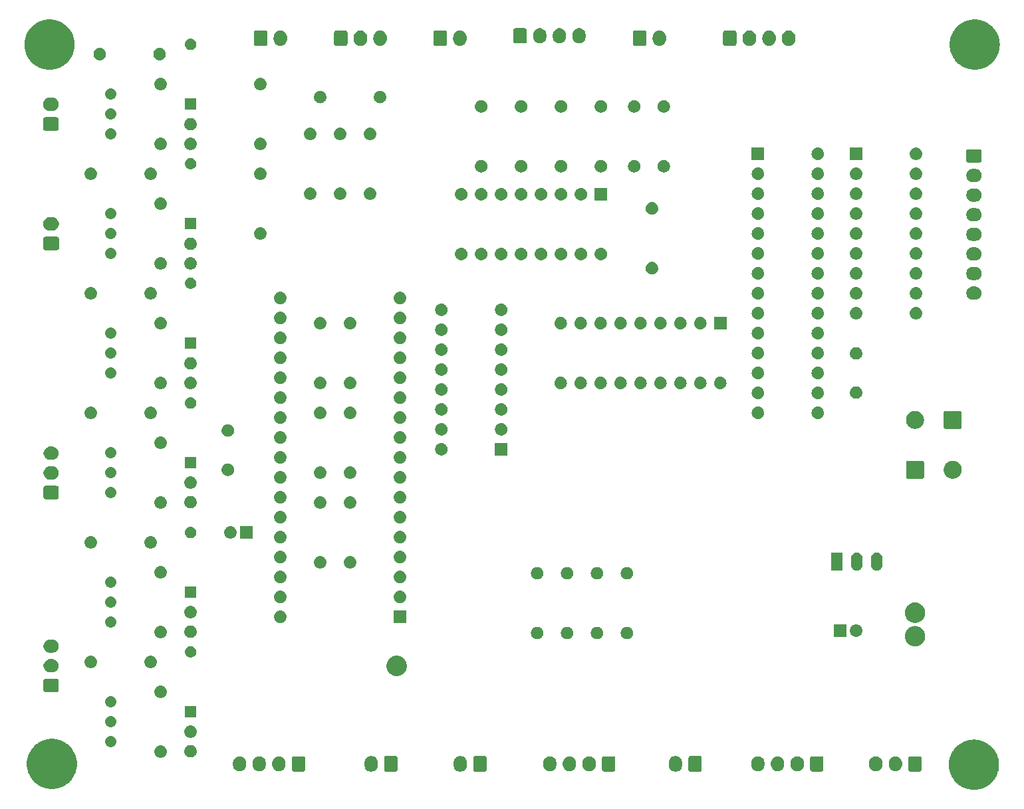
<source format=gbr>
%TF.GenerationSoftware,KiCad,Pcbnew,8.0.8-8.0.8-0~ubuntu24.04.1*%
%TF.CreationDate,2025-02-11T18:51:59+00:00*%
%TF.ProjectId,kicad-all-band-amp,6b696361-642d-4616-9c6c-2d62616e642d,rev?*%
%TF.SameCoordinates,Original*%
%TF.FileFunction,Soldermask,Top*%
%TF.FilePolarity,Negative*%
%FSLAX46Y46*%
G04 Gerber Fmt 4.6, Leading zero omitted, Abs format (unit mm)*
G04 Created by KiCad (PCBNEW 8.0.8-8.0.8-0~ubuntu24.04.1) date 2025-02-11 18:51:59*
%MOMM*%
%LPD*%
G01*
G04 APERTURE LIST*
G04 APERTURE END LIST*
G36*
X195085133Y-136904781D02*
G01*
X195173243Y-136904781D01*
X195267316Y-136915012D01*
X195358286Y-136920121D01*
X195436534Y-136933416D01*
X195517687Y-136942242D01*
X195616526Y-136963997D01*
X195712067Y-136980231D01*
X195782629Y-137000559D01*
X195856066Y-137016724D01*
X195958266Y-137051159D01*
X196056893Y-137079573D01*
X196119234Y-137105395D01*
X196184404Y-137127354D01*
X196288380Y-137175458D01*
X196388428Y-137216900D01*
X196442251Y-137246647D01*
X196498864Y-137272839D01*
X196602875Y-137335420D01*
X196702503Y-137390483D01*
X196747766Y-137422599D01*
X196795750Y-137451470D01*
X196897955Y-137529163D01*
X196995167Y-137598139D01*
X197032044Y-137631094D01*
X197071582Y-137661150D01*
X197170040Y-137754415D01*
X197262742Y-137837258D01*
X197291672Y-137869631D01*
X197323122Y-137899422D01*
X197415785Y-138008514D01*
X197501861Y-138104833D01*
X197523480Y-138135303D01*
X197547427Y-138163495D01*
X197632252Y-138288602D01*
X197709517Y-138397497D01*
X197724650Y-138424879D01*
X197741866Y-138450270D01*
X197816801Y-138591613D01*
X197883100Y-138711572D01*
X197892748Y-138734866D01*
X197904160Y-138756390D01*
X197967170Y-138914535D01*
X198020427Y-139043107D01*
X198025724Y-139061495D01*
X198032407Y-139078267D01*
X198081610Y-139255481D01*
X198119769Y-139387933D01*
X198121950Y-139400770D01*
X198125098Y-139412108D01*
X198158672Y-139616900D01*
X198179879Y-139741714D01*
X198180266Y-139748620D01*
X198181154Y-139754032D01*
X198197427Y-140054195D01*
X198200000Y-140100000D01*
X198197427Y-140145807D01*
X198181154Y-140445967D01*
X198180266Y-140451377D01*
X198179879Y-140458286D01*
X198158667Y-140583126D01*
X198125098Y-140787891D01*
X198121950Y-140799226D01*
X198119769Y-140812067D01*
X198081602Y-140944545D01*
X198032407Y-141121732D01*
X198025725Y-141138501D01*
X198020427Y-141156893D01*
X197967160Y-141285489D01*
X197904160Y-141443609D01*
X197892750Y-141465129D01*
X197883100Y-141488428D01*
X197816788Y-141608410D01*
X197741866Y-141749729D01*
X197724653Y-141775114D01*
X197709517Y-141802503D01*
X197632237Y-141911418D01*
X197547427Y-142036504D01*
X197523485Y-142064690D01*
X197501861Y-142095167D01*
X197415768Y-142191504D01*
X197323122Y-142300577D01*
X197291678Y-142330361D01*
X197262742Y-142362742D01*
X197170021Y-142445601D01*
X197071582Y-142538849D01*
X197032052Y-142568898D01*
X196995167Y-142601861D01*
X196897935Y-142670850D01*
X196795750Y-142748529D01*
X196747776Y-142777393D01*
X196702503Y-142809517D01*
X196602855Y-142864590D01*
X196498864Y-142927160D01*
X196442262Y-142953346D01*
X196388428Y-142983100D01*
X196288359Y-143024549D01*
X196184404Y-143072645D01*
X196119247Y-143094598D01*
X196056893Y-143120427D01*
X195958246Y-143148846D01*
X195856066Y-143183275D01*
X195782644Y-143199436D01*
X195712067Y-143219769D01*
X195616506Y-143236005D01*
X195517687Y-143257757D01*
X195436547Y-143266581D01*
X195358286Y-143279879D01*
X195267311Y-143284988D01*
X195173243Y-143295219D01*
X195085133Y-143295219D01*
X195000000Y-143300000D01*
X194914867Y-143295219D01*
X194826757Y-143295219D01*
X194732688Y-143284988D01*
X194641714Y-143279879D01*
X194563453Y-143266582D01*
X194482312Y-143257757D01*
X194383489Y-143236004D01*
X194287933Y-143219769D01*
X194217358Y-143199437D01*
X194143933Y-143183275D01*
X194041746Y-143148844D01*
X193943107Y-143120427D01*
X193880756Y-143094600D01*
X193815595Y-143072645D01*
X193711630Y-143024545D01*
X193611572Y-142983100D01*
X193557742Y-142953349D01*
X193501135Y-142927160D01*
X193397132Y-142864583D01*
X193297497Y-142809517D01*
X193252229Y-142777397D01*
X193204249Y-142748529D01*
X193102049Y-142670839D01*
X193004833Y-142601861D01*
X192967953Y-142568903D01*
X192928417Y-142538849D01*
X192829960Y-142445585D01*
X192737258Y-142362742D01*
X192708326Y-142330368D01*
X192676877Y-142300577D01*
X192584211Y-142191482D01*
X192498139Y-142095167D01*
X192476519Y-142064697D01*
X192452572Y-142036504D01*
X192367740Y-141911387D01*
X192290483Y-141802503D01*
X192275350Y-141775122D01*
X192258133Y-141749729D01*
X192183187Y-141608365D01*
X192116900Y-141488428D01*
X192107252Y-141465138D01*
X192095839Y-141443609D01*
X192032813Y-141285426D01*
X191979573Y-141156893D01*
X191974277Y-141138510D01*
X191967592Y-141121732D01*
X191918369Y-140944449D01*
X191880231Y-140812067D01*
X191878050Y-140799235D01*
X191874901Y-140787891D01*
X191841303Y-140582958D01*
X191820121Y-140458286D01*
X191819733Y-140451386D01*
X191818845Y-140445967D01*
X191802543Y-140145293D01*
X191800000Y-140100000D01*
X191802543Y-140054710D01*
X191818845Y-139754032D01*
X191819733Y-139748611D01*
X191820121Y-139741714D01*
X191841299Y-139617068D01*
X191874901Y-139412108D01*
X191878051Y-139400761D01*
X191880231Y-139387933D01*
X191918361Y-139255576D01*
X191967592Y-139078267D01*
X191974278Y-139061485D01*
X191979573Y-139043107D01*
X192032802Y-138914599D01*
X192095839Y-138756390D01*
X192107254Y-138734857D01*
X192116900Y-138711572D01*
X192183174Y-138591657D01*
X192258133Y-138450270D01*
X192275353Y-138424871D01*
X192290483Y-138397497D01*
X192367725Y-138288634D01*
X192452572Y-138163495D01*
X192476524Y-138135296D01*
X192498139Y-138104833D01*
X192584194Y-138008536D01*
X192676877Y-137899422D01*
X192708332Y-137869625D01*
X192737258Y-137837258D01*
X192829941Y-137754430D01*
X192928417Y-137661150D01*
X192967961Y-137631089D01*
X193004833Y-137598139D01*
X193102029Y-137529174D01*
X193204249Y-137451470D01*
X193252238Y-137422595D01*
X193297497Y-137390483D01*
X193397112Y-137335427D01*
X193501135Y-137272839D01*
X193557753Y-137246644D01*
X193611572Y-137216900D01*
X193711609Y-137175462D01*
X193815595Y-137127354D01*
X193880769Y-137105394D01*
X193943107Y-137079573D01*
X194041726Y-137051161D01*
X194143933Y-137016724D01*
X194217373Y-137000558D01*
X194287933Y-136980231D01*
X194383469Y-136963998D01*
X194482312Y-136942242D01*
X194563466Y-136933415D01*
X194641714Y-136920121D01*
X194732682Y-136915012D01*
X194826757Y-136904781D01*
X194914867Y-136904781D01*
X195000000Y-136900000D01*
X195085133Y-136904781D01*
G37*
G36*
X77685133Y-136804781D02*
G01*
X77773243Y-136804781D01*
X77867316Y-136815012D01*
X77958286Y-136820121D01*
X78036534Y-136833416D01*
X78117687Y-136842242D01*
X78216526Y-136863997D01*
X78312067Y-136880231D01*
X78382629Y-136900559D01*
X78456066Y-136916724D01*
X78558266Y-136951159D01*
X78656893Y-136979573D01*
X78719234Y-137005395D01*
X78784404Y-137027354D01*
X78888380Y-137075458D01*
X78988428Y-137116900D01*
X79042251Y-137146647D01*
X79098864Y-137172839D01*
X79202875Y-137235420D01*
X79302503Y-137290483D01*
X79347766Y-137322599D01*
X79395750Y-137351470D01*
X79497955Y-137429163D01*
X79595167Y-137498139D01*
X79632044Y-137531094D01*
X79671582Y-137561150D01*
X79770040Y-137654415D01*
X79862742Y-137737258D01*
X79891672Y-137769631D01*
X79923122Y-137799422D01*
X80015785Y-137908514D01*
X80101861Y-138004833D01*
X80123480Y-138035303D01*
X80147427Y-138063495D01*
X80232252Y-138188602D01*
X80309517Y-138297497D01*
X80324650Y-138324879D01*
X80341866Y-138350270D01*
X80416801Y-138491613D01*
X80483100Y-138611572D01*
X80492748Y-138634866D01*
X80504160Y-138656390D01*
X80567170Y-138814535D01*
X80620427Y-138943107D01*
X80625724Y-138961495D01*
X80632407Y-138978267D01*
X80681610Y-139155481D01*
X80719769Y-139287933D01*
X80721950Y-139300770D01*
X80725098Y-139312108D01*
X80758672Y-139516900D01*
X80779879Y-139641714D01*
X80780266Y-139648620D01*
X80781154Y-139654032D01*
X80797427Y-139954195D01*
X80800000Y-140000000D01*
X80797427Y-140045807D01*
X80781154Y-140345967D01*
X80780266Y-140351377D01*
X80779879Y-140358286D01*
X80758667Y-140483126D01*
X80725098Y-140687891D01*
X80721950Y-140699226D01*
X80719769Y-140712067D01*
X80681602Y-140844545D01*
X80632407Y-141021732D01*
X80625725Y-141038501D01*
X80620427Y-141056893D01*
X80567160Y-141185489D01*
X80504160Y-141343609D01*
X80492750Y-141365129D01*
X80483100Y-141388428D01*
X80416788Y-141508410D01*
X80341866Y-141649729D01*
X80324653Y-141675114D01*
X80309517Y-141702503D01*
X80232237Y-141811418D01*
X80147427Y-141936504D01*
X80123485Y-141964690D01*
X80101861Y-141995167D01*
X80015768Y-142091504D01*
X79923122Y-142200577D01*
X79891678Y-142230361D01*
X79862742Y-142262742D01*
X79770021Y-142345601D01*
X79671582Y-142438849D01*
X79632052Y-142468898D01*
X79595167Y-142501861D01*
X79497935Y-142570850D01*
X79395750Y-142648529D01*
X79347776Y-142677393D01*
X79302503Y-142709517D01*
X79202855Y-142764590D01*
X79098864Y-142827160D01*
X79042262Y-142853346D01*
X78988428Y-142883100D01*
X78888359Y-142924549D01*
X78784404Y-142972645D01*
X78719247Y-142994598D01*
X78656893Y-143020427D01*
X78558246Y-143048846D01*
X78456066Y-143083275D01*
X78382644Y-143099436D01*
X78312067Y-143119769D01*
X78216506Y-143136005D01*
X78117687Y-143157757D01*
X78036547Y-143166581D01*
X77958286Y-143179879D01*
X77867311Y-143184988D01*
X77773243Y-143195219D01*
X77685133Y-143195219D01*
X77600000Y-143200000D01*
X77514867Y-143195219D01*
X77426757Y-143195219D01*
X77332688Y-143184988D01*
X77241714Y-143179879D01*
X77163453Y-143166582D01*
X77082312Y-143157757D01*
X76983489Y-143136004D01*
X76887933Y-143119769D01*
X76817358Y-143099437D01*
X76743933Y-143083275D01*
X76641746Y-143048844D01*
X76543107Y-143020427D01*
X76480756Y-142994600D01*
X76415595Y-142972645D01*
X76311630Y-142924545D01*
X76211572Y-142883100D01*
X76157742Y-142853349D01*
X76101135Y-142827160D01*
X75997132Y-142764583D01*
X75897497Y-142709517D01*
X75852229Y-142677397D01*
X75804249Y-142648529D01*
X75702049Y-142570839D01*
X75604833Y-142501861D01*
X75567953Y-142468903D01*
X75528417Y-142438849D01*
X75429960Y-142345585D01*
X75337258Y-142262742D01*
X75308326Y-142230368D01*
X75276877Y-142200577D01*
X75184211Y-142091482D01*
X75098139Y-141995167D01*
X75076519Y-141964697D01*
X75052572Y-141936504D01*
X74967740Y-141811387D01*
X74890483Y-141702503D01*
X74875350Y-141675122D01*
X74858133Y-141649729D01*
X74783187Y-141508365D01*
X74716900Y-141388428D01*
X74707252Y-141365138D01*
X74695839Y-141343609D01*
X74632813Y-141185426D01*
X74579573Y-141056893D01*
X74574277Y-141038510D01*
X74567592Y-141021732D01*
X74518369Y-140844449D01*
X74480231Y-140712067D01*
X74478050Y-140699235D01*
X74474901Y-140687891D01*
X74441303Y-140482958D01*
X74420121Y-140358286D01*
X74419733Y-140351386D01*
X74418845Y-140345967D01*
X74402543Y-140045293D01*
X74400000Y-140000000D01*
X74402543Y-139954710D01*
X74418845Y-139654032D01*
X74419733Y-139648611D01*
X74420121Y-139641714D01*
X74441299Y-139517068D01*
X74474901Y-139312108D01*
X74478051Y-139300761D01*
X74480231Y-139287933D01*
X74518361Y-139155576D01*
X74567592Y-138978267D01*
X74574278Y-138961485D01*
X74579573Y-138943107D01*
X74632802Y-138814599D01*
X74695839Y-138656390D01*
X74707254Y-138634857D01*
X74716900Y-138611572D01*
X74783174Y-138491657D01*
X74858133Y-138350270D01*
X74875353Y-138324871D01*
X74890483Y-138297497D01*
X74967725Y-138188634D01*
X75052572Y-138063495D01*
X75076524Y-138035296D01*
X75098139Y-138004833D01*
X75184194Y-137908536D01*
X75276877Y-137799422D01*
X75308332Y-137769625D01*
X75337258Y-137737258D01*
X75429941Y-137654430D01*
X75528417Y-137561150D01*
X75567961Y-137531089D01*
X75604833Y-137498139D01*
X75702029Y-137429174D01*
X75804249Y-137351470D01*
X75852238Y-137322595D01*
X75897497Y-137290483D01*
X75997112Y-137235427D01*
X76101135Y-137172839D01*
X76157753Y-137146644D01*
X76211572Y-137116900D01*
X76311609Y-137075462D01*
X76415595Y-137027354D01*
X76480769Y-137005394D01*
X76543107Y-136979573D01*
X76641726Y-136951161D01*
X76743933Y-136916724D01*
X76817373Y-136900558D01*
X76887933Y-136880231D01*
X76983469Y-136863998D01*
X77082312Y-136842242D01*
X77163466Y-136833415D01*
X77241714Y-136820121D01*
X77332682Y-136815012D01*
X77426757Y-136804781D01*
X77514867Y-136804781D01*
X77600000Y-136800000D01*
X77685133Y-136804781D01*
G37*
G36*
X121354850Y-139000964D02*
G01*
X121405040Y-139006787D01*
X121422189Y-139014359D01*
X121445671Y-139019030D01*
X121470810Y-139035827D01*
X121490696Y-139044608D01*
X121504277Y-139058189D01*
X121526777Y-139073223D01*
X121541810Y-139095722D01*
X121555391Y-139109303D01*
X121564170Y-139129186D01*
X121580970Y-139154329D01*
X121585641Y-139177812D01*
X121593212Y-139194959D01*
X121599033Y-139245139D01*
X121600000Y-139250000D01*
X121600000Y-140750000D01*
X121599032Y-140754863D01*
X121593212Y-140805040D01*
X121585641Y-140822185D01*
X121580970Y-140845671D01*
X121564169Y-140870815D01*
X121555391Y-140890696D01*
X121541812Y-140904274D01*
X121526777Y-140926777D01*
X121504274Y-140941812D01*
X121490696Y-140955391D01*
X121470815Y-140964169D01*
X121445671Y-140980970D01*
X121422185Y-140985641D01*
X121405040Y-140993212D01*
X121354861Y-140999032D01*
X121350000Y-141000000D01*
X120150000Y-141000000D01*
X120145138Y-140999032D01*
X120094959Y-140993212D01*
X120077812Y-140985641D01*
X120054329Y-140980970D01*
X120029186Y-140964170D01*
X120009303Y-140955391D01*
X119995722Y-140941810D01*
X119973223Y-140926777D01*
X119958189Y-140904277D01*
X119944608Y-140890696D01*
X119935827Y-140870810D01*
X119919030Y-140845671D01*
X119914359Y-140822189D01*
X119906787Y-140805040D01*
X119900964Y-140754849D01*
X119900000Y-140750000D01*
X119900000Y-139250000D01*
X119900964Y-139245150D01*
X119906787Y-139194959D01*
X119914359Y-139177808D01*
X119919030Y-139154329D01*
X119935826Y-139129191D01*
X119944608Y-139109303D01*
X119958191Y-139095719D01*
X119973223Y-139073223D01*
X119995719Y-139058191D01*
X120009303Y-139044608D01*
X120029191Y-139035826D01*
X120054329Y-139019030D01*
X120077808Y-139014359D01*
X120094959Y-139006787D01*
X120145151Y-139000964D01*
X120150000Y-139000000D01*
X121350000Y-139000000D01*
X121354850Y-139000964D01*
G37*
G36*
X132704850Y-139000964D02*
G01*
X132755040Y-139006787D01*
X132772189Y-139014359D01*
X132795671Y-139019030D01*
X132820810Y-139035827D01*
X132840696Y-139044608D01*
X132854277Y-139058189D01*
X132876777Y-139073223D01*
X132891810Y-139095722D01*
X132905391Y-139109303D01*
X132914170Y-139129186D01*
X132930970Y-139154329D01*
X132935641Y-139177812D01*
X132943212Y-139194959D01*
X132949033Y-139245139D01*
X132950000Y-139250000D01*
X132950000Y-140750000D01*
X132949032Y-140754863D01*
X132943212Y-140805040D01*
X132935641Y-140822185D01*
X132930970Y-140845671D01*
X132914169Y-140870815D01*
X132905391Y-140890696D01*
X132891812Y-140904274D01*
X132876777Y-140926777D01*
X132854274Y-140941812D01*
X132840696Y-140955391D01*
X132820815Y-140964169D01*
X132795671Y-140980970D01*
X132772185Y-140985641D01*
X132755040Y-140993212D01*
X132704861Y-140999032D01*
X132700000Y-141000000D01*
X131500000Y-141000000D01*
X131495138Y-140999032D01*
X131444959Y-140993212D01*
X131427812Y-140985641D01*
X131404329Y-140980970D01*
X131379186Y-140964170D01*
X131359303Y-140955391D01*
X131345722Y-140941810D01*
X131323223Y-140926777D01*
X131308189Y-140904277D01*
X131294608Y-140890696D01*
X131285827Y-140870810D01*
X131269030Y-140845671D01*
X131264359Y-140822189D01*
X131256787Y-140805040D01*
X131250964Y-140754849D01*
X131250000Y-140750000D01*
X131250000Y-139250000D01*
X131250964Y-139245150D01*
X131256787Y-139194959D01*
X131264359Y-139177808D01*
X131269030Y-139154329D01*
X131285826Y-139129191D01*
X131294608Y-139109303D01*
X131308191Y-139095719D01*
X131323223Y-139073223D01*
X131345719Y-139058191D01*
X131359303Y-139044608D01*
X131379191Y-139035826D01*
X131404329Y-139019030D01*
X131427808Y-139014359D01*
X131444959Y-139006787D01*
X131495151Y-139000964D01*
X131500000Y-139000000D01*
X132700000Y-139000000D01*
X132704850Y-139000964D01*
G37*
G36*
X160104850Y-139000964D02*
G01*
X160155040Y-139006787D01*
X160172189Y-139014359D01*
X160195671Y-139019030D01*
X160220810Y-139035827D01*
X160240696Y-139044608D01*
X160254277Y-139058189D01*
X160276777Y-139073223D01*
X160291810Y-139095722D01*
X160305391Y-139109303D01*
X160314170Y-139129186D01*
X160330970Y-139154329D01*
X160335641Y-139177812D01*
X160343212Y-139194959D01*
X160349033Y-139245139D01*
X160350000Y-139250000D01*
X160350000Y-140750000D01*
X160349032Y-140754863D01*
X160343212Y-140805040D01*
X160335641Y-140822185D01*
X160330970Y-140845671D01*
X160314169Y-140870815D01*
X160305391Y-140890696D01*
X160291812Y-140904274D01*
X160276777Y-140926777D01*
X160254274Y-140941812D01*
X160240696Y-140955391D01*
X160220815Y-140964169D01*
X160195671Y-140980970D01*
X160172185Y-140985641D01*
X160155040Y-140993212D01*
X160104861Y-140999032D01*
X160100000Y-141000000D01*
X158900000Y-141000000D01*
X158895138Y-140999032D01*
X158844959Y-140993212D01*
X158827812Y-140985641D01*
X158804329Y-140980970D01*
X158779186Y-140964170D01*
X158759303Y-140955391D01*
X158745722Y-140941810D01*
X158723223Y-140926777D01*
X158708189Y-140904277D01*
X158694608Y-140890696D01*
X158685827Y-140870810D01*
X158669030Y-140845671D01*
X158664359Y-140822189D01*
X158656787Y-140805040D01*
X158650964Y-140754849D01*
X158650000Y-140750000D01*
X158650000Y-139250000D01*
X158650964Y-139245150D01*
X158656787Y-139194959D01*
X158664359Y-139177808D01*
X158669030Y-139154329D01*
X158685826Y-139129191D01*
X158694608Y-139109303D01*
X158708191Y-139095719D01*
X158723223Y-139073223D01*
X158745719Y-139058191D01*
X158759303Y-139044608D01*
X158779191Y-139035826D01*
X158804329Y-139019030D01*
X158827808Y-139014359D01*
X158844959Y-139006787D01*
X158895151Y-139000964D01*
X158900000Y-139000000D01*
X160100000Y-139000000D01*
X160104850Y-139000964D01*
G37*
G36*
X118496742Y-139036601D02*
G01*
X118650687Y-139100367D01*
X118789234Y-139192941D01*
X118907059Y-139310766D01*
X118999633Y-139449313D01*
X119063399Y-139603258D01*
X119095907Y-139766685D01*
X119100000Y-139850000D01*
X119100000Y-140150000D01*
X119095907Y-140233315D01*
X119063399Y-140396742D01*
X118999633Y-140550687D01*
X118907059Y-140689234D01*
X118789234Y-140807059D01*
X118650687Y-140899633D01*
X118496742Y-140963399D01*
X118333315Y-140995907D01*
X118166685Y-140995907D01*
X118003258Y-140963399D01*
X117849313Y-140899633D01*
X117710766Y-140807059D01*
X117592941Y-140689234D01*
X117500367Y-140550687D01*
X117436601Y-140396742D01*
X117404093Y-140233315D01*
X117400000Y-140150000D01*
X117400000Y-139850000D01*
X117404093Y-139766685D01*
X117436601Y-139603258D01*
X117500367Y-139449313D01*
X117592941Y-139310766D01*
X117710766Y-139192941D01*
X117849313Y-139100367D01*
X118003258Y-139036601D01*
X118166685Y-139004093D01*
X118333315Y-139004093D01*
X118496742Y-139036601D01*
G37*
G36*
X129846742Y-139036601D02*
G01*
X130000687Y-139100367D01*
X130139234Y-139192941D01*
X130257059Y-139310766D01*
X130349633Y-139449313D01*
X130413399Y-139603258D01*
X130445907Y-139766685D01*
X130450000Y-139850000D01*
X130450000Y-140150000D01*
X130445907Y-140233315D01*
X130413399Y-140396742D01*
X130349633Y-140550687D01*
X130257059Y-140689234D01*
X130139234Y-140807059D01*
X130000687Y-140899633D01*
X129846742Y-140963399D01*
X129683315Y-140995907D01*
X129516685Y-140995907D01*
X129353258Y-140963399D01*
X129199313Y-140899633D01*
X129060766Y-140807059D01*
X128942941Y-140689234D01*
X128850367Y-140550687D01*
X128786601Y-140396742D01*
X128754093Y-140233315D01*
X128750000Y-140150000D01*
X128750000Y-139850000D01*
X128754093Y-139766685D01*
X128786601Y-139603258D01*
X128850367Y-139449313D01*
X128942941Y-139310766D01*
X129060766Y-139192941D01*
X129199313Y-139100367D01*
X129353258Y-139036601D01*
X129516685Y-139004093D01*
X129683315Y-139004093D01*
X129846742Y-139036601D01*
G37*
G36*
X157246742Y-139036601D02*
G01*
X157400687Y-139100367D01*
X157539234Y-139192941D01*
X157657059Y-139310766D01*
X157749633Y-139449313D01*
X157813399Y-139603258D01*
X157845907Y-139766685D01*
X157850000Y-139850000D01*
X157850000Y-140150000D01*
X157845907Y-140233315D01*
X157813399Y-140396742D01*
X157749633Y-140550687D01*
X157657059Y-140689234D01*
X157539234Y-140807059D01*
X157400687Y-140899633D01*
X157246742Y-140963399D01*
X157083315Y-140995907D01*
X156916685Y-140995907D01*
X156753258Y-140963399D01*
X156599313Y-140899633D01*
X156460766Y-140807059D01*
X156342941Y-140689234D01*
X156250367Y-140550687D01*
X156186601Y-140396742D01*
X156154093Y-140233315D01*
X156150000Y-140150000D01*
X156150000Y-139850000D01*
X156154093Y-139766685D01*
X156186601Y-139603258D01*
X156250367Y-139449313D01*
X156342941Y-139310766D01*
X156460766Y-139192941D01*
X156599313Y-139100367D01*
X156753258Y-139036601D01*
X156916685Y-139004093D01*
X157083315Y-139004093D01*
X157246742Y-139036601D01*
G37*
G36*
X109604850Y-139025964D02*
G01*
X109655040Y-139031787D01*
X109672189Y-139039359D01*
X109695671Y-139044030D01*
X109720810Y-139060827D01*
X109740696Y-139069608D01*
X109754277Y-139083189D01*
X109776777Y-139098223D01*
X109791810Y-139120722D01*
X109805391Y-139134303D01*
X109814170Y-139154186D01*
X109830970Y-139179329D01*
X109835641Y-139202812D01*
X109843212Y-139219959D01*
X109849033Y-139270139D01*
X109850000Y-139275000D01*
X109850000Y-140725000D01*
X109849032Y-140729863D01*
X109843212Y-140780040D01*
X109835641Y-140797185D01*
X109830970Y-140820671D01*
X109814169Y-140845815D01*
X109805391Y-140865696D01*
X109791812Y-140879274D01*
X109776777Y-140901777D01*
X109754274Y-140916812D01*
X109740696Y-140930391D01*
X109720815Y-140939169D01*
X109695671Y-140955970D01*
X109672185Y-140960641D01*
X109655040Y-140968212D01*
X109604861Y-140974032D01*
X109600000Y-140975000D01*
X108400000Y-140975000D01*
X108395138Y-140974032D01*
X108344959Y-140968212D01*
X108327812Y-140960641D01*
X108304329Y-140955970D01*
X108279186Y-140939170D01*
X108259303Y-140930391D01*
X108245722Y-140916810D01*
X108223223Y-140901777D01*
X108208189Y-140879277D01*
X108194608Y-140865696D01*
X108185827Y-140845810D01*
X108169030Y-140820671D01*
X108164359Y-140797189D01*
X108156787Y-140780040D01*
X108150964Y-140729849D01*
X108150000Y-140725000D01*
X108150000Y-139275000D01*
X108150964Y-139270150D01*
X108156787Y-139219959D01*
X108164359Y-139202808D01*
X108169030Y-139179329D01*
X108185826Y-139154191D01*
X108194608Y-139134303D01*
X108208191Y-139120719D01*
X108223223Y-139098223D01*
X108245719Y-139083191D01*
X108259303Y-139069608D01*
X108279191Y-139060826D01*
X108304329Y-139044030D01*
X108327808Y-139039359D01*
X108344959Y-139031787D01*
X108395151Y-139025964D01*
X108400000Y-139025000D01*
X109600000Y-139025000D01*
X109604850Y-139025964D01*
G37*
G36*
X149104850Y-139025964D02*
G01*
X149155040Y-139031787D01*
X149172189Y-139039359D01*
X149195671Y-139044030D01*
X149220810Y-139060827D01*
X149240696Y-139069608D01*
X149254277Y-139083189D01*
X149276777Y-139098223D01*
X149291810Y-139120722D01*
X149305391Y-139134303D01*
X149314170Y-139154186D01*
X149330970Y-139179329D01*
X149335641Y-139202812D01*
X149343212Y-139219959D01*
X149349033Y-139270139D01*
X149350000Y-139275000D01*
X149350000Y-140725000D01*
X149349032Y-140729863D01*
X149343212Y-140780040D01*
X149335641Y-140797185D01*
X149330970Y-140820671D01*
X149314169Y-140845815D01*
X149305391Y-140865696D01*
X149291812Y-140879274D01*
X149276777Y-140901777D01*
X149254274Y-140916812D01*
X149240696Y-140930391D01*
X149220815Y-140939169D01*
X149195671Y-140955970D01*
X149172185Y-140960641D01*
X149155040Y-140968212D01*
X149104861Y-140974032D01*
X149100000Y-140975000D01*
X147900000Y-140975000D01*
X147895138Y-140974032D01*
X147844959Y-140968212D01*
X147827812Y-140960641D01*
X147804329Y-140955970D01*
X147779186Y-140939170D01*
X147759303Y-140930391D01*
X147745722Y-140916810D01*
X147723223Y-140901777D01*
X147708189Y-140879277D01*
X147694608Y-140865696D01*
X147685827Y-140845810D01*
X147669030Y-140820671D01*
X147664359Y-140797189D01*
X147656787Y-140780040D01*
X147650964Y-140729849D01*
X147650000Y-140725000D01*
X147650000Y-139275000D01*
X147650964Y-139270150D01*
X147656787Y-139219959D01*
X147664359Y-139202808D01*
X147669030Y-139179329D01*
X147685826Y-139154191D01*
X147694608Y-139134303D01*
X147708191Y-139120719D01*
X147723223Y-139098223D01*
X147745719Y-139083191D01*
X147759303Y-139069608D01*
X147779191Y-139060826D01*
X147804329Y-139044030D01*
X147827808Y-139039359D01*
X147844959Y-139031787D01*
X147895151Y-139025964D01*
X147900000Y-139025000D01*
X149100000Y-139025000D01*
X149104850Y-139025964D01*
G37*
G36*
X175604850Y-139025964D02*
G01*
X175655040Y-139031787D01*
X175672189Y-139039359D01*
X175695671Y-139044030D01*
X175720810Y-139060827D01*
X175740696Y-139069608D01*
X175754277Y-139083189D01*
X175776777Y-139098223D01*
X175791810Y-139120722D01*
X175805391Y-139134303D01*
X175814170Y-139154186D01*
X175830970Y-139179329D01*
X175835641Y-139202812D01*
X175843212Y-139219959D01*
X175849033Y-139270139D01*
X175850000Y-139275000D01*
X175850000Y-140725000D01*
X175849032Y-140729863D01*
X175843212Y-140780040D01*
X175835641Y-140797185D01*
X175830970Y-140820671D01*
X175814169Y-140845815D01*
X175805391Y-140865696D01*
X175791812Y-140879274D01*
X175776777Y-140901777D01*
X175754274Y-140916812D01*
X175740696Y-140930391D01*
X175720815Y-140939169D01*
X175695671Y-140955970D01*
X175672185Y-140960641D01*
X175655040Y-140968212D01*
X175604861Y-140974032D01*
X175600000Y-140975000D01*
X174400000Y-140975000D01*
X174395138Y-140974032D01*
X174344959Y-140968212D01*
X174327812Y-140960641D01*
X174304329Y-140955970D01*
X174279186Y-140939170D01*
X174259303Y-140930391D01*
X174245722Y-140916810D01*
X174223223Y-140901777D01*
X174208189Y-140879277D01*
X174194608Y-140865696D01*
X174185827Y-140845810D01*
X174169030Y-140820671D01*
X174164359Y-140797189D01*
X174156787Y-140780040D01*
X174150964Y-140729849D01*
X174150000Y-140725000D01*
X174150000Y-139275000D01*
X174150964Y-139270150D01*
X174156787Y-139219959D01*
X174164359Y-139202808D01*
X174169030Y-139179329D01*
X174185826Y-139154191D01*
X174194608Y-139134303D01*
X174208191Y-139120719D01*
X174223223Y-139098223D01*
X174245719Y-139083191D01*
X174259303Y-139069608D01*
X174279191Y-139060826D01*
X174304329Y-139044030D01*
X174327808Y-139039359D01*
X174344959Y-139031787D01*
X174395151Y-139025964D01*
X174400000Y-139025000D01*
X175600000Y-139025000D01*
X175604850Y-139025964D01*
G37*
G36*
X188104850Y-139025964D02*
G01*
X188155040Y-139031787D01*
X188172189Y-139039359D01*
X188195671Y-139044030D01*
X188220810Y-139060827D01*
X188240696Y-139069608D01*
X188254277Y-139083189D01*
X188276777Y-139098223D01*
X188291810Y-139120722D01*
X188305391Y-139134303D01*
X188314170Y-139154186D01*
X188330970Y-139179329D01*
X188335641Y-139202812D01*
X188343212Y-139219959D01*
X188349033Y-139270139D01*
X188350000Y-139275000D01*
X188350000Y-140725000D01*
X188349032Y-140729863D01*
X188343212Y-140780040D01*
X188335641Y-140797185D01*
X188330970Y-140820671D01*
X188314169Y-140845815D01*
X188305391Y-140865696D01*
X188291812Y-140879274D01*
X188276777Y-140901777D01*
X188254274Y-140916812D01*
X188240696Y-140930391D01*
X188220815Y-140939169D01*
X188195671Y-140955970D01*
X188172185Y-140960641D01*
X188155040Y-140968212D01*
X188104861Y-140974032D01*
X188100000Y-140975000D01*
X186900000Y-140975000D01*
X186895138Y-140974032D01*
X186844959Y-140968212D01*
X186827812Y-140960641D01*
X186804329Y-140955970D01*
X186779186Y-140939170D01*
X186759303Y-140930391D01*
X186745722Y-140916810D01*
X186723223Y-140901777D01*
X186708189Y-140879277D01*
X186694608Y-140865696D01*
X186685827Y-140845810D01*
X186669030Y-140820671D01*
X186664359Y-140797189D01*
X186656787Y-140780040D01*
X186650964Y-140729849D01*
X186650000Y-140725000D01*
X186650000Y-139275000D01*
X186650964Y-139270150D01*
X186656787Y-139219959D01*
X186664359Y-139202808D01*
X186669030Y-139179329D01*
X186685826Y-139154191D01*
X186694608Y-139134303D01*
X186708191Y-139120719D01*
X186723223Y-139098223D01*
X186745719Y-139083191D01*
X186759303Y-139069608D01*
X186779191Y-139060826D01*
X186804329Y-139044030D01*
X186827808Y-139039359D01*
X186844959Y-139031787D01*
X186895151Y-139025964D01*
X186900000Y-139025000D01*
X188100000Y-139025000D01*
X188104850Y-139025964D01*
G37*
G36*
X101746742Y-139061601D02*
G01*
X101900687Y-139125367D01*
X102039234Y-139217941D01*
X102157059Y-139335766D01*
X102249633Y-139474313D01*
X102313399Y-139628258D01*
X102345907Y-139791685D01*
X102350000Y-139875000D01*
X102350000Y-140125000D01*
X102345907Y-140208315D01*
X102313399Y-140371742D01*
X102249633Y-140525687D01*
X102157059Y-140664234D01*
X102039234Y-140782059D01*
X101900687Y-140874633D01*
X101746742Y-140938399D01*
X101583315Y-140970907D01*
X101416685Y-140970907D01*
X101253258Y-140938399D01*
X101099313Y-140874633D01*
X100960766Y-140782059D01*
X100842941Y-140664234D01*
X100750367Y-140525687D01*
X100686601Y-140371742D01*
X100654093Y-140208315D01*
X100650000Y-140125000D01*
X100650000Y-139875000D01*
X100654093Y-139791685D01*
X100686601Y-139628258D01*
X100750367Y-139474313D01*
X100842941Y-139335766D01*
X100960766Y-139217941D01*
X101099313Y-139125367D01*
X101253258Y-139061601D01*
X101416685Y-139029093D01*
X101583315Y-139029093D01*
X101746742Y-139061601D01*
G37*
G36*
X104246742Y-139061601D02*
G01*
X104400687Y-139125367D01*
X104539234Y-139217941D01*
X104657059Y-139335766D01*
X104749633Y-139474313D01*
X104813399Y-139628258D01*
X104845907Y-139791685D01*
X104850000Y-139875000D01*
X104850000Y-140125000D01*
X104845907Y-140208315D01*
X104813399Y-140371742D01*
X104749633Y-140525687D01*
X104657059Y-140664234D01*
X104539234Y-140782059D01*
X104400687Y-140874633D01*
X104246742Y-140938399D01*
X104083315Y-140970907D01*
X103916685Y-140970907D01*
X103753258Y-140938399D01*
X103599313Y-140874633D01*
X103460766Y-140782059D01*
X103342941Y-140664234D01*
X103250367Y-140525687D01*
X103186601Y-140371742D01*
X103154093Y-140208315D01*
X103150000Y-140125000D01*
X103150000Y-139875000D01*
X103154093Y-139791685D01*
X103186601Y-139628258D01*
X103250367Y-139474313D01*
X103342941Y-139335766D01*
X103460766Y-139217941D01*
X103599313Y-139125367D01*
X103753258Y-139061601D01*
X103916685Y-139029093D01*
X104083315Y-139029093D01*
X104246742Y-139061601D01*
G37*
G36*
X106746742Y-139061601D02*
G01*
X106900687Y-139125367D01*
X107039234Y-139217941D01*
X107157059Y-139335766D01*
X107249633Y-139474313D01*
X107313399Y-139628258D01*
X107345907Y-139791685D01*
X107350000Y-139875000D01*
X107350000Y-140125000D01*
X107345907Y-140208315D01*
X107313399Y-140371742D01*
X107249633Y-140525687D01*
X107157059Y-140664234D01*
X107039234Y-140782059D01*
X106900687Y-140874633D01*
X106746742Y-140938399D01*
X106583315Y-140970907D01*
X106416685Y-140970907D01*
X106253258Y-140938399D01*
X106099313Y-140874633D01*
X105960766Y-140782059D01*
X105842941Y-140664234D01*
X105750367Y-140525687D01*
X105686601Y-140371742D01*
X105654093Y-140208315D01*
X105650000Y-140125000D01*
X105650000Y-139875000D01*
X105654093Y-139791685D01*
X105686601Y-139628258D01*
X105750367Y-139474313D01*
X105842941Y-139335766D01*
X105960766Y-139217941D01*
X106099313Y-139125367D01*
X106253258Y-139061601D01*
X106416685Y-139029093D01*
X106583315Y-139029093D01*
X106746742Y-139061601D01*
G37*
G36*
X141246742Y-139061601D02*
G01*
X141400687Y-139125367D01*
X141539234Y-139217941D01*
X141657059Y-139335766D01*
X141749633Y-139474313D01*
X141813399Y-139628258D01*
X141845907Y-139791685D01*
X141850000Y-139875000D01*
X141850000Y-140125000D01*
X141845907Y-140208315D01*
X141813399Y-140371742D01*
X141749633Y-140525687D01*
X141657059Y-140664234D01*
X141539234Y-140782059D01*
X141400687Y-140874633D01*
X141246742Y-140938399D01*
X141083315Y-140970907D01*
X140916685Y-140970907D01*
X140753258Y-140938399D01*
X140599313Y-140874633D01*
X140460766Y-140782059D01*
X140342941Y-140664234D01*
X140250367Y-140525687D01*
X140186601Y-140371742D01*
X140154093Y-140208315D01*
X140150000Y-140125000D01*
X140150000Y-139875000D01*
X140154093Y-139791685D01*
X140186601Y-139628258D01*
X140250367Y-139474313D01*
X140342941Y-139335766D01*
X140460766Y-139217941D01*
X140599313Y-139125367D01*
X140753258Y-139061601D01*
X140916685Y-139029093D01*
X141083315Y-139029093D01*
X141246742Y-139061601D01*
G37*
G36*
X143746742Y-139061601D02*
G01*
X143900687Y-139125367D01*
X144039234Y-139217941D01*
X144157059Y-139335766D01*
X144249633Y-139474313D01*
X144313399Y-139628258D01*
X144345907Y-139791685D01*
X144350000Y-139875000D01*
X144350000Y-140125000D01*
X144345907Y-140208315D01*
X144313399Y-140371742D01*
X144249633Y-140525687D01*
X144157059Y-140664234D01*
X144039234Y-140782059D01*
X143900687Y-140874633D01*
X143746742Y-140938399D01*
X143583315Y-140970907D01*
X143416685Y-140970907D01*
X143253258Y-140938399D01*
X143099313Y-140874633D01*
X142960766Y-140782059D01*
X142842941Y-140664234D01*
X142750367Y-140525687D01*
X142686601Y-140371742D01*
X142654093Y-140208315D01*
X142650000Y-140125000D01*
X142650000Y-139875000D01*
X142654093Y-139791685D01*
X142686601Y-139628258D01*
X142750367Y-139474313D01*
X142842941Y-139335766D01*
X142960766Y-139217941D01*
X143099313Y-139125367D01*
X143253258Y-139061601D01*
X143416685Y-139029093D01*
X143583315Y-139029093D01*
X143746742Y-139061601D01*
G37*
G36*
X146246742Y-139061601D02*
G01*
X146400687Y-139125367D01*
X146539234Y-139217941D01*
X146657059Y-139335766D01*
X146749633Y-139474313D01*
X146813399Y-139628258D01*
X146845907Y-139791685D01*
X146850000Y-139875000D01*
X146850000Y-140125000D01*
X146845907Y-140208315D01*
X146813399Y-140371742D01*
X146749633Y-140525687D01*
X146657059Y-140664234D01*
X146539234Y-140782059D01*
X146400687Y-140874633D01*
X146246742Y-140938399D01*
X146083315Y-140970907D01*
X145916685Y-140970907D01*
X145753258Y-140938399D01*
X145599313Y-140874633D01*
X145460766Y-140782059D01*
X145342941Y-140664234D01*
X145250367Y-140525687D01*
X145186601Y-140371742D01*
X145154093Y-140208315D01*
X145150000Y-140125000D01*
X145150000Y-139875000D01*
X145154093Y-139791685D01*
X145186601Y-139628258D01*
X145250367Y-139474313D01*
X145342941Y-139335766D01*
X145460766Y-139217941D01*
X145599313Y-139125367D01*
X145753258Y-139061601D01*
X145916685Y-139029093D01*
X146083315Y-139029093D01*
X146246742Y-139061601D01*
G37*
G36*
X167746742Y-139061601D02*
G01*
X167900687Y-139125367D01*
X168039234Y-139217941D01*
X168157059Y-139335766D01*
X168249633Y-139474313D01*
X168313399Y-139628258D01*
X168345907Y-139791685D01*
X168350000Y-139875000D01*
X168350000Y-140125000D01*
X168345907Y-140208315D01*
X168313399Y-140371742D01*
X168249633Y-140525687D01*
X168157059Y-140664234D01*
X168039234Y-140782059D01*
X167900687Y-140874633D01*
X167746742Y-140938399D01*
X167583315Y-140970907D01*
X167416685Y-140970907D01*
X167253258Y-140938399D01*
X167099313Y-140874633D01*
X166960766Y-140782059D01*
X166842941Y-140664234D01*
X166750367Y-140525687D01*
X166686601Y-140371742D01*
X166654093Y-140208315D01*
X166650000Y-140125000D01*
X166650000Y-139875000D01*
X166654093Y-139791685D01*
X166686601Y-139628258D01*
X166750367Y-139474313D01*
X166842941Y-139335766D01*
X166960766Y-139217941D01*
X167099313Y-139125367D01*
X167253258Y-139061601D01*
X167416685Y-139029093D01*
X167583315Y-139029093D01*
X167746742Y-139061601D01*
G37*
G36*
X170246742Y-139061601D02*
G01*
X170400687Y-139125367D01*
X170539234Y-139217941D01*
X170657059Y-139335766D01*
X170749633Y-139474313D01*
X170813399Y-139628258D01*
X170845907Y-139791685D01*
X170850000Y-139875000D01*
X170850000Y-140125000D01*
X170845907Y-140208315D01*
X170813399Y-140371742D01*
X170749633Y-140525687D01*
X170657059Y-140664234D01*
X170539234Y-140782059D01*
X170400687Y-140874633D01*
X170246742Y-140938399D01*
X170083315Y-140970907D01*
X169916685Y-140970907D01*
X169753258Y-140938399D01*
X169599313Y-140874633D01*
X169460766Y-140782059D01*
X169342941Y-140664234D01*
X169250367Y-140525687D01*
X169186601Y-140371742D01*
X169154093Y-140208315D01*
X169150000Y-140125000D01*
X169150000Y-139875000D01*
X169154093Y-139791685D01*
X169186601Y-139628258D01*
X169250367Y-139474313D01*
X169342941Y-139335766D01*
X169460766Y-139217941D01*
X169599313Y-139125367D01*
X169753258Y-139061601D01*
X169916685Y-139029093D01*
X170083315Y-139029093D01*
X170246742Y-139061601D01*
G37*
G36*
X172746742Y-139061601D02*
G01*
X172900687Y-139125367D01*
X173039234Y-139217941D01*
X173157059Y-139335766D01*
X173249633Y-139474313D01*
X173313399Y-139628258D01*
X173345907Y-139791685D01*
X173350000Y-139875000D01*
X173350000Y-140125000D01*
X173345907Y-140208315D01*
X173313399Y-140371742D01*
X173249633Y-140525687D01*
X173157059Y-140664234D01*
X173039234Y-140782059D01*
X172900687Y-140874633D01*
X172746742Y-140938399D01*
X172583315Y-140970907D01*
X172416685Y-140970907D01*
X172253258Y-140938399D01*
X172099313Y-140874633D01*
X171960766Y-140782059D01*
X171842941Y-140664234D01*
X171750367Y-140525687D01*
X171686601Y-140371742D01*
X171654093Y-140208315D01*
X171650000Y-140125000D01*
X171650000Y-139875000D01*
X171654093Y-139791685D01*
X171686601Y-139628258D01*
X171750367Y-139474313D01*
X171842941Y-139335766D01*
X171960766Y-139217941D01*
X172099313Y-139125367D01*
X172253258Y-139061601D01*
X172416685Y-139029093D01*
X172583315Y-139029093D01*
X172746742Y-139061601D01*
G37*
G36*
X182746742Y-139061601D02*
G01*
X182900687Y-139125367D01*
X183039234Y-139217941D01*
X183157059Y-139335766D01*
X183249633Y-139474313D01*
X183313399Y-139628258D01*
X183345907Y-139791685D01*
X183350000Y-139875000D01*
X183350000Y-140125000D01*
X183345907Y-140208315D01*
X183313399Y-140371742D01*
X183249633Y-140525687D01*
X183157059Y-140664234D01*
X183039234Y-140782059D01*
X182900687Y-140874633D01*
X182746742Y-140938399D01*
X182583315Y-140970907D01*
X182416685Y-140970907D01*
X182253258Y-140938399D01*
X182099313Y-140874633D01*
X181960766Y-140782059D01*
X181842941Y-140664234D01*
X181750367Y-140525687D01*
X181686601Y-140371742D01*
X181654093Y-140208315D01*
X181650000Y-140125000D01*
X181650000Y-139875000D01*
X181654093Y-139791685D01*
X181686601Y-139628258D01*
X181750367Y-139474313D01*
X181842941Y-139335766D01*
X181960766Y-139217941D01*
X182099313Y-139125367D01*
X182253258Y-139061601D01*
X182416685Y-139029093D01*
X182583315Y-139029093D01*
X182746742Y-139061601D01*
G37*
G36*
X185246742Y-139061601D02*
G01*
X185400687Y-139125367D01*
X185539234Y-139217941D01*
X185657059Y-139335766D01*
X185749633Y-139474313D01*
X185813399Y-139628258D01*
X185845907Y-139791685D01*
X185850000Y-139875000D01*
X185850000Y-140125000D01*
X185845907Y-140208315D01*
X185813399Y-140371742D01*
X185749633Y-140525687D01*
X185657059Y-140664234D01*
X185539234Y-140782059D01*
X185400687Y-140874633D01*
X185246742Y-140938399D01*
X185083315Y-140970907D01*
X184916685Y-140970907D01*
X184753258Y-140938399D01*
X184599313Y-140874633D01*
X184460766Y-140782059D01*
X184342941Y-140664234D01*
X184250367Y-140525687D01*
X184186601Y-140371742D01*
X184154093Y-140208315D01*
X184150000Y-140125000D01*
X184150000Y-139875000D01*
X184154093Y-139791685D01*
X184186601Y-139628258D01*
X184250367Y-139474313D01*
X184342941Y-139335766D01*
X184460766Y-139217941D01*
X184599313Y-139125367D01*
X184753258Y-139061601D01*
X184916685Y-139029093D01*
X185083315Y-139029093D01*
X185246742Y-139061601D01*
G37*
G36*
X91481811Y-137634711D02*
G01*
X91523588Y-137634711D01*
X91570718Y-137644728D01*
X91618017Y-137650058D01*
X91652408Y-137662092D01*
X91687110Y-137669468D01*
X91737117Y-137691733D01*
X91787107Y-137709225D01*
X91813128Y-137725575D01*
X91839835Y-137737466D01*
X91889633Y-137773646D01*
X91938792Y-137804535D01*
X91956444Y-137822187D01*
X91975084Y-137835730D01*
X92021165Y-137886908D01*
X92065465Y-137931208D01*
X92075654Y-137947424D01*
X92086946Y-137959965D01*
X92125573Y-138026870D01*
X92160775Y-138082893D01*
X92165170Y-138095453D01*
X92170535Y-138104746D01*
X92198010Y-138189305D01*
X92219942Y-138251983D01*
X92220773Y-138259363D01*
X92222195Y-138263738D01*
X92235076Y-138386306D01*
X92240000Y-138430000D01*
X92235076Y-138473697D01*
X92222195Y-138596261D01*
X92220773Y-138600635D01*
X92219942Y-138608017D01*
X92198005Y-138670707D01*
X92170535Y-138755253D01*
X92165171Y-138764543D01*
X92160775Y-138777107D01*
X92125566Y-138833140D01*
X92086946Y-138900034D01*
X92075656Y-138912572D01*
X92065465Y-138928792D01*
X92021155Y-138973101D01*
X91975084Y-139024269D01*
X91956448Y-139037808D01*
X91938792Y-139055465D01*
X91889623Y-139086359D01*
X91839835Y-139122533D01*
X91813134Y-139134421D01*
X91787107Y-139150775D01*
X91737107Y-139168270D01*
X91687110Y-139190531D01*
X91652414Y-139197905D01*
X91618017Y-139209942D01*
X91570715Y-139215271D01*
X91523588Y-139225289D01*
X91481811Y-139225289D01*
X91440000Y-139230000D01*
X91398189Y-139225289D01*
X91356412Y-139225289D01*
X91309284Y-139215271D01*
X91261983Y-139209942D01*
X91227586Y-139197906D01*
X91192889Y-139190531D01*
X91142887Y-139168268D01*
X91092893Y-139150775D01*
X91066868Y-139134422D01*
X91040164Y-139122533D01*
X90990369Y-139086355D01*
X90941208Y-139055465D01*
X90923554Y-139037811D01*
X90904915Y-139024269D01*
X90858833Y-138973090D01*
X90814535Y-138928792D01*
X90804345Y-138912575D01*
X90793053Y-138900034D01*
X90754420Y-138833120D01*
X90719225Y-138777107D01*
X90714830Y-138764547D01*
X90709464Y-138755253D01*
X90681980Y-138670667D01*
X90660058Y-138608017D01*
X90659226Y-138600639D01*
X90657804Y-138596261D01*
X90644908Y-138473565D01*
X90640000Y-138430000D01*
X90644908Y-138386438D01*
X90657804Y-138263738D01*
X90659226Y-138259358D01*
X90660058Y-138251983D01*
X90681975Y-138189345D01*
X90709464Y-138104746D01*
X90714831Y-138095449D01*
X90719225Y-138082893D01*
X90754413Y-138026890D01*
X90793053Y-137959965D01*
X90804347Y-137947421D01*
X90814535Y-137931208D01*
X90858826Y-137886916D01*
X90904917Y-137835728D01*
X90923559Y-137822183D01*
X90941208Y-137804535D01*
X90990354Y-137773654D01*
X91040162Y-137737467D01*
X91066873Y-137725574D01*
X91092893Y-137709225D01*
X91142877Y-137691734D01*
X91192889Y-137669468D01*
X91227592Y-137662091D01*
X91261983Y-137650058D01*
X91309281Y-137644728D01*
X91356412Y-137634711D01*
X91398189Y-137634711D01*
X91440000Y-137630000D01*
X91481811Y-137634711D01*
G37*
G36*
X95291811Y-137594711D02*
G01*
X95333588Y-137594711D01*
X95380718Y-137604728D01*
X95428017Y-137610058D01*
X95462408Y-137622092D01*
X95497110Y-137629468D01*
X95547117Y-137651733D01*
X95597107Y-137669225D01*
X95623128Y-137685575D01*
X95649835Y-137697466D01*
X95699633Y-137733646D01*
X95748792Y-137764535D01*
X95766444Y-137782187D01*
X95785084Y-137795730D01*
X95831165Y-137846908D01*
X95875465Y-137891208D01*
X95885654Y-137907424D01*
X95896946Y-137919965D01*
X95935573Y-137986870D01*
X95970775Y-138042893D01*
X95975170Y-138055453D01*
X95980535Y-138064746D01*
X96008010Y-138149305D01*
X96029942Y-138211983D01*
X96030773Y-138219363D01*
X96032195Y-138223738D01*
X96045076Y-138346306D01*
X96050000Y-138390000D01*
X96045076Y-138433697D01*
X96032195Y-138556261D01*
X96030773Y-138560635D01*
X96029942Y-138568017D01*
X96008005Y-138630707D01*
X95980535Y-138715253D01*
X95975171Y-138724543D01*
X95970775Y-138737107D01*
X95935566Y-138793140D01*
X95896946Y-138860034D01*
X95885656Y-138872572D01*
X95875465Y-138888792D01*
X95831155Y-138933101D01*
X95785084Y-138984269D01*
X95766448Y-138997808D01*
X95748792Y-139015465D01*
X95699623Y-139046359D01*
X95649835Y-139082533D01*
X95623134Y-139094421D01*
X95597107Y-139110775D01*
X95547107Y-139128270D01*
X95497110Y-139150531D01*
X95462414Y-139157905D01*
X95428017Y-139169942D01*
X95380715Y-139175271D01*
X95333588Y-139185289D01*
X95291811Y-139185289D01*
X95250000Y-139190000D01*
X95208189Y-139185289D01*
X95166412Y-139185289D01*
X95119284Y-139175271D01*
X95071983Y-139169942D01*
X95037586Y-139157906D01*
X95002889Y-139150531D01*
X94952887Y-139128268D01*
X94902893Y-139110775D01*
X94876868Y-139094422D01*
X94850164Y-139082533D01*
X94800369Y-139046355D01*
X94751208Y-139015465D01*
X94733554Y-138997811D01*
X94714915Y-138984269D01*
X94668833Y-138933090D01*
X94624535Y-138888792D01*
X94614345Y-138872575D01*
X94603053Y-138860034D01*
X94564420Y-138793120D01*
X94529225Y-138737107D01*
X94524830Y-138724547D01*
X94519464Y-138715253D01*
X94491980Y-138630667D01*
X94470058Y-138568017D01*
X94469226Y-138560639D01*
X94467804Y-138556261D01*
X94454908Y-138433565D01*
X94450000Y-138390000D01*
X94454908Y-138346438D01*
X94467804Y-138223738D01*
X94469226Y-138219358D01*
X94470058Y-138211983D01*
X94491975Y-138149345D01*
X94519464Y-138064746D01*
X94524831Y-138055449D01*
X94529225Y-138042893D01*
X94564413Y-137986890D01*
X94603053Y-137919965D01*
X94614347Y-137907421D01*
X94624535Y-137891208D01*
X94668826Y-137846916D01*
X94714917Y-137795728D01*
X94733559Y-137782183D01*
X94751208Y-137764535D01*
X94800354Y-137733654D01*
X94850162Y-137697467D01*
X94876873Y-137685574D01*
X94902893Y-137669225D01*
X94952877Y-137651734D01*
X95002889Y-137629468D01*
X95037592Y-137622091D01*
X95071983Y-137610058D01*
X95119281Y-137604728D01*
X95166412Y-137594711D01*
X95208189Y-137594711D01*
X95250000Y-137590000D01*
X95291811Y-137594711D01*
G37*
G36*
X85250215Y-136458052D02*
G01*
X85402396Y-136511302D01*
X85538913Y-136597081D01*
X85652919Y-136711087D01*
X85738698Y-136847604D01*
X85791948Y-136999785D01*
X85810000Y-137160000D01*
X85791948Y-137320215D01*
X85738698Y-137472396D01*
X85652919Y-137608913D01*
X85538913Y-137722919D01*
X85402396Y-137808698D01*
X85250215Y-137861948D01*
X85090000Y-137880000D01*
X84929785Y-137861948D01*
X84777604Y-137808698D01*
X84641087Y-137722919D01*
X84527081Y-137608913D01*
X84441302Y-137472396D01*
X84388052Y-137320215D01*
X84370000Y-137160000D01*
X84388052Y-136999785D01*
X84441302Y-136847604D01*
X84527081Y-136711087D01*
X84641087Y-136597081D01*
X84777604Y-136511302D01*
X84929785Y-136458052D01*
X85090000Y-136440000D01*
X85250215Y-136458052D01*
G37*
G36*
X95291811Y-135094711D02*
G01*
X95333588Y-135094711D01*
X95380718Y-135104728D01*
X95428017Y-135110058D01*
X95462408Y-135122092D01*
X95497110Y-135129468D01*
X95547117Y-135151733D01*
X95597107Y-135169225D01*
X95623128Y-135185575D01*
X95649835Y-135197466D01*
X95699633Y-135233646D01*
X95748792Y-135264535D01*
X95766444Y-135282187D01*
X95785084Y-135295730D01*
X95831165Y-135346908D01*
X95875465Y-135391208D01*
X95885654Y-135407424D01*
X95896946Y-135419965D01*
X95935573Y-135486870D01*
X95970775Y-135542893D01*
X95975170Y-135555453D01*
X95980535Y-135564746D01*
X96008010Y-135649305D01*
X96029942Y-135711983D01*
X96030773Y-135719363D01*
X96032195Y-135723738D01*
X96045076Y-135846306D01*
X96050000Y-135890000D01*
X96045076Y-135933697D01*
X96032195Y-136056261D01*
X96030773Y-136060635D01*
X96029942Y-136068017D01*
X96008005Y-136130707D01*
X95980535Y-136215253D01*
X95975171Y-136224543D01*
X95970775Y-136237107D01*
X95935566Y-136293140D01*
X95896946Y-136360034D01*
X95885656Y-136372572D01*
X95875465Y-136388792D01*
X95831155Y-136433101D01*
X95785084Y-136484269D01*
X95766448Y-136497808D01*
X95748792Y-136515465D01*
X95699623Y-136546359D01*
X95649835Y-136582533D01*
X95623134Y-136594421D01*
X95597107Y-136610775D01*
X95547107Y-136628270D01*
X95497110Y-136650531D01*
X95462414Y-136657905D01*
X95428017Y-136669942D01*
X95380715Y-136675271D01*
X95333588Y-136685289D01*
X95291811Y-136685289D01*
X95250000Y-136690000D01*
X95208189Y-136685289D01*
X95166412Y-136685289D01*
X95119284Y-136675271D01*
X95071983Y-136669942D01*
X95037586Y-136657906D01*
X95002889Y-136650531D01*
X94952887Y-136628268D01*
X94902893Y-136610775D01*
X94876868Y-136594422D01*
X94850164Y-136582533D01*
X94800369Y-136546355D01*
X94751208Y-136515465D01*
X94733554Y-136497811D01*
X94714915Y-136484269D01*
X94668833Y-136433090D01*
X94624535Y-136388792D01*
X94614345Y-136372575D01*
X94603053Y-136360034D01*
X94564420Y-136293120D01*
X94529225Y-136237107D01*
X94524830Y-136224547D01*
X94519464Y-136215253D01*
X94491980Y-136130667D01*
X94470058Y-136068017D01*
X94469226Y-136060639D01*
X94467804Y-136056261D01*
X94454908Y-135933565D01*
X94450000Y-135890000D01*
X94454908Y-135846438D01*
X94467804Y-135723738D01*
X94469226Y-135719358D01*
X94470058Y-135711983D01*
X94491975Y-135649345D01*
X94519464Y-135564746D01*
X94524831Y-135555449D01*
X94529225Y-135542893D01*
X94564413Y-135486890D01*
X94603053Y-135419965D01*
X94614347Y-135407421D01*
X94624535Y-135391208D01*
X94668826Y-135346916D01*
X94714917Y-135295728D01*
X94733559Y-135282183D01*
X94751208Y-135264535D01*
X94800354Y-135233654D01*
X94850162Y-135197467D01*
X94876873Y-135185574D01*
X94902893Y-135169225D01*
X94952877Y-135151734D01*
X95002889Y-135129468D01*
X95037592Y-135122091D01*
X95071983Y-135110058D01*
X95119281Y-135104728D01*
X95166412Y-135094711D01*
X95208189Y-135094711D01*
X95250000Y-135090000D01*
X95291811Y-135094711D01*
G37*
G36*
X85250215Y-133918052D02*
G01*
X85402396Y-133971302D01*
X85538913Y-134057081D01*
X85652919Y-134171087D01*
X85738698Y-134307604D01*
X85791948Y-134459785D01*
X85810000Y-134620000D01*
X85791948Y-134780215D01*
X85738698Y-134932396D01*
X85652919Y-135068913D01*
X85538913Y-135182919D01*
X85402396Y-135268698D01*
X85250215Y-135321948D01*
X85090000Y-135340000D01*
X84929785Y-135321948D01*
X84777604Y-135268698D01*
X84641087Y-135182919D01*
X84527081Y-135068913D01*
X84441302Y-134932396D01*
X84388052Y-134780215D01*
X84370000Y-134620000D01*
X84388052Y-134459785D01*
X84441302Y-134307604D01*
X84527081Y-134171087D01*
X84641087Y-134057081D01*
X84777604Y-133971302D01*
X84929785Y-133918052D01*
X85090000Y-133900000D01*
X85250215Y-133918052D01*
G37*
G36*
X96000000Y-134100000D02*
G01*
X94500000Y-134100000D01*
X94500000Y-132600000D01*
X96000000Y-132600000D01*
X96000000Y-134100000D01*
G37*
G36*
X85250215Y-131378052D02*
G01*
X85402396Y-131431302D01*
X85538913Y-131517081D01*
X85652919Y-131631087D01*
X85738698Y-131767604D01*
X85791948Y-131919785D01*
X85810000Y-132080000D01*
X85791948Y-132240215D01*
X85738698Y-132392396D01*
X85652919Y-132528913D01*
X85538913Y-132642919D01*
X85402396Y-132728698D01*
X85250215Y-132781948D01*
X85090000Y-132800000D01*
X84929785Y-132781948D01*
X84777604Y-132728698D01*
X84641087Y-132642919D01*
X84527081Y-132528913D01*
X84441302Y-132392396D01*
X84388052Y-132240215D01*
X84370000Y-132080000D01*
X84388052Y-131919785D01*
X84441302Y-131767604D01*
X84527081Y-131631087D01*
X84641087Y-131517081D01*
X84777604Y-131431302D01*
X84929785Y-131378052D01*
X85090000Y-131360000D01*
X85250215Y-131378052D01*
G37*
G36*
X91481811Y-130014711D02*
G01*
X91523588Y-130014711D01*
X91570718Y-130024728D01*
X91618017Y-130030058D01*
X91652408Y-130042092D01*
X91687110Y-130049468D01*
X91737117Y-130071733D01*
X91787107Y-130089225D01*
X91813128Y-130105575D01*
X91839835Y-130117466D01*
X91889633Y-130153646D01*
X91938792Y-130184535D01*
X91956444Y-130202187D01*
X91975084Y-130215730D01*
X92021165Y-130266908D01*
X92065465Y-130311208D01*
X92075654Y-130327424D01*
X92086946Y-130339965D01*
X92125573Y-130406870D01*
X92160775Y-130462893D01*
X92165170Y-130475453D01*
X92170535Y-130484746D01*
X92198010Y-130569305D01*
X92219942Y-130631983D01*
X92220773Y-130639363D01*
X92222195Y-130643738D01*
X92235076Y-130766306D01*
X92240000Y-130810000D01*
X92235076Y-130853697D01*
X92222195Y-130976261D01*
X92220773Y-130980635D01*
X92219942Y-130988017D01*
X92198005Y-131050707D01*
X92170535Y-131135253D01*
X92165171Y-131144543D01*
X92160775Y-131157107D01*
X92125566Y-131213140D01*
X92086946Y-131280034D01*
X92075656Y-131292572D01*
X92065465Y-131308792D01*
X92021155Y-131353101D01*
X91975084Y-131404269D01*
X91956448Y-131417808D01*
X91938792Y-131435465D01*
X91889623Y-131466359D01*
X91839835Y-131502533D01*
X91813134Y-131514421D01*
X91787107Y-131530775D01*
X91737107Y-131548270D01*
X91687110Y-131570531D01*
X91652414Y-131577905D01*
X91618017Y-131589942D01*
X91570715Y-131595271D01*
X91523588Y-131605289D01*
X91481811Y-131605289D01*
X91440000Y-131610000D01*
X91398189Y-131605289D01*
X91356412Y-131605289D01*
X91309284Y-131595271D01*
X91261983Y-131589942D01*
X91227586Y-131577906D01*
X91192889Y-131570531D01*
X91142887Y-131548268D01*
X91092893Y-131530775D01*
X91066868Y-131514422D01*
X91040164Y-131502533D01*
X90990369Y-131466355D01*
X90941208Y-131435465D01*
X90923554Y-131417811D01*
X90904915Y-131404269D01*
X90858833Y-131353090D01*
X90814535Y-131308792D01*
X90804345Y-131292575D01*
X90793053Y-131280034D01*
X90754420Y-131213120D01*
X90719225Y-131157107D01*
X90714830Y-131144547D01*
X90709464Y-131135253D01*
X90681980Y-131050667D01*
X90660058Y-130988017D01*
X90659226Y-130980639D01*
X90657804Y-130976261D01*
X90644908Y-130853565D01*
X90640000Y-130810000D01*
X90644908Y-130766438D01*
X90657804Y-130643738D01*
X90659226Y-130639358D01*
X90660058Y-130631983D01*
X90681975Y-130569345D01*
X90709464Y-130484746D01*
X90714831Y-130475449D01*
X90719225Y-130462893D01*
X90754413Y-130406890D01*
X90793053Y-130339965D01*
X90804347Y-130327421D01*
X90814535Y-130311208D01*
X90858826Y-130266916D01*
X90904917Y-130215728D01*
X90923559Y-130202183D01*
X90941208Y-130184535D01*
X90990354Y-130153654D01*
X91040162Y-130117467D01*
X91066873Y-130105574D01*
X91092893Y-130089225D01*
X91142877Y-130071734D01*
X91192889Y-130049468D01*
X91227592Y-130042091D01*
X91261983Y-130030058D01*
X91309281Y-130024728D01*
X91356412Y-130014711D01*
X91398189Y-130014711D01*
X91440000Y-130010000D01*
X91481811Y-130014711D01*
G37*
G36*
X78229850Y-129150964D02*
G01*
X78280040Y-129156787D01*
X78297189Y-129164359D01*
X78320671Y-129169030D01*
X78345810Y-129185827D01*
X78365696Y-129194608D01*
X78379277Y-129208189D01*
X78401777Y-129223223D01*
X78416810Y-129245722D01*
X78430391Y-129259303D01*
X78439170Y-129279186D01*
X78455970Y-129304329D01*
X78460641Y-129327812D01*
X78468212Y-129344959D01*
X78474033Y-129395139D01*
X78475000Y-129400000D01*
X78475000Y-130600000D01*
X78474032Y-130604863D01*
X78468212Y-130655040D01*
X78460641Y-130672185D01*
X78455970Y-130695671D01*
X78439169Y-130720815D01*
X78430391Y-130740696D01*
X78416812Y-130754274D01*
X78401777Y-130776777D01*
X78379274Y-130791812D01*
X78365696Y-130805391D01*
X78345815Y-130814169D01*
X78320671Y-130830970D01*
X78297185Y-130835641D01*
X78280040Y-130843212D01*
X78229861Y-130849032D01*
X78225000Y-130850000D01*
X76775000Y-130850000D01*
X76770138Y-130849032D01*
X76719959Y-130843212D01*
X76702812Y-130835641D01*
X76679329Y-130830970D01*
X76654186Y-130814170D01*
X76634303Y-130805391D01*
X76620722Y-130791810D01*
X76598223Y-130776777D01*
X76583189Y-130754277D01*
X76569608Y-130740696D01*
X76560827Y-130720810D01*
X76544030Y-130695671D01*
X76539359Y-130672189D01*
X76531787Y-130655040D01*
X76525964Y-130604849D01*
X76525000Y-130600000D01*
X76525000Y-129400000D01*
X76525964Y-129395150D01*
X76531787Y-129344959D01*
X76539359Y-129327808D01*
X76544030Y-129304329D01*
X76560826Y-129279191D01*
X76569608Y-129259303D01*
X76583191Y-129245719D01*
X76598223Y-129223223D01*
X76620719Y-129208191D01*
X76634303Y-129194608D01*
X76654191Y-129185826D01*
X76679329Y-129169030D01*
X76702808Y-129164359D01*
X76719959Y-129156787D01*
X76770151Y-129150964D01*
X76775000Y-129150000D01*
X78225000Y-129150000D01*
X78229850Y-129150964D01*
G37*
G36*
X121553092Y-126204645D02*
G01*
X121607334Y-126204645D01*
X121667113Y-126214620D01*
X121725743Y-126219750D01*
X121771788Y-126232088D01*
X121819082Y-126239980D01*
X121882528Y-126261760D01*
X121944626Y-126278400D01*
X121982660Y-126296135D01*
X122022120Y-126309682D01*
X122086954Y-126344768D01*
X122150000Y-126374167D01*
X122179678Y-126394947D01*
X122210920Y-126411855D01*
X122274512Y-126461351D01*
X122335624Y-126504142D01*
X122357164Y-126525682D01*
X122380326Y-126543710D01*
X122439823Y-126608341D01*
X122495858Y-126664376D01*
X122510001Y-126684575D01*
X122525721Y-126701651D01*
X122578168Y-126781927D01*
X122625833Y-126850000D01*
X122633788Y-126867060D01*
X122643134Y-126881365D01*
X122685562Y-126978091D01*
X122721600Y-127055374D01*
X122724955Y-127067896D01*
X122729368Y-127077956D01*
X122758900Y-127194581D01*
X122780250Y-127274257D01*
X122780869Y-127281335D01*
X122782066Y-127286061D01*
X122796102Y-127455451D01*
X122800000Y-127500000D01*
X122796102Y-127544552D01*
X122782066Y-127713938D01*
X122780869Y-127718663D01*
X122780250Y-127725743D01*
X122758896Y-127805436D01*
X122729368Y-127922043D01*
X122724956Y-127932101D01*
X122721600Y-127944626D01*
X122685555Y-128021924D01*
X122643134Y-128118634D01*
X122633790Y-128132936D01*
X122625833Y-128150000D01*
X122578158Y-128218086D01*
X122525721Y-128298348D01*
X122510004Y-128315420D01*
X122495858Y-128335624D01*
X122439812Y-128391669D01*
X122380326Y-128456289D01*
X122357169Y-128474312D01*
X122335624Y-128495858D01*
X122274499Y-128538657D01*
X122210920Y-128588144D01*
X122179684Y-128605047D01*
X122150000Y-128625833D01*
X122086941Y-128655237D01*
X122022120Y-128690317D01*
X121982669Y-128703860D01*
X121944626Y-128721600D01*
X121882515Y-128738242D01*
X121819082Y-128760019D01*
X121771796Y-128767909D01*
X121725743Y-128780250D01*
X121667109Y-128785379D01*
X121607334Y-128795355D01*
X121553092Y-128795355D01*
X121500000Y-128800000D01*
X121446908Y-128795355D01*
X121392666Y-128795355D01*
X121332889Y-128785379D01*
X121274257Y-128780250D01*
X121228204Y-128767910D01*
X121180917Y-128760019D01*
X121117480Y-128738241D01*
X121055374Y-128721600D01*
X121017333Y-128703861D01*
X120977879Y-128690317D01*
X120913051Y-128655234D01*
X120850000Y-128625833D01*
X120820318Y-128605050D01*
X120789079Y-128588144D01*
X120725490Y-128538650D01*
X120664376Y-128495858D01*
X120642834Y-128474316D01*
X120619673Y-128456289D01*
X120560175Y-128391657D01*
X120504142Y-128335624D01*
X120489998Y-128315425D01*
X120474278Y-128298348D01*
X120421826Y-128218064D01*
X120374167Y-128150000D01*
X120366212Y-128132941D01*
X120356865Y-128118634D01*
X120314427Y-128021887D01*
X120278400Y-127944626D01*
X120275045Y-127932106D01*
X120270631Y-127922043D01*
X120241085Y-127805368D01*
X120219750Y-127725743D01*
X120219131Y-127718669D01*
X120217933Y-127713938D01*
X120203878Y-127544336D01*
X120200000Y-127500000D01*
X120203878Y-127455667D01*
X120217933Y-127286061D01*
X120219131Y-127281328D01*
X120219750Y-127274257D01*
X120241081Y-127194649D01*
X120270631Y-127077956D01*
X120275046Y-127067890D01*
X120278400Y-127055374D01*
X120314420Y-126978127D01*
X120356865Y-126881365D01*
X120366214Y-126867055D01*
X120374167Y-126850000D01*
X120421816Y-126781948D01*
X120474278Y-126701651D01*
X120490001Y-126684570D01*
X120504142Y-126664376D01*
X120560163Y-126608354D01*
X120619673Y-126543710D01*
X120642838Y-126525679D01*
X120664376Y-126504142D01*
X120725478Y-126461358D01*
X120789079Y-126411855D01*
X120820325Y-126394945D01*
X120850000Y-126374167D01*
X120913037Y-126344772D01*
X120977879Y-126309682D01*
X121017341Y-126296134D01*
X121055374Y-126278400D01*
X121117466Y-126261762D01*
X121180917Y-126239980D01*
X121228212Y-126232087D01*
X121274257Y-126219750D01*
X121332885Y-126214620D01*
X121392666Y-126204645D01*
X121446908Y-126204645D01*
X121500000Y-126200000D01*
X121553092Y-126204645D01*
G37*
G36*
X77708315Y-126654093D02*
G01*
X77871742Y-126686601D01*
X78025687Y-126750367D01*
X78164234Y-126842941D01*
X78282059Y-126960766D01*
X78374633Y-127099313D01*
X78438399Y-127253258D01*
X78470907Y-127416685D01*
X78470907Y-127583315D01*
X78438399Y-127746742D01*
X78374633Y-127900687D01*
X78282059Y-128039234D01*
X78164234Y-128157059D01*
X78025687Y-128249633D01*
X77871742Y-128313399D01*
X77708315Y-128345907D01*
X77625000Y-128350000D01*
X77623522Y-128350000D01*
X77376478Y-128350000D01*
X77375000Y-128350000D01*
X77291685Y-128345907D01*
X77128258Y-128313399D01*
X76974313Y-128249633D01*
X76835766Y-128157059D01*
X76717941Y-128039234D01*
X76625367Y-127900687D01*
X76561601Y-127746742D01*
X76529093Y-127583315D01*
X76529093Y-127416685D01*
X76561601Y-127253258D01*
X76625367Y-127099313D01*
X76717941Y-126960766D01*
X76835766Y-126842941D01*
X76974313Y-126750367D01*
X77128258Y-126686601D01*
X77291685Y-126654093D01*
X77375000Y-126650000D01*
X77625000Y-126650000D01*
X77708315Y-126654093D01*
G37*
G36*
X82591811Y-126204711D02*
G01*
X82633588Y-126204711D01*
X82680718Y-126214728D01*
X82728017Y-126220058D01*
X82762408Y-126232092D01*
X82797110Y-126239468D01*
X82847117Y-126261733D01*
X82897107Y-126279225D01*
X82923128Y-126295575D01*
X82949835Y-126307466D01*
X82999633Y-126343646D01*
X83048792Y-126374535D01*
X83066444Y-126392187D01*
X83085084Y-126405730D01*
X83131165Y-126456908D01*
X83175465Y-126501208D01*
X83185654Y-126517424D01*
X83196946Y-126529965D01*
X83235573Y-126596870D01*
X83270775Y-126652893D01*
X83275170Y-126665453D01*
X83280535Y-126674746D01*
X83308010Y-126759305D01*
X83329942Y-126821983D01*
X83330773Y-126829363D01*
X83332195Y-126833738D01*
X83345076Y-126956306D01*
X83350000Y-127000000D01*
X83345076Y-127043697D01*
X83332195Y-127166261D01*
X83330773Y-127170635D01*
X83329942Y-127178017D01*
X83308005Y-127240707D01*
X83280535Y-127325253D01*
X83275171Y-127334543D01*
X83270775Y-127347107D01*
X83235566Y-127403140D01*
X83196946Y-127470034D01*
X83185656Y-127482572D01*
X83175465Y-127498792D01*
X83131155Y-127543101D01*
X83085084Y-127594269D01*
X83066448Y-127607808D01*
X83048792Y-127625465D01*
X82999623Y-127656359D01*
X82949835Y-127692533D01*
X82923134Y-127704421D01*
X82897107Y-127720775D01*
X82847107Y-127738270D01*
X82797110Y-127760531D01*
X82762414Y-127767905D01*
X82728017Y-127779942D01*
X82680715Y-127785271D01*
X82633588Y-127795289D01*
X82591811Y-127795289D01*
X82550000Y-127800000D01*
X82508189Y-127795289D01*
X82466412Y-127795289D01*
X82419284Y-127785271D01*
X82371983Y-127779942D01*
X82337586Y-127767906D01*
X82302889Y-127760531D01*
X82252887Y-127738268D01*
X82202893Y-127720775D01*
X82176868Y-127704422D01*
X82150164Y-127692533D01*
X82100369Y-127656355D01*
X82051208Y-127625465D01*
X82033554Y-127607811D01*
X82014915Y-127594269D01*
X81968833Y-127543090D01*
X81924535Y-127498792D01*
X81914345Y-127482575D01*
X81903053Y-127470034D01*
X81864420Y-127403120D01*
X81829225Y-127347107D01*
X81824830Y-127334547D01*
X81819464Y-127325253D01*
X81791980Y-127240667D01*
X81770058Y-127178017D01*
X81769226Y-127170639D01*
X81767804Y-127166261D01*
X81754908Y-127043565D01*
X81750000Y-127000000D01*
X81754908Y-126956438D01*
X81767804Y-126833738D01*
X81769226Y-126829358D01*
X81770058Y-126821983D01*
X81791975Y-126759345D01*
X81819464Y-126674746D01*
X81824831Y-126665449D01*
X81829225Y-126652893D01*
X81864413Y-126596890D01*
X81903053Y-126529965D01*
X81914347Y-126517421D01*
X81924535Y-126501208D01*
X81968826Y-126456916D01*
X82014917Y-126405728D01*
X82033559Y-126392183D01*
X82051208Y-126374535D01*
X82100354Y-126343654D01*
X82150162Y-126307467D01*
X82176873Y-126295574D01*
X82202893Y-126279225D01*
X82252877Y-126261734D01*
X82302889Y-126239468D01*
X82337592Y-126232091D01*
X82371983Y-126220058D01*
X82419281Y-126214728D01*
X82466412Y-126204711D01*
X82508189Y-126204711D01*
X82550000Y-126200000D01*
X82591811Y-126204711D01*
G37*
G36*
X90211811Y-126204711D02*
G01*
X90253588Y-126204711D01*
X90300718Y-126214728D01*
X90348017Y-126220058D01*
X90382408Y-126232092D01*
X90417110Y-126239468D01*
X90467117Y-126261733D01*
X90517107Y-126279225D01*
X90543128Y-126295575D01*
X90569835Y-126307466D01*
X90619633Y-126343646D01*
X90668792Y-126374535D01*
X90686444Y-126392187D01*
X90705084Y-126405730D01*
X90751165Y-126456908D01*
X90795465Y-126501208D01*
X90805654Y-126517424D01*
X90816946Y-126529965D01*
X90855573Y-126596870D01*
X90890775Y-126652893D01*
X90895170Y-126665453D01*
X90900535Y-126674746D01*
X90928010Y-126759305D01*
X90949942Y-126821983D01*
X90950773Y-126829363D01*
X90952195Y-126833738D01*
X90965076Y-126956306D01*
X90970000Y-127000000D01*
X90965076Y-127043697D01*
X90952195Y-127166261D01*
X90950773Y-127170635D01*
X90949942Y-127178017D01*
X90928005Y-127240707D01*
X90900535Y-127325253D01*
X90895171Y-127334543D01*
X90890775Y-127347107D01*
X90855566Y-127403140D01*
X90816946Y-127470034D01*
X90805656Y-127482572D01*
X90795465Y-127498792D01*
X90751155Y-127543101D01*
X90705084Y-127594269D01*
X90686448Y-127607808D01*
X90668792Y-127625465D01*
X90619623Y-127656359D01*
X90569835Y-127692533D01*
X90543134Y-127704421D01*
X90517107Y-127720775D01*
X90467107Y-127738270D01*
X90417110Y-127760531D01*
X90382414Y-127767905D01*
X90348017Y-127779942D01*
X90300715Y-127785271D01*
X90253588Y-127795289D01*
X90211811Y-127795289D01*
X90170000Y-127800000D01*
X90128189Y-127795289D01*
X90086412Y-127795289D01*
X90039284Y-127785271D01*
X89991983Y-127779942D01*
X89957586Y-127767906D01*
X89922889Y-127760531D01*
X89872887Y-127738268D01*
X89822893Y-127720775D01*
X89796868Y-127704422D01*
X89770164Y-127692533D01*
X89720369Y-127656355D01*
X89671208Y-127625465D01*
X89653554Y-127607811D01*
X89634915Y-127594269D01*
X89588833Y-127543090D01*
X89544535Y-127498792D01*
X89534345Y-127482575D01*
X89523053Y-127470034D01*
X89484420Y-127403120D01*
X89449225Y-127347107D01*
X89444830Y-127334547D01*
X89439464Y-127325253D01*
X89411980Y-127240667D01*
X89390058Y-127178017D01*
X89389226Y-127170639D01*
X89387804Y-127166261D01*
X89374908Y-127043565D01*
X89370000Y-127000000D01*
X89374908Y-126956438D01*
X89387804Y-126833738D01*
X89389226Y-126829358D01*
X89390058Y-126821983D01*
X89411975Y-126759345D01*
X89439464Y-126674746D01*
X89444831Y-126665449D01*
X89449225Y-126652893D01*
X89484413Y-126596890D01*
X89523053Y-126529965D01*
X89534347Y-126517421D01*
X89544535Y-126501208D01*
X89588826Y-126456916D01*
X89634917Y-126405728D01*
X89653559Y-126392183D01*
X89671208Y-126374535D01*
X89720354Y-126343654D01*
X89770162Y-126307467D01*
X89796873Y-126295574D01*
X89822893Y-126279225D01*
X89872877Y-126261734D01*
X89922889Y-126239468D01*
X89957592Y-126232091D01*
X89991983Y-126220058D01*
X90039281Y-126214728D01*
X90086412Y-126204711D01*
X90128189Y-126204711D01*
X90170000Y-126200000D01*
X90211811Y-126204711D01*
G37*
G36*
X95416891Y-124998804D02*
G01*
X95575413Y-125054273D01*
X95717617Y-125143626D01*
X95836374Y-125262383D01*
X95925727Y-125404587D01*
X95981196Y-125563109D01*
X96000000Y-125730000D01*
X95981196Y-125896891D01*
X95925727Y-126055413D01*
X95836374Y-126197617D01*
X95717617Y-126316374D01*
X95575413Y-126405727D01*
X95416891Y-126461196D01*
X95250000Y-126480000D01*
X95083109Y-126461196D01*
X94924587Y-126405727D01*
X94782383Y-126316374D01*
X94663626Y-126197617D01*
X94574273Y-126055413D01*
X94518804Y-125896891D01*
X94500000Y-125730000D01*
X94518804Y-125563109D01*
X94574273Y-125404587D01*
X94663626Y-125262383D01*
X94782383Y-125143626D01*
X94924587Y-125054273D01*
X95083109Y-124998804D01*
X95250000Y-124980000D01*
X95416891Y-124998804D01*
G37*
G36*
X77708315Y-124154093D02*
G01*
X77871742Y-124186601D01*
X78025687Y-124250367D01*
X78164234Y-124342941D01*
X78282059Y-124460766D01*
X78374633Y-124599313D01*
X78438399Y-124753258D01*
X78470907Y-124916685D01*
X78470907Y-125083315D01*
X78438399Y-125246742D01*
X78374633Y-125400687D01*
X78282059Y-125539234D01*
X78164234Y-125657059D01*
X78025687Y-125749633D01*
X77871742Y-125813399D01*
X77708315Y-125845907D01*
X77625000Y-125850000D01*
X77623522Y-125850000D01*
X77376478Y-125850000D01*
X77375000Y-125850000D01*
X77291685Y-125845907D01*
X77128258Y-125813399D01*
X76974313Y-125749633D01*
X76835766Y-125657059D01*
X76717941Y-125539234D01*
X76625367Y-125400687D01*
X76561601Y-125246742D01*
X76529093Y-125083315D01*
X76529093Y-124916685D01*
X76561601Y-124753258D01*
X76625367Y-124599313D01*
X76717941Y-124460766D01*
X76835766Y-124342941D01*
X76974313Y-124250367D01*
X77128258Y-124186601D01*
X77291685Y-124154093D01*
X77375000Y-124150000D01*
X77625000Y-124150000D01*
X77708315Y-124154093D01*
G37*
G36*
X187553092Y-122427145D02*
G01*
X187607334Y-122427145D01*
X187667113Y-122437120D01*
X187725743Y-122442250D01*
X187771788Y-122454588D01*
X187819082Y-122462480D01*
X187882528Y-122484260D01*
X187944626Y-122500900D01*
X187982660Y-122518635D01*
X188022120Y-122532182D01*
X188086954Y-122567268D01*
X188150000Y-122596667D01*
X188179678Y-122617447D01*
X188210920Y-122634355D01*
X188274512Y-122683851D01*
X188335624Y-122726642D01*
X188357164Y-122748182D01*
X188380326Y-122766210D01*
X188439823Y-122830841D01*
X188495858Y-122886876D01*
X188510001Y-122907075D01*
X188525721Y-122924151D01*
X188578168Y-123004427D01*
X188625833Y-123072500D01*
X188633788Y-123089560D01*
X188643134Y-123103865D01*
X188685562Y-123200591D01*
X188721600Y-123277874D01*
X188724955Y-123290396D01*
X188729368Y-123300456D01*
X188758900Y-123417081D01*
X188780250Y-123496757D01*
X188780869Y-123503835D01*
X188782066Y-123508561D01*
X188796102Y-123677951D01*
X188800000Y-123722500D01*
X188796102Y-123767052D01*
X188782066Y-123936438D01*
X188780869Y-123941163D01*
X188780250Y-123948243D01*
X188758896Y-124027936D01*
X188729368Y-124144543D01*
X188724956Y-124154601D01*
X188721600Y-124167126D01*
X188685555Y-124244424D01*
X188643134Y-124341134D01*
X188633790Y-124355436D01*
X188625833Y-124372500D01*
X188578158Y-124440586D01*
X188525721Y-124520848D01*
X188510004Y-124537920D01*
X188495858Y-124558124D01*
X188439812Y-124614169D01*
X188380326Y-124678789D01*
X188357169Y-124696812D01*
X188335624Y-124718358D01*
X188274499Y-124761157D01*
X188210920Y-124810644D01*
X188179684Y-124827547D01*
X188150000Y-124848333D01*
X188086941Y-124877737D01*
X188022120Y-124912817D01*
X187982669Y-124926360D01*
X187944626Y-124944100D01*
X187882515Y-124960742D01*
X187819082Y-124982519D01*
X187771796Y-124990409D01*
X187725743Y-125002750D01*
X187667109Y-125007879D01*
X187607334Y-125017855D01*
X187553092Y-125017855D01*
X187500000Y-125022500D01*
X187446908Y-125017855D01*
X187392666Y-125017855D01*
X187332889Y-125007879D01*
X187274257Y-125002750D01*
X187228204Y-124990410D01*
X187180917Y-124982519D01*
X187117480Y-124960741D01*
X187055374Y-124944100D01*
X187017333Y-124926361D01*
X186977879Y-124912817D01*
X186913051Y-124877734D01*
X186850000Y-124848333D01*
X186820318Y-124827550D01*
X186789079Y-124810644D01*
X186725490Y-124761150D01*
X186664376Y-124718358D01*
X186642834Y-124696816D01*
X186619673Y-124678789D01*
X186560175Y-124614157D01*
X186504142Y-124558124D01*
X186489998Y-124537925D01*
X186474278Y-124520848D01*
X186421826Y-124440564D01*
X186374167Y-124372500D01*
X186366212Y-124355441D01*
X186356865Y-124341134D01*
X186314427Y-124244387D01*
X186278400Y-124167126D01*
X186275045Y-124154606D01*
X186270631Y-124144543D01*
X186241085Y-124027868D01*
X186219750Y-123948243D01*
X186219131Y-123941169D01*
X186217933Y-123936438D01*
X186203878Y-123766836D01*
X186200000Y-123722500D01*
X186203878Y-123678167D01*
X186217933Y-123508561D01*
X186219131Y-123503828D01*
X186219750Y-123496757D01*
X186241081Y-123417149D01*
X186270631Y-123300456D01*
X186275046Y-123290390D01*
X186278400Y-123277874D01*
X186314420Y-123200627D01*
X186356865Y-123103865D01*
X186366214Y-123089555D01*
X186374167Y-123072500D01*
X186421816Y-123004448D01*
X186474278Y-122924151D01*
X186490001Y-122907070D01*
X186504142Y-122886876D01*
X186560163Y-122830854D01*
X186619673Y-122766210D01*
X186642838Y-122748179D01*
X186664376Y-122726642D01*
X186725478Y-122683858D01*
X186789079Y-122634355D01*
X186820325Y-122617445D01*
X186850000Y-122596667D01*
X186913037Y-122567272D01*
X186977879Y-122532182D01*
X187017341Y-122518634D01*
X187055374Y-122500900D01*
X187117466Y-122484262D01*
X187180917Y-122462480D01*
X187228212Y-122454587D01*
X187274257Y-122442250D01*
X187332885Y-122437120D01*
X187392666Y-122427145D01*
X187446908Y-122427145D01*
X187500000Y-122422500D01*
X187553092Y-122427145D01*
G37*
G36*
X139421811Y-122514711D02*
G01*
X139463588Y-122514711D01*
X139510718Y-122524728D01*
X139558017Y-122530058D01*
X139592408Y-122542092D01*
X139627110Y-122549468D01*
X139677117Y-122571733D01*
X139727107Y-122589225D01*
X139753128Y-122605575D01*
X139779835Y-122617466D01*
X139829633Y-122653646D01*
X139878792Y-122684535D01*
X139896444Y-122702187D01*
X139915084Y-122715730D01*
X139961165Y-122766908D01*
X140005465Y-122811208D01*
X140015654Y-122827424D01*
X140026946Y-122839965D01*
X140065573Y-122906870D01*
X140100775Y-122962893D01*
X140105170Y-122975453D01*
X140110535Y-122984746D01*
X140138010Y-123069305D01*
X140159942Y-123131983D01*
X140160773Y-123139363D01*
X140162195Y-123143738D01*
X140175076Y-123266306D01*
X140180000Y-123310000D01*
X140175076Y-123353697D01*
X140162195Y-123476261D01*
X140160773Y-123480635D01*
X140159942Y-123488017D01*
X140138005Y-123550707D01*
X140110535Y-123635253D01*
X140105171Y-123644543D01*
X140100775Y-123657107D01*
X140065566Y-123713140D01*
X140026946Y-123780034D01*
X140015656Y-123792572D01*
X140005465Y-123808792D01*
X139961155Y-123853101D01*
X139915084Y-123904269D01*
X139896448Y-123917808D01*
X139878792Y-123935465D01*
X139829623Y-123966359D01*
X139779835Y-124002533D01*
X139753134Y-124014421D01*
X139727107Y-124030775D01*
X139677107Y-124048270D01*
X139627110Y-124070531D01*
X139592414Y-124077905D01*
X139558017Y-124089942D01*
X139510715Y-124095271D01*
X139463588Y-124105289D01*
X139421811Y-124105289D01*
X139380000Y-124110000D01*
X139338189Y-124105289D01*
X139296412Y-124105289D01*
X139249284Y-124095271D01*
X139201983Y-124089942D01*
X139167586Y-124077906D01*
X139132889Y-124070531D01*
X139082887Y-124048268D01*
X139032893Y-124030775D01*
X139006868Y-124014422D01*
X138980164Y-124002533D01*
X138930369Y-123966355D01*
X138881208Y-123935465D01*
X138863554Y-123917811D01*
X138844915Y-123904269D01*
X138798833Y-123853090D01*
X138754535Y-123808792D01*
X138744345Y-123792575D01*
X138733053Y-123780034D01*
X138694420Y-123713120D01*
X138659225Y-123657107D01*
X138654830Y-123644547D01*
X138649464Y-123635253D01*
X138621980Y-123550667D01*
X138600058Y-123488017D01*
X138599226Y-123480639D01*
X138597804Y-123476261D01*
X138584908Y-123353565D01*
X138580000Y-123310000D01*
X138584908Y-123266438D01*
X138597804Y-123143738D01*
X138599226Y-123139358D01*
X138600058Y-123131983D01*
X138621975Y-123069345D01*
X138649464Y-122984746D01*
X138654831Y-122975449D01*
X138659225Y-122962893D01*
X138694413Y-122906890D01*
X138733053Y-122839965D01*
X138744347Y-122827421D01*
X138754535Y-122811208D01*
X138798826Y-122766916D01*
X138844917Y-122715728D01*
X138863559Y-122702183D01*
X138881208Y-122684535D01*
X138930354Y-122653654D01*
X138980162Y-122617467D01*
X139006873Y-122605574D01*
X139032893Y-122589225D01*
X139082877Y-122571734D01*
X139132889Y-122549468D01*
X139167592Y-122542091D01*
X139201983Y-122530058D01*
X139249281Y-122524728D01*
X139296412Y-122514711D01*
X139338189Y-122514711D01*
X139380000Y-122510000D01*
X139421811Y-122514711D01*
G37*
G36*
X143231811Y-122514711D02*
G01*
X143273588Y-122514711D01*
X143320718Y-122524728D01*
X143368017Y-122530058D01*
X143402408Y-122542092D01*
X143437110Y-122549468D01*
X143487117Y-122571733D01*
X143537107Y-122589225D01*
X143563128Y-122605575D01*
X143589835Y-122617466D01*
X143639633Y-122653646D01*
X143688792Y-122684535D01*
X143706444Y-122702187D01*
X143725084Y-122715730D01*
X143771165Y-122766908D01*
X143815465Y-122811208D01*
X143825654Y-122827424D01*
X143836946Y-122839965D01*
X143875573Y-122906870D01*
X143910775Y-122962893D01*
X143915170Y-122975453D01*
X143920535Y-122984746D01*
X143948010Y-123069305D01*
X143969942Y-123131983D01*
X143970773Y-123139363D01*
X143972195Y-123143738D01*
X143985076Y-123266306D01*
X143990000Y-123310000D01*
X143985076Y-123353697D01*
X143972195Y-123476261D01*
X143970773Y-123480635D01*
X143969942Y-123488017D01*
X143948005Y-123550707D01*
X143920535Y-123635253D01*
X143915171Y-123644543D01*
X143910775Y-123657107D01*
X143875566Y-123713140D01*
X143836946Y-123780034D01*
X143825656Y-123792572D01*
X143815465Y-123808792D01*
X143771155Y-123853101D01*
X143725084Y-123904269D01*
X143706448Y-123917808D01*
X143688792Y-123935465D01*
X143639623Y-123966359D01*
X143589835Y-124002533D01*
X143563134Y-124014421D01*
X143537107Y-124030775D01*
X143487107Y-124048270D01*
X143437110Y-124070531D01*
X143402414Y-124077905D01*
X143368017Y-124089942D01*
X143320715Y-124095271D01*
X143273588Y-124105289D01*
X143231811Y-124105289D01*
X143190000Y-124110000D01*
X143148189Y-124105289D01*
X143106412Y-124105289D01*
X143059284Y-124095271D01*
X143011983Y-124089942D01*
X142977586Y-124077906D01*
X142942889Y-124070531D01*
X142892887Y-124048268D01*
X142842893Y-124030775D01*
X142816868Y-124014422D01*
X142790164Y-124002533D01*
X142740369Y-123966355D01*
X142691208Y-123935465D01*
X142673554Y-123917811D01*
X142654915Y-123904269D01*
X142608833Y-123853090D01*
X142564535Y-123808792D01*
X142554345Y-123792575D01*
X142543053Y-123780034D01*
X142504420Y-123713120D01*
X142469225Y-123657107D01*
X142464830Y-123644547D01*
X142459464Y-123635253D01*
X142431980Y-123550667D01*
X142410058Y-123488017D01*
X142409226Y-123480639D01*
X142407804Y-123476261D01*
X142394908Y-123353565D01*
X142390000Y-123310000D01*
X142394908Y-123266438D01*
X142407804Y-123143738D01*
X142409226Y-123139358D01*
X142410058Y-123131983D01*
X142431975Y-123069345D01*
X142459464Y-122984746D01*
X142464831Y-122975449D01*
X142469225Y-122962893D01*
X142504413Y-122906890D01*
X142543053Y-122839965D01*
X142554347Y-122827421D01*
X142564535Y-122811208D01*
X142608826Y-122766916D01*
X142654917Y-122715728D01*
X142673559Y-122702183D01*
X142691208Y-122684535D01*
X142740354Y-122653654D01*
X142790162Y-122617467D01*
X142816873Y-122605574D01*
X142842893Y-122589225D01*
X142892877Y-122571734D01*
X142942889Y-122549468D01*
X142977592Y-122542091D01*
X143011983Y-122530058D01*
X143059281Y-122524728D01*
X143106412Y-122514711D01*
X143148189Y-122514711D01*
X143190000Y-122510000D01*
X143231811Y-122514711D01*
G37*
G36*
X147041811Y-122514711D02*
G01*
X147083588Y-122514711D01*
X147130718Y-122524728D01*
X147178017Y-122530058D01*
X147212408Y-122542092D01*
X147247110Y-122549468D01*
X147297117Y-122571733D01*
X147347107Y-122589225D01*
X147373128Y-122605575D01*
X147399835Y-122617466D01*
X147449633Y-122653646D01*
X147498792Y-122684535D01*
X147516444Y-122702187D01*
X147535084Y-122715730D01*
X147581165Y-122766908D01*
X147625465Y-122811208D01*
X147635654Y-122827424D01*
X147646946Y-122839965D01*
X147685573Y-122906870D01*
X147720775Y-122962893D01*
X147725170Y-122975453D01*
X147730535Y-122984746D01*
X147758010Y-123069305D01*
X147779942Y-123131983D01*
X147780773Y-123139363D01*
X147782195Y-123143738D01*
X147795076Y-123266306D01*
X147800000Y-123310000D01*
X147795076Y-123353697D01*
X147782195Y-123476261D01*
X147780773Y-123480635D01*
X147779942Y-123488017D01*
X147758005Y-123550707D01*
X147730535Y-123635253D01*
X147725171Y-123644543D01*
X147720775Y-123657107D01*
X147685566Y-123713140D01*
X147646946Y-123780034D01*
X147635656Y-123792572D01*
X147625465Y-123808792D01*
X147581155Y-123853101D01*
X147535084Y-123904269D01*
X147516448Y-123917808D01*
X147498792Y-123935465D01*
X147449623Y-123966359D01*
X147399835Y-124002533D01*
X147373134Y-124014421D01*
X147347107Y-124030775D01*
X147297107Y-124048270D01*
X147247110Y-124070531D01*
X147212414Y-124077905D01*
X147178017Y-124089942D01*
X147130715Y-124095271D01*
X147083588Y-124105289D01*
X147041811Y-124105289D01*
X147000000Y-124110000D01*
X146958189Y-124105289D01*
X146916412Y-124105289D01*
X146869284Y-124095271D01*
X146821983Y-124089942D01*
X146787586Y-124077906D01*
X146752889Y-124070531D01*
X146702887Y-124048268D01*
X146652893Y-124030775D01*
X146626868Y-124014422D01*
X146600164Y-124002533D01*
X146550369Y-123966355D01*
X146501208Y-123935465D01*
X146483554Y-123917811D01*
X146464915Y-123904269D01*
X146418833Y-123853090D01*
X146374535Y-123808792D01*
X146364345Y-123792575D01*
X146353053Y-123780034D01*
X146314420Y-123713120D01*
X146279225Y-123657107D01*
X146274830Y-123644547D01*
X146269464Y-123635253D01*
X146241980Y-123550667D01*
X146220058Y-123488017D01*
X146219226Y-123480639D01*
X146217804Y-123476261D01*
X146204908Y-123353565D01*
X146200000Y-123310000D01*
X146204908Y-123266438D01*
X146217804Y-123143738D01*
X146219226Y-123139358D01*
X146220058Y-123131983D01*
X146241975Y-123069345D01*
X146269464Y-122984746D01*
X146274831Y-122975449D01*
X146279225Y-122962893D01*
X146314413Y-122906890D01*
X146353053Y-122839965D01*
X146364347Y-122827421D01*
X146374535Y-122811208D01*
X146418826Y-122766916D01*
X146464917Y-122715728D01*
X146483559Y-122702183D01*
X146501208Y-122684535D01*
X146550354Y-122653654D01*
X146600162Y-122617467D01*
X146626873Y-122605574D01*
X146652893Y-122589225D01*
X146702877Y-122571734D01*
X146752889Y-122549468D01*
X146787592Y-122542091D01*
X146821983Y-122530058D01*
X146869281Y-122524728D01*
X146916412Y-122514711D01*
X146958189Y-122514711D01*
X147000000Y-122510000D01*
X147041811Y-122514711D01*
G37*
G36*
X150851811Y-122514711D02*
G01*
X150893588Y-122514711D01*
X150940718Y-122524728D01*
X150988017Y-122530058D01*
X151022408Y-122542092D01*
X151057110Y-122549468D01*
X151107117Y-122571733D01*
X151157107Y-122589225D01*
X151183128Y-122605575D01*
X151209835Y-122617466D01*
X151259633Y-122653646D01*
X151308792Y-122684535D01*
X151326444Y-122702187D01*
X151345084Y-122715730D01*
X151391165Y-122766908D01*
X151435465Y-122811208D01*
X151445654Y-122827424D01*
X151456946Y-122839965D01*
X151495573Y-122906870D01*
X151530775Y-122962893D01*
X151535170Y-122975453D01*
X151540535Y-122984746D01*
X151568010Y-123069305D01*
X151589942Y-123131983D01*
X151590773Y-123139363D01*
X151592195Y-123143738D01*
X151605076Y-123266306D01*
X151610000Y-123310000D01*
X151605076Y-123353697D01*
X151592195Y-123476261D01*
X151590773Y-123480635D01*
X151589942Y-123488017D01*
X151568005Y-123550707D01*
X151540535Y-123635253D01*
X151535171Y-123644543D01*
X151530775Y-123657107D01*
X151495566Y-123713140D01*
X151456946Y-123780034D01*
X151445656Y-123792572D01*
X151435465Y-123808792D01*
X151391155Y-123853101D01*
X151345084Y-123904269D01*
X151326448Y-123917808D01*
X151308792Y-123935465D01*
X151259623Y-123966359D01*
X151209835Y-124002533D01*
X151183134Y-124014421D01*
X151157107Y-124030775D01*
X151107107Y-124048270D01*
X151057110Y-124070531D01*
X151022414Y-124077905D01*
X150988017Y-124089942D01*
X150940715Y-124095271D01*
X150893588Y-124105289D01*
X150851811Y-124105289D01*
X150810000Y-124110000D01*
X150768189Y-124105289D01*
X150726412Y-124105289D01*
X150679284Y-124095271D01*
X150631983Y-124089942D01*
X150597586Y-124077906D01*
X150562889Y-124070531D01*
X150512887Y-124048268D01*
X150462893Y-124030775D01*
X150436868Y-124014422D01*
X150410164Y-124002533D01*
X150360369Y-123966355D01*
X150311208Y-123935465D01*
X150293554Y-123917811D01*
X150274915Y-123904269D01*
X150228833Y-123853090D01*
X150184535Y-123808792D01*
X150174345Y-123792575D01*
X150163053Y-123780034D01*
X150124420Y-123713120D01*
X150089225Y-123657107D01*
X150084830Y-123644547D01*
X150079464Y-123635253D01*
X150051980Y-123550667D01*
X150030058Y-123488017D01*
X150029226Y-123480639D01*
X150027804Y-123476261D01*
X150014908Y-123353565D01*
X150010000Y-123310000D01*
X150014908Y-123266438D01*
X150027804Y-123143738D01*
X150029226Y-123139358D01*
X150030058Y-123131983D01*
X150051975Y-123069345D01*
X150079464Y-122984746D01*
X150084831Y-122975449D01*
X150089225Y-122962893D01*
X150124413Y-122906890D01*
X150163053Y-122839965D01*
X150174347Y-122827421D01*
X150184535Y-122811208D01*
X150228826Y-122766916D01*
X150274917Y-122715728D01*
X150293559Y-122702183D01*
X150311208Y-122684535D01*
X150360354Y-122653654D01*
X150410162Y-122617467D01*
X150436873Y-122605574D01*
X150462893Y-122589225D01*
X150512877Y-122571734D01*
X150562889Y-122549468D01*
X150597592Y-122542091D01*
X150631983Y-122530058D01*
X150679281Y-122524728D01*
X150726412Y-122514711D01*
X150768189Y-122514711D01*
X150810000Y-122510000D01*
X150851811Y-122514711D01*
G37*
G36*
X91481811Y-122394711D02*
G01*
X91523588Y-122394711D01*
X91570718Y-122404728D01*
X91618017Y-122410058D01*
X91652408Y-122422092D01*
X91687110Y-122429468D01*
X91737117Y-122451733D01*
X91787107Y-122469225D01*
X91813128Y-122485575D01*
X91839835Y-122497466D01*
X91889633Y-122533646D01*
X91938792Y-122564535D01*
X91956444Y-122582187D01*
X91975084Y-122595730D01*
X92021165Y-122646908D01*
X92065465Y-122691208D01*
X92075654Y-122707424D01*
X92086946Y-122719965D01*
X92125573Y-122786870D01*
X92160775Y-122842893D01*
X92165170Y-122855453D01*
X92170535Y-122864746D01*
X92198010Y-122949305D01*
X92219942Y-123011983D01*
X92220773Y-123019363D01*
X92222195Y-123023738D01*
X92235076Y-123146306D01*
X92240000Y-123190000D01*
X92235076Y-123233697D01*
X92222195Y-123356261D01*
X92220773Y-123360635D01*
X92219942Y-123368017D01*
X92198005Y-123430707D01*
X92170535Y-123515253D01*
X92165171Y-123524543D01*
X92160775Y-123537107D01*
X92125566Y-123593140D01*
X92086946Y-123660034D01*
X92075656Y-123672572D01*
X92065465Y-123688792D01*
X92021155Y-123733101D01*
X91975084Y-123784269D01*
X91956448Y-123797808D01*
X91938792Y-123815465D01*
X91889623Y-123846359D01*
X91839835Y-123882533D01*
X91813134Y-123894421D01*
X91787107Y-123910775D01*
X91737107Y-123928270D01*
X91687110Y-123950531D01*
X91652414Y-123957905D01*
X91618017Y-123969942D01*
X91570715Y-123975271D01*
X91523588Y-123985289D01*
X91481811Y-123985289D01*
X91440000Y-123990000D01*
X91398189Y-123985289D01*
X91356412Y-123985289D01*
X91309284Y-123975271D01*
X91261983Y-123969942D01*
X91227586Y-123957906D01*
X91192889Y-123950531D01*
X91142887Y-123928268D01*
X91092893Y-123910775D01*
X91066868Y-123894422D01*
X91040164Y-123882533D01*
X90990369Y-123846355D01*
X90941208Y-123815465D01*
X90923554Y-123797811D01*
X90904915Y-123784269D01*
X90858833Y-123733090D01*
X90814535Y-123688792D01*
X90804345Y-123672575D01*
X90793053Y-123660034D01*
X90754420Y-123593120D01*
X90719225Y-123537107D01*
X90714830Y-123524547D01*
X90709464Y-123515253D01*
X90681980Y-123430667D01*
X90660058Y-123368017D01*
X90659226Y-123360639D01*
X90657804Y-123356261D01*
X90644908Y-123233565D01*
X90640000Y-123190000D01*
X90644908Y-123146438D01*
X90657804Y-123023738D01*
X90659226Y-123019358D01*
X90660058Y-123011983D01*
X90681975Y-122949345D01*
X90709464Y-122864746D01*
X90714831Y-122855449D01*
X90719225Y-122842893D01*
X90754413Y-122786890D01*
X90793053Y-122719965D01*
X90804347Y-122707421D01*
X90814535Y-122691208D01*
X90858826Y-122646916D01*
X90904917Y-122595728D01*
X90923559Y-122582183D01*
X90941208Y-122564535D01*
X90990354Y-122533654D01*
X91040162Y-122497467D01*
X91066873Y-122485574D01*
X91092893Y-122469225D01*
X91142877Y-122451734D01*
X91192889Y-122429468D01*
X91227592Y-122422091D01*
X91261983Y-122410058D01*
X91309281Y-122404728D01*
X91356412Y-122394711D01*
X91398189Y-122394711D01*
X91440000Y-122390000D01*
X91481811Y-122394711D01*
G37*
G36*
X95291811Y-122354711D02*
G01*
X95333588Y-122354711D01*
X95380718Y-122364728D01*
X95428017Y-122370058D01*
X95462408Y-122382092D01*
X95497110Y-122389468D01*
X95547117Y-122411733D01*
X95597107Y-122429225D01*
X95623128Y-122445575D01*
X95649835Y-122457466D01*
X95699633Y-122493646D01*
X95748792Y-122524535D01*
X95766444Y-122542187D01*
X95785084Y-122555730D01*
X95831165Y-122606908D01*
X95875465Y-122651208D01*
X95885654Y-122667424D01*
X95896946Y-122679965D01*
X95935573Y-122746870D01*
X95970775Y-122802893D01*
X95975170Y-122815453D01*
X95980535Y-122824746D01*
X96008010Y-122909305D01*
X96029942Y-122971983D01*
X96030773Y-122979363D01*
X96032195Y-122983738D01*
X96045076Y-123106306D01*
X96050000Y-123150000D01*
X96045076Y-123193697D01*
X96032195Y-123316261D01*
X96030773Y-123320635D01*
X96029942Y-123328017D01*
X96008005Y-123390707D01*
X95980535Y-123475253D01*
X95975171Y-123484543D01*
X95970775Y-123497107D01*
X95935566Y-123553140D01*
X95896946Y-123620034D01*
X95885656Y-123632572D01*
X95875465Y-123648792D01*
X95831155Y-123693101D01*
X95785084Y-123744269D01*
X95766448Y-123757808D01*
X95748792Y-123775465D01*
X95699623Y-123806359D01*
X95649835Y-123842533D01*
X95623134Y-123854421D01*
X95597107Y-123870775D01*
X95547107Y-123888270D01*
X95497110Y-123910531D01*
X95462414Y-123917905D01*
X95428017Y-123929942D01*
X95380715Y-123935271D01*
X95333588Y-123945289D01*
X95291811Y-123945289D01*
X95250000Y-123950000D01*
X95208189Y-123945289D01*
X95166412Y-123945289D01*
X95119284Y-123935271D01*
X95071983Y-123929942D01*
X95037586Y-123917906D01*
X95002889Y-123910531D01*
X94952887Y-123888268D01*
X94902893Y-123870775D01*
X94876868Y-123854422D01*
X94850164Y-123842533D01*
X94800369Y-123806355D01*
X94751208Y-123775465D01*
X94733554Y-123757811D01*
X94714915Y-123744269D01*
X94668833Y-123693090D01*
X94624535Y-123648792D01*
X94614345Y-123632575D01*
X94603053Y-123620034D01*
X94564420Y-123553120D01*
X94529225Y-123497107D01*
X94524830Y-123484547D01*
X94519464Y-123475253D01*
X94491980Y-123390667D01*
X94470058Y-123328017D01*
X94469226Y-123320639D01*
X94467804Y-123316261D01*
X94454908Y-123193565D01*
X94450000Y-123150000D01*
X94454908Y-123106438D01*
X94467804Y-122983738D01*
X94469226Y-122979358D01*
X94470058Y-122971983D01*
X94491975Y-122909345D01*
X94519464Y-122824746D01*
X94524831Y-122815449D01*
X94529225Y-122802893D01*
X94564413Y-122746890D01*
X94603053Y-122679965D01*
X94614347Y-122667421D01*
X94624535Y-122651208D01*
X94668826Y-122606916D01*
X94714917Y-122555728D01*
X94733559Y-122542183D01*
X94751208Y-122524535D01*
X94800354Y-122493654D01*
X94850162Y-122457467D01*
X94876873Y-122445574D01*
X94902893Y-122429225D01*
X94952877Y-122411734D01*
X95002889Y-122389468D01*
X95037592Y-122382091D01*
X95071983Y-122370058D01*
X95119281Y-122364728D01*
X95166412Y-122354711D01*
X95208189Y-122354711D01*
X95250000Y-122350000D01*
X95291811Y-122354711D01*
G37*
G36*
X178800000Y-123800000D02*
G01*
X177200000Y-123800000D01*
X177200000Y-122200000D01*
X178800000Y-122200000D01*
X178800000Y-123800000D01*
G37*
G36*
X180041811Y-122204711D02*
G01*
X180083588Y-122204711D01*
X180130718Y-122214728D01*
X180178017Y-122220058D01*
X180212408Y-122232092D01*
X180247110Y-122239468D01*
X180297117Y-122261733D01*
X180347107Y-122279225D01*
X180373128Y-122295575D01*
X180399835Y-122307466D01*
X180449633Y-122343646D01*
X180498792Y-122374535D01*
X180516444Y-122392187D01*
X180535084Y-122405730D01*
X180581165Y-122456908D01*
X180625465Y-122501208D01*
X180635654Y-122517424D01*
X180646946Y-122529965D01*
X180685573Y-122596870D01*
X180720775Y-122652893D01*
X180725170Y-122665453D01*
X180730535Y-122674746D01*
X180758010Y-122759305D01*
X180779942Y-122821983D01*
X180780773Y-122829363D01*
X180782195Y-122833738D01*
X180795076Y-122956306D01*
X180800000Y-123000000D01*
X180795076Y-123043697D01*
X180782195Y-123166261D01*
X180780773Y-123170635D01*
X180779942Y-123178017D01*
X180758005Y-123240707D01*
X180730535Y-123325253D01*
X180725171Y-123334543D01*
X180720775Y-123347107D01*
X180685566Y-123403140D01*
X180646946Y-123470034D01*
X180635656Y-123482572D01*
X180625465Y-123498792D01*
X180581155Y-123543101D01*
X180535084Y-123594269D01*
X180516448Y-123607808D01*
X180498792Y-123625465D01*
X180449623Y-123656359D01*
X180399835Y-123692533D01*
X180373134Y-123704421D01*
X180347107Y-123720775D01*
X180297107Y-123738270D01*
X180247110Y-123760531D01*
X180212414Y-123767905D01*
X180178017Y-123779942D01*
X180130715Y-123785271D01*
X180083588Y-123795289D01*
X180041811Y-123795289D01*
X180000000Y-123800000D01*
X179958189Y-123795289D01*
X179916412Y-123795289D01*
X179869284Y-123785271D01*
X179821983Y-123779942D01*
X179787586Y-123767906D01*
X179752889Y-123760531D01*
X179702887Y-123738268D01*
X179652893Y-123720775D01*
X179626868Y-123704422D01*
X179600164Y-123692533D01*
X179550369Y-123656355D01*
X179501208Y-123625465D01*
X179483554Y-123607811D01*
X179464915Y-123594269D01*
X179418833Y-123543090D01*
X179374535Y-123498792D01*
X179364345Y-123482575D01*
X179353053Y-123470034D01*
X179314420Y-123403120D01*
X179279225Y-123347107D01*
X179274830Y-123334547D01*
X179269464Y-123325253D01*
X179241980Y-123240667D01*
X179220058Y-123178017D01*
X179219226Y-123170639D01*
X179217804Y-123166261D01*
X179204908Y-123043565D01*
X179200000Y-123000000D01*
X179204908Y-122956438D01*
X179217804Y-122833738D01*
X179219226Y-122829358D01*
X179220058Y-122821983D01*
X179241975Y-122759345D01*
X179269464Y-122674746D01*
X179274831Y-122665449D01*
X179279225Y-122652893D01*
X179314413Y-122596890D01*
X179353053Y-122529965D01*
X179364347Y-122517421D01*
X179374535Y-122501208D01*
X179418826Y-122456916D01*
X179464917Y-122405728D01*
X179483559Y-122392183D01*
X179501208Y-122374535D01*
X179550354Y-122343654D01*
X179600162Y-122307467D01*
X179626873Y-122295574D01*
X179652893Y-122279225D01*
X179702877Y-122261734D01*
X179752889Y-122239468D01*
X179787592Y-122232091D01*
X179821983Y-122220058D01*
X179869281Y-122214728D01*
X179916412Y-122204711D01*
X179958189Y-122204711D01*
X180000000Y-122200000D01*
X180041811Y-122204711D01*
G37*
G36*
X85250215Y-121218052D02*
G01*
X85402396Y-121271302D01*
X85538913Y-121357081D01*
X85652919Y-121471087D01*
X85738698Y-121607604D01*
X85791948Y-121759785D01*
X85810000Y-121920000D01*
X85791948Y-122080215D01*
X85738698Y-122232396D01*
X85652919Y-122368913D01*
X85538913Y-122482919D01*
X85402396Y-122568698D01*
X85250215Y-122621948D01*
X85090000Y-122640000D01*
X84929785Y-122621948D01*
X84777604Y-122568698D01*
X84641087Y-122482919D01*
X84527081Y-122368913D01*
X84441302Y-122232396D01*
X84388052Y-122080215D01*
X84370000Y-121920000D01*
X84388052Y-121759785D01*
X84441302Y-121607604D01*
X84527081Y-121471087D01*
X84641087Y-121357081D01*
X84777604Y-121271302D01*
X84929785Y-121218052D01*
X85090000Y-121200000D01*
X85250215Y-121218052D01*
G37*
G36*
X106721811Y-120454711D02*
G01*
X106763588Y-120454711D01*
X106810718Y-120464728D01*
X106858017Y-120470058D01*
X106892408Y-120482092D01*
X106927110Y-120489468D01*
X106977117Y-120511733D01*
X107027107Y-120529225D01*
X107053128Y-120545575D01*
X107079835Y-120557466D01*
X107129633Y-120593646D01*
X107178792Y-120624535D01*
X107196444Y-120642187D01*
X107215084Y-120655730D01*
X107261165Y-120706908D01*
X107305465Y-120751208D01*
X107315654Y-120767424D01*
X107326946Y-120779965D01*
X107365573Y-120846870D01*
X107400775Y-120902893D01*
X107405170Y-120915453D01*
X107410535Y-120924746D01*
X107438010Y-121009305D01*
X107459942Y-121071983D01*
X107460773Y-121079363D01*
X107462195Y-121083738D01*
X107475076Y-121206306D01*
X107480000Y-121250000D01*
X107475076Y-121293697D01*
X107462195Y-121416261D01*
X107460773Y-121420635D01*
X107459942Y-121428017D01*
X107438005Y-121490707D01*
X107410535Y-121575253D01*
X107405171Y-121584543D01*
X107400775Y-121597107D01*
X107365566Y-121653140D01*
X107326946Y-121720034D01*
X107315656Y-121732572D01*
X107305465Y-121748792D01*
X107261155Y-121793101D01*
X107215084Y-121844269D01*
X107196448Y-121857808D01*
X107178792Y-121875465D01*
X107129623Y-121906359D01*
X107079835Y-121942533D01*
X107053134Y-121954421D01*
X107027107Y-121970775D01*
X106977107Y-121988270D01*
X106927110Y-122010531D01*
X106892414Y-122017905D01*
X106858017Y-122029942D01*
X106810715Y-122035271D01*
X106763588Y-122045289D01*
X106721811Y-122045289D01*
X106680000Y-122050000D01*
X106638189Y-122045289D01*
X106596412Y-122045289D01*
X106549284Y-122035271D01*
X106501983Y-122029942D01*
X106467586Y-122017906D01*
X106432889Y-122010531D01*
X106382887Y-121988268D01*
X106332893Y-121970775D01*
X106306868Y-121954422D01*
X106280164Y-121942533D01*
X106230369Y-121906355D01*
X106181208Y-121875465D01*
X106163554Y-121857811D01*
X106144915Y-121844269D01*
X106098833Y-121793090D01*
X106054535Y-121748792D01*
X106044345Y-121732575D01*
X106033053Y-121720034D01*
X105994420Y-121653120D01*
X105959225Y-121597107D01*
X105954830Y-121584547D01*
X105949464Y-121575253D01*
X105921980Y-121490667D01*
X105900058Y-121428017D01*
X105899226Y-121420639D01*
X105897804Y-121416261D01*
X105884908Y-121293565D01*
X105880000Y-121250000D01*
X105884908Y-121206438D01*
X105897804Y-121083738D01*
X105899226Y-121079358D01*
X105900058Y-121071983D01*
X105921975Y-121009345D01*
X105949464Y-120924746D01*
X105954831Y-120915449D01*
X105959225Y-120902893D01*
X105994413Y-120846890D01*
X106033053Y-120779965D01*
X106044347Y-120767421D01*
X106054535Y-120751208D01*
X106098826Y-120706916D01*
X106144917Y-120655728D01*
X106163559Y-120642183D01*
X106181208Y-120624535D01*
X106230354Y-120593654D01*
X106280162Y-120557467D01*
X106306873Y-120545574D01*
X106332893Y-120529225D01*
X106382877Y-120511734D01*
X106432889Y-120489468D01*
X106467592Y-120482091D01*
X106501983Y-120470058D01*
X106549281Y-120464728D01*
X106596412Y-120454711D01*
X106638189Y-120454711D01*
X106680000Y-120450000D01*
X106721811Y-120454711D01*
G37*
G36*
X122720000Y-122050000D02*
G01*
X121120000Y-122050000D01*
X121120000Y-120450000D01*
X122720000Y-120450000D01*
X122720000Y-122050000D01*
G37*
G36*
X187553092Y-119427145D02*
G01*
X187607334Y-119427145D01*
X187667113Y-119437120D01*
X187725743Y-119442250D01*
X187771788Y-119454588D01*
X187819082Y-119462480D01*
X187882528Y-119484260D01*
X187944626Y-119500900D01*
X187982660Y-119518635D01*
X188022120Y-119532182D01*
X188086954Y-119567268D01*
X188150000Y-119596667D01*
X188179678Y-119617447D01*
X188210920Y-119634355D01*
X188274512Y-119683851D01*
X188335624Y-119726642D01*
X188357164Y-119748182D01*
X188380326Y-119766210D01*
X188439823Y-119830841D01*
X188495858Y-119886876D01*
X188510001Y-119907075D01*
X188525721Y-119924151D01*
X188578168Y-120004427D01*
X188625833Y-120072500D01*
X188633788Y-120089560D01*
X188643134Y-120103865D01*
X188685562Y-120200591D01*
X188721600Y-120277874D01*
X188724955Y-120290396D01*
X188729368Y-120300456D01*
X188758900Y-120417081D01*
X188780250Y-120496757D01*
X188780869Y-120503835D01*
X188782066Y-120508561D01*
X188796102Y-120677951D01*
X188800000Y-120722500D01*
X188796102Y-120767052D01*
X188782066Y-120936438D01*
X188780869Y-120941163D01*
X188780250Y-120948243D01*
X188758896Y-121027936D01*
X188729368Y-121144543D01*
X188724956Y-121154601D01*
X188721600Y-121167126D01*
X188685555Y-121244424D01*
X188643134Y-121341134D01*
X188633790Y-121355436D01*
X188625833Y-121372500D01*
X188578158Y-121440586D01*
X188525721Y-121520848D01*
X188510004Y-121537920D01*
X188495858Y-121558124D01*
X188439812Y-121614169D01*
X188380326Y-121678789D01*
X188357169Y-121696812D01*
X188335624Y-121718358D01*
X188274499Y-121761157D01*
X188210920Y-121810644D01*
X188179684Y-121827547D01*
X188150000Y-121848333D01*
X188086941Y-121877737D01*
X188022120Y-121912817D01*
X187982669Y-121926360D01*
X187944626Y-121944100D01*
X187882515Y-121960742D01*
X187819082Y-121982519D01*
X187771796Y-121990409D01*
X187725743Y-122002750D01*
X187667109Y-122007879D01*
X187607334Y-122017855D01*
X187553092Y-122017855D01*
X187500000Y-122022500D01*
X187446908Y-122017855D01*
X187392666Y-122017855D01*
X187332889Y-122007879D01*
X187274257Y-122002750D01*
X187228204Y-121990410D01*
X187180917Y-121982519D01*
X187117480Y-121960741D01*
X187055374Y-121944100D01*
X187017333Y-121926361D01*
X186977879Y-121912817D01*
X186913051Y-121877734D01*
X186850000Y-121848333D01*
X186820318Y-121827550D01*
X186789079Y-121810644D01*
X186725490Y-121761150D01*
X186664376Y-121718358D01*
X186642834Y-121696816D01*
X186619673Y-121678789D01*
X186560175Y-121614157D01*
X186504142Y-121558124D01*
X186489998Y-121537925D01*
X186474278Y-121520848D01*
X186421826Y-121440564D01*
X186374167Y-121372500D01*
X186366212Y-121355441D01*
X186356865Y-121341134D01*
X186314427Y-121244387D01*
X186278400Y-121167126D01*
X186275045Y-121154606D01*
X186270631Y-121144543D01*
X186241085Y-121027868D01*
X186219750Y-120948243D01*
X186219131Y-120941169D01*
X186217933Y-120936438D01*
X186203878Y-120766836D01*
X186200000Y-120722500D01*
X186203878Y-120678167D01*
X186217933Y-120508561D01*
X186219131Y-120503828D01*
X186219750Y-120496757D01*
X186241081Y-120417149D01*
X186270631Y-120300456D01*
X186275046Y-120290390D01*
X186278400Y-120277874D01*
X186314420Y-120200627D01*
X186356865Y-120103865D01*
X186366214Y-120089555D01*
X186374167Y-120072500D01*
X186421816Y-120004448D01*
X186474278Y-119924151D01*
X186490001Y-119907070D01*
X186504142Y-119886876D01*
X186560163Y-119830854D01*
X186619673Y-119766210D01*
X186642838Y-119748179D01*
X186664376Y-119726642D01*
X186725478Y-119683858D01*
X186789079Y-119634355D01*
X186820325Y-119617445D01*
X186850000Y-119596667D01*
X186913037Y-119567272D01*
X186977879Y-119532182D01*
X187017341Y-119518634D01*
X187055374Y-119500900D01*
X187117466Y-119484262D01*
X187180917Y-119462480D01*
X187228212Y-119454587D01*
X187274257Y-119442250D01*
X187332885Y-119437120D01*
X187392666Y-119427145D01*
X187446908Y-119427145D01*
X187500000Y-119422500D01*
X187553092Y-119427145D01*
G37*
G36*
X95291811Y-119854711D02*
G01*
X95333588Y-119854711D01*
X95380718Y-119864728D01*
X95428017Y-119870058D01*
X95462408Y-119882092D01*
X95497110Y-119889468D01*
X95547117Y-119911733D01*
X95597107Y-119929225D01*
X95623128Y-119945575D01*
X95649835Y-119957466D01*
X95699633Y-119993646D01*
X95748792Y-120024535D01*
X95766444Y-120042187D01*
X95785084Y-120055730D01*
X95831165Y-120106908D01*
X95875465Y-120151208D01*
X95885654Y-120167424D01*
X95896946Y-120179965D01*
X95935573Y-120246870D01*
X95970775Y-120302893D01*
X95975170Y-120315453D01*
X95980535Y-120324746D01*
X96008010Y-120409305D01*
X96029942Y-120471983D01*
X96030773Y-120479363D01*
X96032195Y-120483738D01*
X96045076Y-120606306D01*
X96050000Y-120650000D01*
X96045076Y-120693697D01*
X96032195Y-120816261D01*
X96030773Y-120820635D01*
X96029942Y-120828017D01*
X96008005Y-120890707D01*
X95980535Y-120975253D01*
X95975171Y-120984543D01*
X95970775Y-120997107D01*
X95935566Y-121053140D01*
X95896946Y-121120034D01*
X95885656Y-121132572D01*
X95875465Y-121148792D01*
X95831155Y-121193101D01*
X95785084Y-121244269D01*
X95766448Y-121257808D01*
X95748792Y-121275465D01*
X95699623Y-121306359D01*
X95649835Y-121342533D01*
X95623134Y-121354421D01*
X95597107Y-121370775D01*
X95547107Y-121388270D01*
X95497110Y-121410531D01*
X95462414Y-121417905D01*
X95428017Y-121429942D01*
X95380715Y-121435271D01*
X95333588Y-121445289D01*
X95291811Y-121445289D01*
X95250000Y-121450000D01*
X95208189Y-121445289D01*
X95166412Y-121445289D01*
X95119284Y-121435271D01*
X95071983Y-121429942D01*
X95037586Y-121417906D01*
X95002889Y-121410531D01*
X94952887Y-121388268D01*
X94902893Y-121370775D01*
X94876868Y-121354422D01*
X94850164Y-121342533D01*
X94800369Y-121306355D01*
X94751208Y-121275465D01*
X94733554Y-121257811D01*
X94714915Y-121244269D01*
X94668833Y-121193090D01*
X94624535Y-121148792D01*
X94614345Y-121132575D01*
X94603053Y-121120034D01*
X94564420Y-121053120D01*
X94529225Y-120997107D01*
X94524830Y-120984547D01*
X94519464Y-120975253D01*
X94491980Y-120890667D01*
X94470058Y-120828017D01*
X94469226Y-120820639D01*
X94467804Y-120816261D01*
X94454908Y-120693565D01*
X94450000Y-120650000D01*
X94454908Y-120606438D01*
X94467804Y-120483738D01*
X94469226Y-120479358D01*
X94470058Y-120471983D01*
X94491975Y-120409345D01*
X94519464Y-120324746D01*
X94524831Y-120315449D01*
X94529225Y-120302893D01*
X94564413Y-120246890D01*
X94603053Y-120179965D01*
X94614347Y-120167421D01*
X94624535Y-120151208D01*
X94668826Y-120106916D01*
X94714917Y-120055728D01*
X94733559Y-120042183D01*
X94751208Y-120024535D01*
X94800354Y-119993654D01*
X94850162Y-119957467D01*
X94876873Y-119945574D01*
X94902893Y-119929225D01*
X94952877Y-119911734D01*
X95002889Y-119889468D01*
X95037592Y-119882091D01*
X95071983Y-119870058D01*
X95119281Y-119864728D01*
X95166412Y-119854711D01*
X95208189Y-119854711D01*
X95250000Y-119850000D01*
X95291811Y-119854711D01*
G37*
G36*
X85250215Y-118678052D02*
G01*
X85402396Y-118731302D01*
X85538913Y-118817081D01*
X85652919Y-118931087D01*
X85738698Y-119067604D01*
X85791948Y-119219785D01*
X85810000Y-119380000D01*
X85791948Y-119540215D01*
X85738698Y-119692396D01*
X85652919Y-119828913D01*
X85538913Y-119942919D01*
X85402396Y-120028698D01*
X85250215Y-120081948D01*
X85090000Y-120100000D01*
X84929785Y-120081948D01*
X84777604Y-120028698D01*
X84641087Y-119942919D01*
X84527081Y-119828913D01*
X84441302Y-119692396D01*
X84388052Y-119540215D01*
X84370000Y-119380000D01*
X84388052Y-119219785D01*
X84441302Y-119067604D01*
X84527081Y-118931087D01*
X84641087Y-118817081D01*
X84777604Y-118731302D01*
X84929785Y-118678052D01*
X85090000Y-118660000D01*
X85250215Y-118678052D01*
G37*
G36*
X106721811Y-117914711D02*
G01*
X106763588Y-117914711D01*
X106810718Y-117924728D01*
X106858017Y-117930058D01*
X106892408Y-117942092D01*
X106927110Y-117949468D01*
X106977117Y-117971733D01*
X107027107Y-117989225D01*
X107053128Y-118005575D01*
X107079835Y-118017466D01*
X107129633Y-118053646D01*
X107178792Y-118084535D01*
X107196444Y-118102187D01*
X107215084Y-118115730D01*
X107261165Y-118166908D01*
X107305465Y-118211208D01*
X107315654Y-118227424D01*
X107326946Y-118239965D01*
X107365573Y-118306870D01*
X107400775Y-118362893D01*
X107405170Y-118375453D01*
X107410535Y-118384746D01*
X107438010Y-118469305D01*
X107459942Y-118531983D01*
X107460773Y-118539363D01*
X107462195Y-118543738D01*
X107475076Y-118666306D01*
X107480000Y-118710000D01*
X107475076Y-118753697D01*
X107462195Y-118876261D01*
X107460773Y-118880635D01*
X107459942Y-118888017D01*
X107438005Y-118950707D01*
X107410535Y-119035253D01*
X107405171Y-119044543D01*
X107400775Y-119057107D01*
X107365566Y-119113140D01*
X107326946Y-119180034D01*
X107315656Y-119192572D01*
X107305465Y-119208792D01*
X107261155Y-119253101D01*
X107215084Y-119304269D01*
X107196448Y-119317808D01*
X107178792Y-119335465D01*
X107129623Y-119366359D01*
X107079835Y-119402533D01*
X107053134Y-119414421D01*
X107027107Y-119430775D01*
X106977107Y-119448270D01*
X106927110Y-119470531D01*
X106892414Y-119477905D01*
X106858017Y-119489942D01*
X106810715Y-119495271D01*
X106763588Y-119505289D01*
X106721811Y-119505289D01*
X106680000Y-119510000D01*
X106638189Y-119505289D01*
X106596412Y-119505289D01*
X106549284Y-119495271D01*
X106501983Y-119489942D01*
X106467586Y-119477906D01*
X106432889Y-119470531D01*
X106382887Y-119448268D01*
X106332893Y-119430775D01*
X106306868Y-119414422D01*
X106280164Y-119402533D01*
X106230369Y-119366355D01*
X106181208Y-119335465D01*
X106163554Y-119317811D01*
X106144915Y-119304269D01*
X106098833Y-119253090D01*
X106054535Y-119208792D01*
X106044345Y-119192575D01*
X106033053Y-119180034D01*
X105994420Y-119113120D01*
X105959225Y-119057107D01*
X105954830Y-119044547D01*
X105949464Y-119035253D01*
X105921980Y-118950667D01*
X105900058Y-118888017D01*
X105899226Y-118880639D01*
X105897804Y-118876261D01*
X105884908Y-118753565D01*
X105880000Y-118710000D01*
X105884908Y-118666438D01*
X105897804Y-118543738D01*
X105899226Y-118539358D01*
X105900058Y-118531983D01*
X105921975Y-118469345D01*
X105949464Y-118384746D01*
X105954831Y-118375449D01*
X105959225Y-118362893D01*
X105994413Y-118306890D01*
X106033053Y-118239965D01*
X106044347Y-118227421D01*
X106054535Y-118211208D01*
X106098826Y-118166916D01*
X106144917Y-118115728D01*
X106163559Y-118102183D01*
X106181208Y-118084535D01*
X106230354Y-118053654D01*
X106280162Y-118017467D01*
X106306873Y-118005574D01*
X106332893Y-117989225D01*
X106382877Y-117971734D01*
X106432889Y-117949468D01*
X106467592Y-117942091D01*
X106501983Y-117930058D01*
X106549281Y-117924728D01*
X106596412Y-117914711D01*
X106638189Y-117914711D01*
X106680000Y-117910000D01*
X106721811Y-117914711D01*
G37*
G36*
X121961811Y-117914711D02*
G01*
X122003588Y-117914711D01*
X122050718Y-117924728D01*
X122098017Y-117930058D01*
X122132408Y-117942092D01*
X122167110Y-117949468D01*
X122217117Y-117971733D01*
X122267107Y-117989225D01*
X122293128Y-118005575D01*
X122319835Y-118017466D01*
X122369633Y-118053646D01*
X122418792Y-118084535D01*
X122436444Y-118102187D01*
X122455084Y-118115730D01*
X122501165Y-118166908D01*
X122545465Y-118211208D01*
X122555654Y-118227424D01*
X122566946Y-118239965D01*
X122605573Y-118306870D01*
X122640775Y-118362893D01*
X122645170Y-118375453D01*
X122650535Y-118384746D01*
X122678010Y-118469305D01*
X122699942Y-118531983D01*
X122700773Y-118539363D01*
X122702195Y-118543738D01*
X122715076Y-118666306D01*
X122720000Y-118710000D01*
X122715076Y-118753697D01*
X122702195Y-118876261D01*
X122700773Y-118880635D01*
X122699942Y-118888017D01*
X122678005Y-118950707D01*
X122650535Y-119035253D01*
X122645171Y-119044543D01*
X122640775Y-119057107D01*
X122605566Y-119113140D01*
X122566946Y-119180034D01*
X122555656Y-119192572D01*
X122545465Y-119208792D01*
X122501155Y-119253101D01*
X122455084Y-119304269D01*
X122436448Y-119317808D01*
X122418792Y-119335465D01*
X122369623Y-119366359D01*
X122319835Y-119402533D01*
X122293134Y-119414421D01*
X122267107Y-119430775D01*
X122217107Y-119448270D01*
X122167110Y-119470531D01*
X122132414Y-119477905D01*
X122098017Y-119489942D01*
X122050715Y-119495271D01*
X122003588Y-119505289D01*
X121961811Y-119505289D01*
X121920000Y-119510000D01*
X121878189Y-119505289D01*
X121836412Y-119505289D01*
X121789284Y-119495271D01*
X121741983Y-119489942D01*
X121707586Y-119477906D01*
X121672889Y-119470531D01*
X121622887Y-119448268D01*
X121572893Y-119430775D01*
X121546868Y-119414422D01*
X121520164Y-119402533D01*
X121470369Y-119366355D01*
X121421208Y-119335465D01*
X121403554Y-119317811D01*
X121384915Y-119304269D01*
X121338833Y-119253090D01*
X121294535Y-119208792D01*
X121284345Y-119192575D01*
X121273053Y-119180034D01*
X121234420Y-119113120D01*
X121199225Y-119057107D01*
X121194830Y-119044547D01*
X121189464Y-119035253D01*
X121161980Y-118950667D01*
X121140058Y-118888017D01*
X121139226Y-118880639D01*
X121137804Y-118876261D01*
X121124908Y-118753565D01*
X121120000Y-118710000D01*
X121124908Y-118666438D01*
X121137804Y-118543738D01*
X121139226Y-118539358D01*
X121140058Y-118531983D01*
X121161975Y-118469345D01*
X121189464Y-118384746D01*
X121194831Y-118375449D01*
X121199225Y-118362893D01*
X121234413Y-118306890D01*
X121273053Y-118239965D01*
X121284347Y-118227421D01*
X121294535Y-118211208D01*
X121338826Y-118166916D01*
X121384917Y-118115728D01*
X121403559Y-118102183D01*
X121421208Y-118084535D01*
X121470354Y-118053654D01*
X121520162Y-118017467D01*
X121546873Y-118005574D01*
X121572893Y-117989225D01*
X121622877Y-117971734D01*
X121672889Y-117949468D01*
X121707592Y-117942091D01*
X121741983Y-117930058D01*
X121789281Y-117924728D01*
X121836412Y-117914711D01*
X121878189Y-117914711D01*
X121920000Y-117910000D01*
X121961811Y-117914711D01*
G37*
G36*
X96000000Y-118865000D02*
G01*
X94500000Y-118865000D01*
X94500000Y-117365000D01*
X96000000Y-117365000D01*
X96000000Y-118865000D01*
G37*
G36*
X85250215Y-116138052D02*
G01*
X85402396Y-116191302D01*
X85538913Y-116277081D01*
X85652919Y-116391087D01*
X85738698Y-116527604D01*
X85791948Y-116679785D01*
X85810000Y-116840000D01*
X85791948Y-117000215D01*
X85738698Y-117152396D01*
X85652919Y-117288913D01*
X85538913Y-117402919D01*
X85402396Y-117488698D01*
X85250215Y-117541948D01*
X85090000Y-117560000D01*
X84929785Y-117541948D01*
X84777604Y-117488698D01*
X84641087Y-117402919D01*
X84527081Y-117288913D01*
X84441302Y-117152396D01*
X84388052Y-117000215D01*
X84370000Y-116840000D01*
X84388052Y-116679785D01*
X84441302Y-116527604D01*
X84527081Y-116391087D01*
X84641087Y-116277081D01*
X84777604Y-116191302D01*
X84929785Y-116138052D01*
X85090000Y-116120000D01*
X85250215Y-116138052D01*
G37*
G36*
X106721811Y-115374711D02*
G01*
X106763588Y-115374711D01*
X106810718Y-115384728D01*
X106858017Y-115390058D01*
X106892408Y-115402092D01*
X106927110Y-115409468D01*
X106977117Y-115431733D01*
X107027107Y-115449225D01*
X107053128Y-115465575D01*
X107079835Y-115477466D01*
X107129633Y-115513646D01*
X107178792Y-115544535D01*
X107196444Y-115562187D01*
X107215084Y-115575730D01*
X107261165Y-115626908D01*
X107305465Y-115671208D01*
X107315654Y-115687424D01*
X107326946Y-115699965D01*
X107365573Y-115766870D01*
X107400775Y-115822893D01*
X107405170Y-115835453D01*
X107410535Y-115844746D01*
X107438010Y-115929305D01*
X107459942Y-115991983D01*
X107460773Y-115999363D01*
X107462195Y-116003738D01*
X107475076Y-116126306D01*
X107480000Y-116170000D01*
X107475076Y-116213697D01*
X107462195Y-116336261D01*
X107460773Y-116340635D01*
X107459942Y-116348017D01*
X107438005Y-116410707D01*
X107410535Y-116495253D01*
X107405171Y-116504543D01*
X107400775Y-116517107D01*
X107365566Y-116573140D01*
X107326946Y-116640034D01*
X107315656Y-116652572D01*
X107305465Y-116668792D01*
X107261155Y-116713101D01*
X107215084Y-116764269D01*
X107196448Y-116777808D01*
X107178792Y-116795465D01*
X107129623Y-116826359D01*
X107079835Y-116862533D01*
X107053134Y-116874421D01*
X107027107Y-116890775D01*
X106977107Y-116908270D01*
X106927110Y-116930531D01*
X106892414Y-116937905D01*
X106858017Y-116949942D01*
X106810715Y-116955271D01*
X106763588Y-116965289D01*
X106721811Y-116965289D01*
X106680000Y-116970000D01*
X106638189Y-116965289D01*
X106596412Y-116965289D01*
X106549284Y-116955271D01*
X106501983Y-116949942D01*
X106467586Y-116937906D01*
X106432889Y-116930531D01*
X106382887Y-116908268D01*
X106332893Y-116890775D01*
X106306868Y-116874422D01*
X106280164Y-116862533D01*
X106230369Y-116826355D01*
X106181208Y-116795465D01*
X106163554Y-116777811D01*
X106144915Y-116764269D01*
X106098833Y-116713090D01*
X106054535Y-116668792D01*
X106044345Y-116652575D01*
X106033053Y-116640034D01*
X105994420Y-116573120D01*
X105959225Y-116517107D01*
X105954830Y-116504547D01*
X105949464Y-116495253D01*
X105921980Y-116410667D01*
X105900058Y-116348017D01*
X105899226Y-116340639D01*
X105897804Y-116336261D01*
X105884908Y-116213565D01*
X105880000Y-116170000D01*
X105884908Y-116126438D01*
X105897804Y-116003738D01*
X105899226Y-115999358D01*
X105900058Y-115991983D01*
X105921975Y-115929345D01*
X105949464Y-115844746D01*
X105954831Y-115835449D01*
X105959225Y-115822893D01*
X105994413Y-115766890D01*
X106033053Y-115699965D01*
X106044347Y-115687421D01*
X106054535Y-115671208D01*
X106098826Y-115626916D01*
X106144917Y-115575728D01*
X106163559Y-115562183D01*
X106181208Y-115544535D01*
X106230354Y-115513654D01*
X106280162Y-115477467D01*
X106306873Y-115465574D01*
X106332893Y-115449225D01*
X106382877Y-115431734D01*
X106432889Y-115409468D01*
X106467592Y-115402091D01*
X106501983Y-115390058D01*
X106549281Y-115384728D01*
X106596412Y-115374711D01*
X106638189Y-115374711D01*
X106680000Y-115370000D01*
X106721811Y-115374711D01*
G37*
G36*
X121961811Y-115374711D02*
G01*
X122003588Y-115374711D01*
X122050718Y-115384728D01*
X122098017Y-115390058D01*
X122132408Y-115402092D01*
X122167110Y-115409468D01*
X122217117Y-115431733D01*
X122267107Y-115449225D01*
X122293128Y-115465575D01*
X122319835Y-115477466D01*
X122369633Y-115513646D01*
X122418792Y-115544535D01*
X122436444Y-115562187D01*
X122455084Y-115575730D01*
X122501165Y-115626908D01*
X122545465Y-115671208D01*
X122555654Y-115687424D01*
X122566946Y-115699965D01*
X122605573Y-115766870D01*
X122640775Y-115822893D01*
X122645170Y-115835453D01*
X122650535Y-115844746D01*
X122678010Y-115929305D01*
X122699942Y-115991983D01*
X122700773Y-115999363D01*
X122702195Y-116003738D01*
X122715076Y-116126306D01*
X122720000Y-116170000D01*
X122715076Y-116213697D01*
X122702195Y-116336261D01*
X122700773Y-116340635D01*
X122699942Y-116348017D01*
X122678005Y-116410707D01*
X122650535Y-116495253D01*
X122645171Y-116504543D01*
X122640775Y-116517107D01*
X122605566Y-116573140D01*
X122566946Y-116640034D01*
X122555656Y-116652572D01*
X122545465Y-116668792D01*
X122501155Y-116713101D01*
X122455084Y-116764269D01*
X122436448Y-116777808D01*
X122418792Y-116795465D01*
X122369623Y-116826359D01*
X122319835Y-116862533D01*
X122293134Y-116874421D01*
X122267107Y-116890775D01*
X122217107Y-116908270D01*
X122167110Y-116930531D01*
X122132414Y-116937905D01*
X122098017Y-116949942D01*
X122050715Y-116955271D01*
X122003588Y-116965289D01*
X121961811Y-116965289D01*
X121920000Y-116970000D01*
X121878189Y-116965289D01*
X121836412Y-116965289D01*
X121789284Y-116955271D01*
X121741983Y-116949942D01*
X121707586Y-116937906D01*
X121672889Y-116930531D01*
X121622887Y-116908268D01*
X121572893Y-116890775D01*
X121546868Y-116874422D01*
X121520164Y-116862533D01*
X121470369Y-116826355D01*
X121421208Y-116795465D01*
X121403554Y-116777811D01*
X121384915Y-116764269D01*
X121338833Y-116713090D01*
X121294535Y-116668792D01*
X121284345Y-116652575D01*
X121273053Y-116640034D01*
X121234420Y-116573120D01*
X121199225Y-116517107D01*
X121194830Y-116504547D01*
X121189464Y-116495253D01*
X121161980Y-116410667D01*
X121140058Y-116348017D01*
X121139226Y-116340639D01*
X121137804Y-116336261D01*
X121124908Y-116213565D01*
X121120000Y-116170000D01*
X121124908Y-116126438D01*
X121137804Y-116003738D01*
X121139226Y-115999358D01*
X121140058Y-115991983D01*
X121161975Y-115929345D01*
X121189464Y-115844746D01*
X121194831Y-115835449D01*
X121199225Y-115822893D01*
X121234413Y-115766890D01*
X121273053Y-115699965D01*
X121284347Y-115687421D01*
X121294535Y-115671208D01*
X121338826Y-115626916D01*
X121384917Y-115575728D01*
X121403559Y-115562183D01*
X121421208Y-115544535D01*
X121470354Y-115513654D01*
X121520162Y-115477467D01*
X121546873Y-115465574D01*
X121572893Y-115449225D01*
X121622877Y-115431734D01*
X121672889Y-115409468D01*
X121707592Y-115402091D01*
X121741983Y-115390058D01*
X121789281Y-115384728D01*
X121836412Y-115374711D01*
X121878189Y-115374711D01*
X121920000Y-115370000D01*
X121961811Y-115374711D01*
G37*
G36*
X139421811Y-114894711D02*
G01*
X139463588Y-114894711D01*
X139510718Y-114904728D01*
X139558017Y-114910058D01*
X139592408Y-114922092D01*
X139627110Y-114929468D01*
X139677117Y-114951733D01*
X139727107Y-114969225D01*
X139753128Y-114985575D01*
X139779835Y-114997466D01*
X139829633Y-115033646D01*
X139878792Y-115064535D01*
X139896444Y-115082187D01*
X139915084Y-115095730D01*
X139961165Y-115146908D01*
X140005465Y-115191208D01*
X140015654Y-115207424D01*
X140026946Y-115219965D01*
X140065573Y-115286870D01*
X140100775Y-115342893D01*
X140105170Y-115355453D01*
X140110535Y-115364746D01*
X140138010Y-115449305D01*
X140159942Y-115511983D01*
X140160773Y-115519363D01*
X140162195Y-115523738D01*
X140175076Y-115646306D01*
X140180000Y-115690000D01*
X140175076Y-115733697D01*
X140162195Y-115856261D01*
X140160773Y-115860635D01*
X140159942Y-115868017D01*
X140138005Y-115930707D01*
X140110535Y-116015253D01*
X140105171Y-116024543D01*
X140100775Y-116037107D01*
X140065566Y-116093140D01*
X140026946Y-116160034D01*
X140015656Y-116172572D01*
X140005465Y-116188792D01*
X139961155Y-116233101D01*
X139915084Y-116284269D01*
X139896448Y-116297808D01*
X139878792Y-116315465D01*
X139829623Y-116346359D01*
X139779835Y-116382533D01*
X139753134Y-116394421D01*
X139727107Y-116410775D01*
X139677107Y-116428270D01*
X139627110Y-116450531D01*
X139592414Y-116457905D01*
X139558017Y-116469942D01*
X139510715Y-116475271D01*
X139463588Y-116485289D01*
X139421811Y-116485289D01*
X139380000Y-116490000D01*
X139338189Y-116485289D01*
X139296412Y-116485289D01*
X139249284Y-116475271D01*
X139201983Y-116469942D01*
X139167586Y-116457906D01*
X139132889Y-116450531D01*
X139082887Y-116428268D01*
X139032893Y-116410775D01*
X139006868Y-116394422D01*
X138980164Y-116382533D01*
X138930369Y-116346355D01*
X138881208Y-116315465D01*
X138863554Y-116297811D01*
X138844915Y-116284269D01*
X138798833Y-116233090D01*
X138754535Y-116188792D01*
X138744345Y-116172575D01*
X138733053Y-116160034D01*
X138694420Y-116093120D01*
X138659225Y-116037107D01*
X138654830Y-116024547D01*
X138649464Y-116015253D01*
X138621980Y-115930667D01*
X138600058Y-115868017D01*
X138599226Y-115860639D01*
X138597804Y-115856261D01*
X138584908Y-115733565D01*
X138580000Y-115690000D01*
X138584908Y-115646438D01*
X138597804Y-115523738D01*
X138599226Y-115519358D01*
X138600058Y-115511983D01*
X138621975Y-115449345D01*
X138649464Y-115364746D01*
X138654831Y-115355449D01*
X138659225Y-115342893D01*
X138694413Y-115286890D01*
X138733053Y-115219965D01*
X138744347Y-115207421D01*
X138754535Y-115191208D01*
X138798826Y-115146916D01*
X138844917Y-115095728D01*
X138863559Y-115082183D01*
X138881208Y-115064535D01*
X138930354Y-115033654D01*
X138980162Y-114997467D01*
X139006873Y-114985574D01*
X139032893Y-114969225D01*
X139082877Y-114951734D01*
X139132889Y-114929468D01*
X139167592Y-114922091D01*
X139201983Y-114910058D01*
X139249281Y-114904728D01*
X139296412Y-114894711D01*
X139338189Y-114894711D01*
X139380000Y-114890000D01*
X139421811Y-114894711D01*
G37*
G36*
X143231811Y-114894711D02*
G01*
X143273588Y-114894711D01*
X143320718Y-114904728D01*
X143368017Y-114910058D01*
X143402408Y-114922092D01*
X143437110Y-114929468D01*
X143487117Y-114951733D01*
X143537107Y-114969225D01*
X143563128Y-114985575D01*
X143589835Y-114997466D01*
X143639633Y-115033646D01*
X143688792Y-115064535D01*
X143706444Y-115082187D01*
X143725084Y-115095730D01*
X143771165Y-115146908D01*
X143815465Y-115191208D01*
X143825654Y-115207424D01*
X143836946Y-115219965D01*
X143875573Y-115286870D01*
X143910775Y-115342893D01*
X143915170Y-115355453D01*
X143920535Y-115364746D01*
X143948010Y-115449305D01*
X143969942Y-115511983D01*
X143970773Y-115519363D01*
X143972195Y-115523738D01*
X143985076Y-115646306D01*
X143990000Y-115690000D01*
X143985076Y-115733697D01*
X143972195Y-115856261D01*
X143970773Y-115860635D01*
X143969942Y-115868017D01*
X143948005Y-115930707D01*
X143920535Y-116015253D01*
X143915171Y-116024543D01*
X143910775Y-116037107D01*
X143875566Y-116093140D01*
X143836946Y-116160034D01*
X143825656Y-116172572D01*
X143815465Y-116188792D01*
X143771155Y-116233101D01*
X143725084Y-116284269D01*
X143706448Y-116297808D01*
X143688792Y-116315465D01*
X143639623Y-116346359D01*
X143589835Y-116382533D01*
X143563134Y-116394421D01*
X143537107Y-116410775D01*
X143487107Y-116428270D01*
X143437110Y-116450531D01*
X143402414Y-116457905D01*
X143368017Y-116469942D01*
X143320715Y-116475271D01*
X143273588Y-116485289D01*
X143231811Y-116485289D01*
X143190000Y-116490000D01*
X143148189Y-116485289D01*
X143106412Y-116485289D01*
X143059284Y-116475271D01*
X143011983Y-116469942D01*
X142977586Y-116457906D01*
X142942889Y-116450531D01*
X142892887Y-116428268D01*
X142842893Y-116410775D01*
X142816868Y-116394422D01*
X142790164Y-116382533D01*
X142740369Y-116346355D01*
X142691208Y-116315465D01*
X142673554Y-116297811D01*
X142654915Y-116284269D01*
X142608833Y-116233090D01*
X142564535Y-116188792D01*
X142554345Y-116172575D01*
X142543053Y-116160034D01*
X142504420Y-116093120D01*
X142469225Y-116037107D01*
X142464830Y-116024547D01*
X142459464Y-116015253D01*
X142431980Y-115930667D01*
X142410058Y-115868017D01*
X142409226Y-115860639D01*
X142407804Y-115856261D01*
X142394908Y-115733565D01*
X142390000Y-115690000D01*
X142394908Y-115646438D01*
X142407804Y-115523738D01*
X142409226Y-115519358D01*
X142410058Y-115511983D01*
X142431975Y-115449345D01*
X142459464Y-115364746D01*
X142464831Y-115355449D01*
X142469225Y-115342893D01*
X142504413Y-115286890D01*
X142543053Y-115219965D01*
X142554347Y-115207421D01*
X142564535Y-115191208D01*
X142608826Y-115146916D01*
X142654917Y-115095728D01*
X142673559Y-115082183D01*
X142691208Y-115064535D01*
X142740354Y-115033654D01*
X142790162Y-114997467D01*
X142816873Y-114985574D01*
X142842893Y-114969225D01*
X142892877Y-114951734D01*
X142942889Y-114929468D01*
X142977592Y-114922091D01*
X143011983Y-114910058D01*
X143059281Y-114904728D01*
X143106412Y-114894711D01*
X143148189Y-114894711D01*
X143190000Y-114890000D01*
X143231811Y-114894711D01*
G37*
G36*
X147041811Y-114894711D02*
G01*
X147083588Y-114894711D01*
X147130718Y-114904728D01*
X147178017Y-114910058D01*
X147212408Y-114922092D01*
X147247110Y-114929468D01*
X147297117Y-114951733D01*
X147347107Y-114969225D01*
X147373128Y-114985575D01*
X147399835Y-114997466D01*
X147449633Y-115033646D01*
X147498792Y-115064535D01*
X147516444Y-115082187D01*
X147535084Y-115095730D01*
X147581165Y-115146908D01*
X147625465Y-115191208D01*
X147635654Y-115207424D01*
X147646946Y-115219965D01*
X147685573Y-115286870D01*
X147720775Y-115342893D01*
X147725170Y-115355453D01*
X147730535Y-115364746D01*
X147758010Y-115449305D01*
X147779942Y-115511983D01*
X147780773Y-115519363D01*
X147782195Y-115523738D01*
X147795076Y-115646306D01*
X147800000Y-115690000D01*
X147795076Y-115733697D01*
X147782195Y-115856261D01*
X147780773Y-115860635D01*
X147779942Y-115868017D01*
X147758005Y-115930707D01*
X147730535Y-116015253D01*
X147725171Y-116024543D01*
X147720775Y-116037107D01*
X147685566Y-116093140D01*
X147646946Y-116160034D01*
X147635656Y-116172572D01*
X147625465Y-116188792D01*
X147581155Y-116233101D01*
X147535084Y-116284269D01*
X147516448Y-116297808D01*
X147498792Y-116315465D01*
X147449623Y-116346359D01*
X147399835Y-116382533D01*
X147373134Y-116394421D01*
X147347107Y-116410775D01*
X147297107Y-116428270D01*
X147247110Y-116450531D01*
X147212414Y-116457905D01*
X147178017Y-116469942D01*
X147130715Y-116475271D01*
X147083588Y-116485289D01*
X147041811Y-116485289D01*
X147000000Y-116490000D01*
X146958189Y-116485289D01*
X146916412Y-116485289D01*
X146869284Y-116475271D01*
X146821983Y-116469942D01*
X146787586Y-116457906D01*
X146752889Y-116450531D01*
X146702887Y-116428268D01*
X146652893Y-116410775D01*
X146626868Y-116394422D01*
X146600164Y-116382533D01*
X146550369Y-116346355D01*
X146501208Y-116315465D01*
X146483554Y-116297811D01*
X146464915Y-116284269D01*
X146418833Y-116233090D01*
X146374535Y-116188792D01*
X146364345Y-116172575D01*
X146353053Y-116160034D01*
X146314420Y-116093120D01*
X146279225Y-116037107D01*
X146274830Y-116024547D01*
X146269464Y-116015253D01*
X146241980Y-115930667D01*
X146220058Y-115868017D01*
X146219226Y-115860639D01*
X146217804Y-115856261D01*
X146204908Y-115733565D01*
X146200000Y-115690000D01*
X146204908Y-115646438D01*
X146217804Y-115523738D01*
X146219226Y-115519358D01*
X146220058Y-115511983D01*
X146241975Y-115449345D01*
X146269464Y-115364746D01*
X146274831Y-115355449D01*
X146279225Y-115342893D01*
X146314413Y-115286890D01*
X146353053Y-115219965D01*
X146364347Y-115207421D01*
X146374535Y-115191208D01*
X146418826Y-115146916D01*
X146464917Y-115095728D01*
X146483559Y-115082183D01*
X146501208Y-115064535D01*
X146550354Y-115033654D01*
X146600162Y-114997467D01*
X146626873Y-114985574D01*
X146652893Y-114969225D01*
X146702877Y-114951734D01*
X146752889Y-114929468D01*
X146787592Y-114922091D01*
X146821983Y-114910058D01*
X146869281Y-114904728D01*
X146916412Y-114894711D01*
X146958189Y-114894711D01*
X147000000Y-114890000D01*
X147041811Y-114894711D01*
G37*
G36*
X150851811Y-114894711D02*
G01*
X150893588Y-114894711D01*
X150940718Y-114904728D01*
X150988017Y-114910058D01*
X151022408Y-114922092D01*
X151057110Y-114929468D01*
X151107117Y-114951733D01*
X151157107Y-114969225D01*
X151183128Y-114985575D01*
X151209835Y-114997466D01*
X151259633Y-115033646D01*
X151308792Y-115064535D01*
X151326444Y-115082187D01*
X151345084Y-115095730D01*
X151391165Y-115146908D01*
X151435465Y-115191208D01*
X151445654Y-115207424D01*
X151456946Y-115219965D01*
X151495573Y-115286870D01*
X151530775Y-115342893D01*
X151535170Y-115355453D01*
X151540535Y-115364746D01*
X151568010Y-115449305D01*
X151589942Y-115511983D01*
X151590773Y-115519363D01*
X151592195Y-115523738D01*
X151605076Y-115646306D01*
X151610000Y-115690000D01*
X151605076Y-115733697D01*
X151592195Y-115856261D01*
X151590773Y-115860635D01*
X151589942Y-115868017D01*
X151568005Y-115930707D01*
X151540535Y-116015253D01*
X151535171Y-116024543D01*
X151530775Y-116037107D01*
X151495566Y-116093140D01*
X151456946Y-116160034D01*
X151445656Y-116172572D01*
X151435465Y-116188792D01*
X151391155Y-116233101D01*
X151345084Y-116284269D01*
X151326448Y-116297808D01*
X151308792Y-116315465D01*
X151259623Y-116346359D01*
X151209835Y-116382533D01*
X151183134Y-116394421D01*
X151157107Y-116410775D01*
X151107107Y-116428270D01*
X151057110Y-116450531D01*
X151022414Y-116457905D01*
X150988017Y-116469942D01*
X150940715Y-116475271D01*
X150893588Y-116485289D01*
X150851811Y-116485289D01*
X150810000Y-116490000D01*
X150768189Y-116485289D01*
X150726412Y-116485289D01*
X150679284Y-116475271D01*
X150631983Y-116469942D01*
X150597586Y-116457906D01*
X150562889Y-116450531D01*
X150512887Y-116428268D01*
X150462893Y-116410775D01*
X150436868Y-116394422D01*
X150410164Y-116382533D01*
X150360369Y-116346355D01*
X150311208Y-116315465D01*
X150293554Y-116297811D01*
X150274915Y-116284269D01*
X150228833Y-116233090D01*
X150184535Y-116188792D01*
X150174345Y-116172575D01*
X150163053Y-116160034D01*
X150124420Y-116093120D01*
X150089225Y-116037107D01*
X150084830Y-116024547D01*
X150079464Y-116015253D01*
X150051980Y-115930667D01*
X150030058Y-115868017D01*
X150029226Y-115860639D01*
X150027804Y-115856261D01*
X150014908Y-115733565D01*
X150010000Y-115690000D01*
X150014908Y-115646438D01*
X150027804Y-115523738D01*
X150029226Y-115519358D01*
X150030058Y-115511983D01*
X150051975Y-115449345D01*
X150079464Y-115364746D01*
X150084831Y-115355449D01*
X150089225Y-115342893D01*
X150124413Y-115286890D01*
X150163053Y-115219965D01*
X150174347Y-115207421D01*
X150184535Y-115191208D01*
X150228826Y-115146916D01*
X150274917Y-115095728D01*
X150293559Y-115082183D01*
X150311208Y-115064535D01*
X150360354Y-115033654D01*
X150410162Y-114997467D01*
X150436873Y-114985574D01*
X150462893Y-114969225D01*
X150512877Y-114951734D01*
X150562889Y-114929468D01*
X150597592Y-114922091D01*
X150631983Y-114910058D01*
X150679281Y-114904728D01*
X150726412Y-114894711D01*
X150768189Y-114894711D01*
X150810000Y-114890000D01*
X150851811Y-114894711D01*
G37*
G36*
X91481811Y-114774711D02*
G01*
X91523588Y-114774711D01*
X91570718Y-114784728D01*
X91618017Y-114790058D01*
X91652408Y-114802092D01*
X91687110Y-114809468D01*
X91737117Y-114831733D01*
X91787107Y-114849225D01*
X91813128Y-114865575D01*
X91839835Y-114877466D01*
X91889633Y-114913646D01*
X91938792Y-114944535D01*
X91956444Y-114962187D01*
X91975084Y-114975730D01*
X92021165Y-115026908D01*
X92065465Y-115071208D01*
X92075654Y-115087424D01*
X92086946Y-115099965D01*
X92125573Y-115166870D01*
X92160775Y-115222893D01*
X92165170Y-115235453D01*
X92170535Y-115244746D01*
X92198010Y-115329305D01*
X92219942Y-115391983D01*
X92220773Y-115399363D01*
X92222195Y-115403738D01*
X92235076Y-115526306D01*
X92240000Y-115570000D01*
X92235076Y-115613697D01*
X92222195Y-115736261D01*
X92220773Y-115740635D01*
X92219942Y-115748017D01*
X92198005Y-115810707D01*
X92170535Y-115895253D01*
X92165171Y-115904543D01*
X92160775Y-115917107D01*
X92125566Y-115973140D01*
X92086946Y-116040034D01*
X92075656Y-116052572D01*
X92065465Y-116068792D01*
X92021155Y-116113101D01*
X91975084Y-116164269D01*
X91956448Y-116177808D01*
X91938792Y-116195465D01*
X91889623Y-116226359D01*
X91839835Y-116262533D01*
X91813134Y-116274421D01*
X91787107Y-116290775D01*
X91737107Y-116308270D01*
X91687110Y-116330531D01*
X91652414Y-116337905D01*
X91618017Y-116349942D01*
X91570715Y-116355271D01*
X91523588Y-116365289D01*
X91481811Y-116365289D01*
X91440000Y-116370000D01*
X91398189Y-116365289D01*
X91356412Y-116365289D01*
X91309284Y-116355271D01*
X91261983Y-116349942D01*
X91227586Y-116337906D01*
X91192889Y-116330531D01*
X91142887Y-116308268D01*
X91092893Y-116290775D01*
X91066868Y-116274422D01*
X91040164Y-116262533D01*
X90990369Y-116226355D01*
X90941208Y-116195465D01*
X90923554Y-116177811D01*
X90904915Y-116164269D01*
X90858833Y-116113090D01*
X90814535Y-116068792D01*
X90804345Y-116052575D01*
X90793053Y-116040034D01*
X90754420Y-115973120D01*
X90719225Y-115917107D01*
X90714830Y-115904547D01*
X90709464Y-115895253D01*
X90681980Y-115810667D01*
X90660058Y-115748017D01*
X90659226Y-115740639D01*
X90657804Y-115736261D01*
X90644908Y-115613565D01*
X90640000Y-115570000D01*
X90644908Y-115526438D01*
X90657804Y-115403738D01*
X90659226Y-115399358D01*
X90660058Y-115391983D01*
X90681975Y-115329345D01*
X90709464Y-115244746D01*
X90714831Y-115235449D01*
X90719225Y-115222893D01*
X90754413Y-115166890D01*
X90793053Y-115099965D01*
X90804347Y-115087421D01*
X90814535Y-115071208D01*
X90858826Y-115026916D01*
X90904917Y-114975728D01*
X90923559Y-114962183D01*
X90941208Y-114944535D01*
X90990354Y-114913654D01*
X91040162Y-114877467D01*
X91066873Y-114865574D01*
X91092893Y-114849225D01*
X91142877Y-114831734D01*
X91192889Y-114809468D01*
X91227592Y-114802091D01*
X91261983Y-114790058D01*
X91309281Y-114784728D01*
X91356412Y-114774711D01*
X91398189Y-114774711D01*
X91440000Y-114770000D01*
X91481811Y-114774711D01*
G37*
G36*
X178303000Y-115357500D02*
G01*
X176803000Y-115357500D01*
X176803000Y-113057500D01*
X178303000Y-113057500D01*
X178303000Y-115357500D01*
G37*
G36*
X180310714Y-113089795D02*
G01*
X180446548Y-113146059D01*
X180568795Y-113227742D01*
X180672758Y-113331705D01*
X180754441Y-113453952D01*
X180810705Y-113589786D01*
X180839389Y-113733987D01*
X180843000Y-113807500D01*
X180843000Y-114607500D01*
X180839389Y-114681013D01*
X180810705Y-114825214D01*
X180754441Y-114961048D01*
X180672758Y-115083295D01*
X180568795Y-115187258D01*
X180446548Y-115268941D01*
X180310714Y-115325205D01*
X180166513Y-115353889D01*
X180019487Y-115353889D01*
X179875286Y-115325205D01*
X179739452Y-115268941D01*
X179617205Y-115187258D01*
X179513242Y-115083295D01*
X179431559Y-114961048D01*
X179375295Y-114825214D01*
X179346611Y-114681013D01*
X179343000Y-114607500D01*
X179343000Y-113807500D01*
X179346611Y-113733987D01*
X179375295Y-113589786D01*
X179431559Y-113453952D01*
X179513242Y-113331705D01*
X179617205Y-113227742D01*
X179739452Y-113146059D01*
X179875286Y-113089795D01*
X180019487Y-113061111D01*
X180166513Y-113061111D01*
X180310714Y-113089795D01*
G37*
G36*
X182850714Y-113089795D02*
G01*
X182986548Y-113146059D01*
X183108795Y-113227742D01*
X183212758Y-113331705D01*
X183294441Y-113453952D01*
X183350705Y-113589786D01*
X183379389Y-113733987D01*
X183383000Y-113807500D01*
X183383000Y-114607500D01*
X183379389Y-114681013D01*
X183350705Y-114825214D01*
X183294441Y-114961048D01*
X183212758Y-115083295D01*
X183108795Y-115187258D01*
X182986548Y-115268941D01*
X182850714Y-115325205D01*
X182706513Y-115353889D01*
X182559487Y-115353889D01*
X182415286Y-115325205D01*
X182279452Y-115268941D01*
X182157205Y-115187258D01*
X182053242Y-115083295D01*
X181971559Y-114961048D01*
X181915295Y-114825214D01*
X181886611Y-114681013D01*
X181883000Y-114607500D01*
X181883000Y-113807500D01*
X181886611Y-113733987D01*
X181915295Y-113589786D01*
X181971559Y-113453952D01*
X182053242Y-113331705D01*
X182157205Y-113227742D01*
X182279452Y-113146059D01*
X182415286Y-113089795D01*
X182559487Y-113061111D01*
X182706513Y-113061111D01*
X182850714Y-113089795D01*
G37*
G36*
X111801811Y-113504711D02*
G01*
X111843588Y-113504711D01*
X111890718Y-113514728D01*
X111938017Y-113520058D01*
X111972408Y-113532092D01*
X112007110Y-113539468D01*
X112057117Y-113561733D01*
X112107107Y-113579225D01*
X112133128Y-113595575D01*
X112159835Y-113607466D01*
X112209633Y-113643646D01*
X112258792Y-113674535D01*
X112276444Y-113692187D01*
X112295084Y-113705730D01*
X112341165Y-113756908D01*
X112385465Y-113801208D01*
X112395654Y-113817424D01*
X112406946Y-113829965D01*
X112445573Y-113896870D01*
X112480775Y-113952893D01*
X112485170Y-113965453D01*
X112490535Y-113974746D01*
X112518010Y-114059305D01*
X112539942Y-114121983D01*
X112540773Y-114129363D01*
X112542195Y-114133738D01*
X112555076Y-114256306D01*
X112560000Y-114300000D01*
X112555076Y-114343697D01*
X112542195Y-114466261D01*
X112540773Y-114470635D01*
X112539942Y-114478017D01*
X112518005Y-114540707D01*
X112490535Y-114625253D01*
X112485171Y-114634543D01*
X112480775Y-114647107D01*
X112445566Y-114703140D01*
X112406946Y-114770034D01*
X112395656Y-114782572D01*
X112385465Y-114798792D01*
X112341155Y-114843101D01*
X112295084Y-114894269D01*
X112276448Y-114907808D01*
X112258792Y-114925465D01*
X112209623Y-114956359D01*
X112159835Y-114992533D01*
X112133134Y-115004421D01*
X112107107Y-115020775D01*
X112057107Y-115038270D01*
X112007110Y-115060531D01*
X111972414Y-115067905D01*
X111938017Y-115079942D01*
X111890715Y-115085271D01*
X111843588Y-115095289D01*
X111801811Y-115095289D01*
X111760000Y-115100000D01*
X111718189Y-115095289D01*
X111676412Y-115095289D01*
X111629284Y-115085271D01*
X111581983Y-115079942D01*
X111547586Y-115067906D01*
X111512889Y-115060531D01*
X111462887Y-115038268D01*
X111412893Y-115020775D01*
X111386868Y-115004422D01*
X111360164Y-114992533D01*
X111310369Y-114956355D01*
X111261208Y-114925465D01*
X111243554Y-114907811D01*
X111224915Y-114894269D01*
X111178833Y-114843090D01*
X111134535Y-114798792D01*
X111124345Y-114782575D01*
X111113053Y-114770034D01*
X111074420Y-114703120D01*
X111039225Y-114647107D01*
X111034830Y-114634547D01*
X111029464Y-114625253D01*
X111001980Y-114540667D01*
X110980058Y-114478017D01*
X110979226Y-114470639D01*
X110977804Y-114466261D01*
X110964908Y-114343565D01*
X110960000Y-114300000D01*
X110964908Y-114256438D01*
X110977804Y-114133738D01*
X110979226Y-114129358D01*
X110980058Y-114121983D01*
X111001975Y-114059345D01*
X111029464Y-113974746D01*
X111034831Y-113965449D01*
X111039225Y-113952893D01*
X111074413Y-113896890D01*
X111113053Y-113829965D01*
X111124347Y-113817421D01*
X111134535Y-113801208D01*
X111178826Y-113756916D01*
X111224917Y-113705728D01*
X111243559Y-113692183D01*
X111261208Y-113674535D01*
X111310354Y-113643654D01*
X111360162Y-113607467D01*
X111386873Y-113595574D01*
X111412893Y-113579225D01*
X111462877Y-113561734D01*
X111512889Y-113539468D01*
X111547592Y-113532091D01*
X111581983Y-113520058D01*
X111629281Y-113514728D01*
X111676412Y-113504711D01*
X111718189Y-113504711D01*
X111760000Y-113500000D01*
X111801811Y-113504711D01*
G37*
G36*
X115611811Y-113504711D02*
G01*
X115653588Y-113504711D01*
X115700718Y-113514728D01*
X115748017Y-113520058D01*
X115782408Y-113532092D01*
X115817110Y-113539468D01*
X115867117Y-113561733D01*
X115917107Y-113579225D01*
X115943128Y-113595575D01*
X115969835Y-113607466D01*
X116019633Y-113643646D01*
X116068792Y-113674535D01*
X116086444Y-113692187D01*
X116105084Y-113705730D01*
X116151165Y-113756908D01*
X116195465Y-113801208D01*
X116205654Y-113817424D01*
X116216946Y-113829965D01*
X116255573Y-113896870D01*
X116290775Y-113952893D01*
X116295170Y-113965453D01*
X116300535Y-113974746D01*
X116328010Y-114059305D01*
X116349942Y-114121983D01*
X116350773Y-114129363D01*
X116352195Y-114133738D01*
X116365076Y-114256306D01*
X116370000Y-114300000D01*
X116365076Y-114343697D01*
X116352195Y-114466261D01*
X116350773Y-114470635D01*
X116349942Y-114478017D01*
X116328005Y-114540707D01*
X116300535Y-114625253D01*
X116295171Y-114634543D01*
X116290775Y-114647107D01*
X116255566Y-114703140D01*
X116216946Y-114770034D01*
X116205656Y-114782572D01*
X116195465Y-114798792D01*
X116151155Y-114843101D01*
X116105084Y-114894269D01*
X116086448Y-114907808D01*
X116068792Y-114925465D01*
X116019623Y-114956359D01*
X115969835Y-114992533D01*
X115943134Y-115004421D01*
X115917107Y-115020775D01*
X115867107Y-115038270D01*
X115817110Y-115060531D01*
X115782414Y-115067905D01*
X115748017Y-115079942D01*
X115700715Y-115085271D01*
X115653588Y-115095289D01*
X115611811Y-115095289D01*
X115570000Y-115100000D01*
X115528189Y-115095289D01*
X115486412Y-115095289D01*
X115439284Y-115085271D01*
X115391983Y-115079942D01*
X115357586Y-115067906D01*
X115322889Y-115060531D01*
X115272887Y-115038268D01*
X115222893Y-115020775D01*
X115196868Y-115004422D01*
X115170164Y-114992533D01*
X115120369Y-114956355D01*
X115071208Y-114925465D01*
X115053554Y-114907811D01*
X115034915Y-114894269D01*
X114988833Y-114843090D01*
X114944535Y-114798792D01*
X114934345Y-114782575D01*
X114923053Y-114770034D01*
X114884420Y-114703120D01*
X114849225Y-114647107D01*
X114844830Y-114634547D01*
X114839464Y-114625253D01*
X114811980Y-114540667D01*
X114790058Y-114478017D01*
X114789226Y-114470639D01*
X114787804Y-114466261D01*
X114774908Y-114343565D01*
X114770000Y-114300000D01*
X114774908Y-114256438D01*
X114787804Y-114133738D01*
X114789226Y-114129358D01*
X114790058Y-114121983D01*
X114811975Y-114059345D01*
X114839464Y-113974746D01*
X114844831Y-113965449D01*
X114849225Y-113952893D01*
X114884413Y-113896890D01*
X114923053Y-113829965D01*
X114934347Y-113817421D01*
X114944535Y-113801208D01*
X114988826Y-113756916D01*
X115034917Y-113705728D01*
X115053559Y-113692183D01*
X115071208Y-113674535D01*
X115120354Y-113643654D01*
X115170162Y-113607467D01*
X115196873Y-113595574D01*
X115222893Y-113579225D01*
X115272877Y-113561734D01*
X115322889Y-113539468D01*
X115357592Y-113532091D01*
X115391983Y-113520058D01*
X115439281Y-113514728D01*
X115486412Y-113504711D01*
X115528189Y-113504711D01*
X115570000Y-113500000D01*
X115611811Y-113504711D01*
G37*
G36*
X106721811Y-112834711D02*
G01*
X106763588Y-112834711D01*
X106810718Y-112844728D01*
X106858017Y-112850058D01*
X106892408Y-112862092D01*
X106927110Y-112869468D01*
X106977117Y-112891733D01*
X107027107Y-112909225D01*
X107053128Y-112925575D01*
X107079835Y-112937466D01*
X107129633Y-112973646D01*
X107178792Y-113004535D01*
X107196444Y-113022187D01*
X107215084Y-113035730D01*
X107261165Y-113086908D01*
X107305465Y-113131208D01*
X107315654Y-113147424D01*
X107326946Y-113159965D01*
X107365573Y-113226870D01*
X107400775Y-113282893D01*
X107405170Y-113295453D01*
X107410535Y-113304746D01*
X107438010Y-113389305D01*
X107459942Y-113451983D01*
X107460773Y-113459363D01*
X107462195Y-113463738D01*
X107475076Y-113586306D01*
X107480000Y-113630000D01*
X107475076Y-113673697D01*
X107462195Y-113796261D01*
X107460773Y-113800635D01*
X107459942Y-113808017D01*
X107438005Y-113870707D01*
X107410535Y-113955253D01*
X107405171Y-113964543D01*
X107400775Y-113977107D01*
X107365566Y-114033140D01*
X107326946Y-114100034D01*
X107315656Y-114112572D01*
X107305465Y-114128792D01*
X107261155Y-114173101D01*
X107215084Y-114224269D01*
X107196448Y-114237808D01*
X107178792Y-114255465D01*
X107129623Y-114286359D01*
X107079835Y-114322533D01*
X107053134Y-114334421D01*
X107027107Y-114350775D01*
X106977107Y-114368270D01*
X106927110Y-114390531D01*
X106892414Y-114397905D01*
X106858017Y-114409942D01*
X106810715Y-114415271D01*
X106763588Y-114425289D01*
X106721811Y-114425289D01*
X106680000Y-114430000D01*
X106638189Y-114425289D01*
X106596412Y-114425289D01*
X106549284Y-114415271D01*
X106501983Y-114409942D01*
X106467586Y-114397906D01*
X106432889Y-114390531D01*
X106382887Y-114368268D01*
X106332893Y-114350775D01*
X106306868Y-114334422D01*
X106280164Y-114322533D01*
X106230369Y-114286355D01*
X106181208Y-114255465D01*
X106163554Y-114237811D01*
X106144915Y-114224269D01*
X106098833Y-114173090D01*
X106054535Y-114128792D01*
X106044345Y-114112575D01*
X106033053Y-114100034D01*
X105994420Y-114033120D01*
X105959225Y-113977107D01*
X105954830Y-113964547D01*
X105949464Y-113955253D01*
X105921980Y-113870667D01*
X105900058Y-113808017D01*
X105899226Y-113800639D01*
X105897804Y-113796261D01*
X105884908Y-113673565D01*
X105880000Y-113630000D01*
X105884908Y-113586438D01*
X105897804Y-113463738D01*
X105899226Y-113459358D01*
X105900058Y-113451983D01*
X105921975Y-113389345D01*
X105949464Y-113304746D01*
X105954831Y-113295449D01*
X105959225Y-113282893D01*
X105994413Y-113226890D01*
X106033053Y-113159965D01*
X106044347Y-113147421D01*
X106054535Y-113131208D01*
X106098826Y-113086916D01*
X106144917Y-113035728D01*
X106163559Y-113022183D01*
X106181208Y-113004535D01*
X106230354Y-112973654D01*
X106280162Y-112937467D01*
X106306873Y-112925574D01*
X106332893Y-112909225D01*
X106382877Y-112891734D01*
X106432889Y-112869468D01*
X106467592Y-112862091D01*
X106501983Y-112850058D01*
X106549281Y-112844728D01*
X106596412Y-112834711D01*
X106638189Y-112834711D01*
X106680000Y-112830000D01*
X106721811Y-112834711D01*
G37*
G36*
X121961811Y-112834711D02*
G01*
X122003588Y-112834711D01*
X122050718Y-112844728D01*
X122098017Y-112850058D01*
X122132408Y-112862092D01*
X122167110Y-112869468D01*
X122217117Y-112891733D01*
X122267107Y-112909225D01*
X122293128Y-112925575D01*
X122319835Y-112937466D01*
X122369633Y-112973646D01*
X122418792Y-113004535D01*
X122436444Y-113022187D01*
X122455084Y-113035730D01*
X122501165Y-113086908D01*
X122545465Y-113131208D01*
X122555654Y-113147424D01*
X122566946Y-113159965D01*
X122605573Y-113226870D01*
X122640775Y-113282893D01*
X122645170Y-113295453D01*
X122650535Y-113304746D01*
X122678010Y-113389305D01*
X122699942Y-113451983D01*
X122700773Y-113459363D01*
X122702195Y-113463738D01*
X122715076Y-113586306D01*
X122720000Y-113630000D01*
X122715076Y-113673697D01*
X122702195Y-113796261D01*
X122700773Y-113800635D01*
X122699942Y-113808017D01*
X122678005Y-113870707D01*
X122650535Y-113955253D01*
X122645171Y-113964543D01*
X122640775Y-113977107D01*
X122605566Y-114033140D01*
X122566946Y-114100034D01*
X122555656Y-114112572D01*
X122545465Y-114128792D01*
X122501155Y-114173101D01*
X122455084Y-114224269D01*
X122436448Y-114237808D01*
X122418792Y-114255465D01*
X122369623Y-114286359D01*
X122319835Y-114322533D01*
X122293134Y-114334421D01*
X122267107Y-114350775D01*
X122217107Y-114368270D01*
X122167110Y-114390531D01*
X122132414Y-114397905D01*
X122098017Y-114409942D01*
X122050715Y-114415271D01*
X122003588Y-114425289D01*
X121961811Y-114425289D01*
X121920000Y-114430000D01*
X121878189Y-114425289D01*
X121836412Y-114425289D01*
X121789284Y-114415271D01*
X121741983Y-114409942D01*
X121707586Y-114397906D01*
X121672889Y-114390531D01*
X121622887Y-114368268D01*
X121572893Y-114350775D01*
X121546868Y-114334422D01*
X121520164Y-114322533D01*
X121470369Y-114286355D01*
X121421208Y-114255465D01*
X121403554Y-114237811D01*
X121384915Y-114224269D01*
X121338833Y-114173090D01*
X121294535Y-114128792D01*
X121284345Y-114112575D01*
X121273053Y-114100034D01*
X121234420Y-114033120D01*
X121199225Y-113977107D01*
X121194830Y-113964547D01*
X121189464Y-113955253D01*
X121161980Y-113870667D01*
X121140058Y-113808017D01*
X121139226Y-113800639D01*
X121137804Y-113796261D01*
X121124908Y-113673565D01*
X121120000Y-113630000D01*
X121124908Y-113586438D01*
X121137804Y-113463738D01*
X121139226Y-113459358D01*
X121140058Y-113451983D01*
X121161975Y-113389345D01*
X121189464Y-113304746D01*
X121194831Y-113295449D01*
X121199225Y-113282893D01*
X121234413Y-113226890D01*
X121273053Y-113159965D01*
X121284347Y-113147421D01*
X121294535Y-113131208D01*
X121338826Y-113086916D01*
X121384917Y-113035728D01*
X121403559Y-113022183D01*
X121421208Y-113004535D01*
X121470354Y-112973654D01*
X121520162Y-112937467D01*
X121546873Y-112925574D01*
X121572893Y-112909225D01*
X121622877Y-112891734D01*
X121672889Y-112869468D01*
X121707592Y-112862091D01*
X121741983Y-112850058D01*
X121789281Y-112844728D01*
X121836412Y-112834711D01*
X121878189Y-112834711D01*
X121920000Y-112830000D01*
X121961811Y-112834711D01*
G37*
G36*
X82591811Y-110964711D02*
G01*
X82633588Y-110964711D01*
X82680718Y-110974728D01*
X82728017Y-110980058D01*
X82762408Y-110992092D01*
X82797110Y-110999468D01*
X82847117Y-111021733D01*
X82897107Y-111039225D01*
X82923128Y-111055575D01*
X82949835Y-111067466D01*
X82999633Y-111103646D01*
X83048792Y-111134535D01*
X83066444Y-111152187D01*
X83085084Y-111165730D01*
X83131165Y-111216908D01*
X83175465Y-111261208D01*
X83185654Y-111277424D01*
X83196946Y-111289965D01*
X83235573Y-111356870D01*
X83270775Y-111412893D01*
X83275170Y-111425453D01*
X83280535Y-111434746D01*
X83308010Y-111519305D01*
X83329942Y-111581983D01*
X83330773Y-111589363D01*
X83332195Y-111593738D01*
X83345076Y-111716306D01*
X83350000Y-111760000D01*
X83345076Y-111803697D01*
X83332195Y-111926261D01*
X83330773Y-111930635D01*
X83329942Y-111938017D01*
X83308005Y-112000707D01*
X83280535Y-112085253D01*
X83275171Y-112094543D01*
X83270775Y-112107107D01*
X83235566Y-112163140D01*
X83196946Y-112230034D01*
X83185656Y-112242572D01*
X83175465Y-112258792D01*
X83131155Y-112303101D01*
X83085084Y-112354269D01*
X83066448Y-112367808D01*
X83048792Y-112385465D01*
X82999623Y-112416359D01*
X82949835Y-112452533D01*
X82923134Y-112464421D01*
X82897107Y-112480775D01*
X82847107Y-112498270D01*
X82797110Y-112520531D01*
X82762414Y-112527905D01*
X82728017Y-112539942D01*
X82680715Y-112545271D01*
X82633588Y-112555289D01*
X82591811Y-112555289D01*
X82550000Y-112560000D01*
X82508189Y-112555289D01*
X82466412Y-112555289D01*
X82419284Y-112545271D01*
X82371983Y-112539942D01*
X82337586Y-112527906D01*
X82302889Y-112520531D01*
X82252887Y-112498268D01*
X82202893Y-112480775D01*
X82176868Y-112464422D01*
X82150164Y-112452533D01*
X82100369Y-112416355D01*
X82051208Y-112385465D01*
X82033554Y-112367811D01*
X82014915Y-112354269D01*
X81968833Y-112303090D01*
X81924535Y-112258792D01*
X81914345Y-112242575D01*
X81903053Y-112230034D01*
X81864420Y-112163120D01*
X81829225Y-112107107D01*
X81824830Y-112094547D01*
X81819464Y-112085253D01*
X81791980Y-112000667D01*
X81770058Y-111938017D01*
X81769226Y-111930639D01*
X81767804Y-111926261D01*
X81754908Y-111803565D01*
X81750000Y-111760000D01*
X81754908Y-111716438D01*
X81767804Y-111593738D01*
X81769226Y-111589358D01*
X81770058Y-111581983D01*
X81791975Y-111519345D01*
X81819464Y-111434746D01*
X81824831Y-111425449D01*
X81829225Y-111412893D01*
X81864413Y-111356890D01*
X81903053Y-111289965D01*
X81914347Y-111277421D01*
X81924535Y-111261208D01*
X81968826Y-111216916D01*
X82014917Y-111165728D01*
X82033559Y-111152183D01*
X82051208Y-111134535D01*
X82100354Y-111103654D01*
X82150162Y-111067467D01*
X82176873Y-111055574D01*
X82202893Y-111039225D01*
X82252877Y-111021734D01*
X82302889Y-110999468D01*
X82337592Y-110992091D01*
X82371983Y-110980058D01*
X82419281Y-110974728D01*
X82466412Y-110964711D01*
X82508189Y-110964711D01*
X82550000Y-110960000D01*
X82591811Y-110964711D01*
G37*
G36*
X90211811Y-110964711D02*
G01*
X90253588Y-110964711D01*
X90300718Y-110974728D01*
X90348017Y-110980058D01*
X90382408Y-110992092D01*
X90417110Y-110999468D01*
X90467117Y-111021733D01*
X90517107Y-111039225D01*
X90543128Y-111055575D01*
X90569835Y-111067466D01*
X90619633Y-111103646D01*
X90668792Y-111134535D01*
X90686444Y-111152187D01*
X90705084Y-111165730D01*
X90751165Y-111216908D01*
X90795465Y-111261208D01*
X90805654Y-111277424D01*
X90816946Y-111289965D01*
X90855573Y-111356870D01*
X90890775Y-111412893D01*
X90895170Y-111425453D01*
X90900535Y-111434746D01*
X90928010Y-111519305D01*
X90949942Y-111581983D01*
X90950773Y-111589363D01*
X90952195Y-111593738D01*
X90965076Y-111716306D01*
X90970000Y-111760000D01*
X90965076Y-111803697D01*
X90952195Y-111926261D01*
X90950773Y-111930635D01*
X90949942Y-111938017D01*
X90928005Y-112000707D01*
X90900535Y-112085253D01*
X90895171Y-112094543D01*
X90890775Y-112107107D01*
X90855566Y-112163140D01*
X90816946Y-112230034D01*
X90805656Y-112242572D01*
X90795465Y-112258792D01*
X90751155Y-112303101D01*
X90705084Y-112354269D01*
X90686448Y-112367808D01*
X90668792Y-112385465D01*
X90619623Y-112416359D01*
X90569835Y-112452533D01*
X90543134Y-112464421D01*
X90517107Y-112480775D01*
X90467107Y-112498270D01*
X90417110Y-112520531D01*
X90382414Y-112527905D01*
X90348017Y-112539942D01*
X90300715Y-112545271D01*
X90253588Y-112555289D01*
X90211811Y-112555289D01*
X90170000Y-112560000D01*
X90128189Y-112555289D01*
X90086412Y-112555289D01*
X90039284Y-112545271D01*
X89991983Y-112539942D01*
X89957586Y-112527906D01*
X89922889Y-112520531D01*
X89872887Y-112498268D01*
X89822893Y-112480775D01*
X89796868Y-112464422D01*
X89770164Y-112452533D01*
X89720369Y-112416355D01*
X89671208Y-112385465D01*
X89653554Y-112367811D01*
X89634915Y-112354269D01*
X89588833Y-112303090D01*
X89544535Y-112258792D01*
X89534345Y-112242575D01*
X89523053Y-112230034D01*
X89484420Y-112163120D01*
X89449225Y-112107107D01*
X89444830Y-112094547D01*
X89439464Y-112085253D01*
X89411980Y-112000667D01*
X89390058Y-111938017D01*
X89389226Y-111930639D01*
X89387804Y-111926261D01*
X89374908Y-111803565D01*
X89370000Y-111760000D01*
X89374908Y-111716438D01*
X89387804Y-111593738D01*
X89389226Y-111589358D01*
X89390058Y-111581983D01*
X89411975Y-111519345D01*
X89439464Y-111434746D01*
X89444831Y-111425449D01*
X89449225Y-111412893D01*
X89484413Y-111356890D01*
X89523053Y-111289965D01*
X89534347Y-111277421D01*
X89544535Y-111261208D01*
X89588826Y-111216916D01*
X89634917Y-111165728D01*
X89653559Y-111152183D01*
X89671208Y-111134535D01*
X89720354Y-111103654D01*
X89770162Y-111067467D01*
X89796873Y-111055574D01*
X89822893Y-111039225D01*
X89872877Y-111021734D01*
X89922889Y-110999468D01*
X89957592Y-110992091D01*
X89991983Y-110980058D01*
X90039281Y-110974728D01*
X90086412Y-110964711D01*
X90128189Y-110964711D01*
X90170000Y-110960000D01*
X90211811Y-110964711D01*
G37*
G36*
X106721811Y-110294711D02*
G01*
X106763588Y-110294711D01*
X106810718Y-110304728D01*
X106858017Y-110310058D01*
X106892408Y-110322092D01*
X106927110Y-110329468D01*
X106977117Y-110351733D01*
X107027107Y-110369225D01*
X107053128Y-110385575D01*
X107079835Y-110397466D01*
X107129633Y-110433646D01*
X107178792Y-110464535D01*
X107196444Y-110482187D01*
X107215084Y-110495730D01*
X107261165Y-110546908D01*
X107305465Y-110591208D01*
X107315654Y-110607424D01*
X107326946Y-110619965D01*
X107365573Y-110686870D01*
X107400775Y-110742893D01*
X107405170Y-110755453D01*
X107410535Y-110764746D01*
X107438010Y-110849305D01*
X107459942Y-110911983D01*
X107460773Y-110919363D01*
X107462195Y-110923738D01*
X107475076Y-111046306D01*
X107480000Y-111090000D01*
X107475076Y-111133697D01*
X107462195Y-111256261D01*
X107460773Y-111260635D01*
X107459942Y-111268017D01*
X107438005Y-111330707D01*
X107410535Y-111415253D01*
X107405171Y-111424543D01*
X107400775Y-111437107D01*
X107365566Y-111493140D01*
X107326946Y-111560034D01*
X107315656Y-111572572D01*
X107305465Y-111588792D01*
X107261155Y-111633101D01*
X107215084Y-111684269D01*
X107196448Y-111697808D01*
X107178792Y-111715465D01*
X107129623Y-111746359D01*
X107079835Y-111782533D01*
X107053134Y-111794421D01*
X107027107Y-111810775D01*
X106977107Y-111828270D01*
X106927110Y-111850531D01*
X106892414Y-111857905D01*
X106858017Y-111869942D01*
X106810715Y-111875271D01*
X106763588Y-111885289D01*
X106721811Y-111885289D01*
X106680000Y-111890000D01*
X106638189Y-111885289D01*
X106596412Y-111885289D01*
X106549284Y-111875271D01*
X106501983Y-111869942D01*
X106467586Y-111857906D01*
X106432889Y-111850531D01*
X106382887Y-111828268D01*
X106332893Y-111810775D01*
X106306868Y-111794422D01*
X106280164Y-111782533D01*
X106230369Y-111746355D01*
X106181208Y-111715465D01*
X106163554Y-111697811D01*
X106144915Y-111684269D01*
X106098833Y-111633090D01*
X106054535Y-111588792D01*
X106044345Y-111572575D01*
X106033053Y-111560034D01*
X105994420Y-111493120D01*
X105959225Y-111437107D01*
X105954830Y-111424547D01*
X105949464Y-111415253D01*
X105921980Y-111330667D01*
X105900058Y-111268017D01*
X105899226Y-111260639D01*
X105897804Y-111256261D01*
X105884908Y-111133565D01*
X105880000Y-111090000D01*
X105884908Y-111046438D01*
X105897804Y-110923738D01*
X105899226Y-110919358D01*
X105900058Y-110911983D01*
X105921975Y-110849345D01*
X105949464Y-110764746D01*
X105954831Y-110755449D01*
X105959225Y-110742893D01*
X105994413Y-110686890D01*
X106033053Y-110619965D01*
X106044347Y-110607421D01*
X106054535Y-110591208D01*
X106098826Y-110546916D01*
X106144917Y-110495728D01*
X106163559Y-110482183D01*
X106181208Y-110464535D01*
X106230354Y-110433654D01*
X106280162Y-110397467D01*
X106306873Y-110385574D01*
X106332893Y-110369225D01*
X106382877Y-110351734D01*
X106432889Y-110329468D01*
X106467592Y-110322091D01*
X106501983Y-110310058D01*
X106549281Y-110304728D01*
X106596412Y-110294711D01*
X106638189Y-110294711D01*
X106680000Y-110290000D01*
X106721811Y-110294711D01*
G37*
G36*
X121961811Y-110294711D02*
G01*
X122003588Y-110294711D01*
X122050718Y-110304728D01*
X122098017Y-110310058D01*
X122132408Y-110322092D01*
X122167110Y-110329468D01*
X122217117Y-110351733D01*
X122267107Y-110369225D01*
X122293128Y-110385575D01*
X122319835Y-110397466D01*
X122369633Y-110433646D01*
X122418792Y-110464535D01*
X122436444Y-110482187D01*
X122455084Y-110495730D01*
X122501165Y-110546908D01*
X122545465Y-110591208D01*
X122555654Y-110607424D01*
X122566946Y-110619965D01*
X122605573Y-110686870D01*
X122640775Y-110742893D01*
X122645170Y-110755453D01*
X122650535Y-110764746D01*
X122678010Y-110849305D01*
X122699942Y-110911983D01*
X122700773Y-110919363D01*
X122702195Y-110923738D01*
X122715076Y-111046306D01*
X122720000Y-111090000D01*
X122715076Y-111133697D01*
X122702195Y-111256261D01*
X122700773Y-111260635D01*
X122699942Y-111268017D01*
X122678005Y-111330707D01*
X122650535Y-111415253D01*
X122645171Y-111424543D01*
X122640775Y-111437107D01*
X122605566Y-111493140D01*
X122566946Y-111560034D01*
X122555656Y-111572572D01*
X122545465Y-111588792D01*
X122501155Y-111633101D01*
X122455084Y-111684269D01*
X122436448Y-111697808D01*
X122418792Y-111715465D01*
X122369623Y-111746359D01*
X122319835Y-111782533D01*
X122293134Y-111794421D01*
X122267107Y-111810775D01*
X122217107Y-111828270D01*
X122167110Y-111850531D01*
X122132414Y-111857905D01*
X122098017Y-111869942D01*
X122050715Y-111875271D01*
X122003588Y-111885289D01*
X121961811Y-111885289D01*
X121920000Y-111890000D01*
X121878189Y-111885289D01*
X121836412Y-111885289D01*
X121789284Y-111875271D01*
X121741983Y-111869942D01*
X121707586Y-111857906D01*
X121672889Y-111850531D01*
X121622887Y-111828268D01*
X121572893Y-111810775D01*
X121546868Y-111794422D01*
X121520164Y-111782533D01*
X121470369Y-111746355D01*
X121421208Y-111715465D01*
X121403554Y-111697811D01*
X121384915Y-111684269D01*
X121338833Y-111633090D01*
X121294535Y-111588792D01*
X121284345Y-111572575D01*
X121273053Y-111560034D01*
X121234420Y-111493120D01*
X121199225Y-111437107D01*
X121194830Y-111424547D01*
X121189464Y-111415253D01*
X121161980Y-111330667D01*
X121140058Y-111268017D01*
X121139226Y-111260639D01*
X121137804Y-111256261D01*
X121124908Y-111133565D01*
X121120000Y-111090000D01*
X121124908Y-111046438D01*
X121137804Y-110923738D01*
X121139226Y-110919358D01*
X121140058Y-110911983D01*
X121161975Y-110849345D01*
X121189464Y-110764746D01*
X121194831Y-110755449D01*
X121199225Y-110742893D01*
X121234413Y-110686890D01*
X121273053Y-110619965D01*
X121284347Y-110607421D01*
X121294535Y-110591208D01*
X121338826Y-110546916D01*
X121384917Y-110495728D01*
X121403559Y-110482183D01*
X121421208Y-110464535D01*
X121470354Y-110433654D01*
X121520162Y-110397467D01*
X121546873Y-110385574D01*
X121572893Y-110369225D01*
X121622877Y-110351734D01*
X121672889Y-110329468D01*
X121707592Y-110322091D01*
X121741983Y-110310058D01*
X121789281Y-110304728D01*
X121836412Y-110294711D01*
X121878189Y-110294711D01*
X121920000Y-110290000D01*
X121961811Y-110294711D01*
G37*
G36*
X100371811Y-109694711D02*
G01*
X100413588Y-109694711D01*
X100460718Y-109704728D01*
X100508017Y-109710058D01*
X100542408Y-109722092D01*
X100577110Y-109729468D01*
X100627117Y-109751733D01*
X100677107Y-109769225D01*
X100703128Y-109785575D01*
X100729835Y-109797466D01*
X100779633Y-109833646D01*
X100828792Y-109864535D01*
X100846444Y-109882187D01*
X100865084Y-109895730D01*
X100911165Y-109946908D01*
X100955465Y-109991208D01*
X100965654Y-110007424D01*
X100976946Y-110019965D01*
X101015573Y-110086870D01*
X101050775Y-110142893D01*
X101055170Y-110155453D01*
X101060535Y-110164746D01*
X101088010Y-110249305D01*
X101109942Y-110311983D01*
X101110773Y-110319363D01*
X101112195Y-110323738D01*
X101125076Y-110446306D01*
X101130000Y-110490000D01*
X101125076Y-110533697D01*
X101112195Y-110656261D01*
X101110773Y-110660635D01*
X101109942Y-110668017D01*
X101088005Y-110730707D01*
X101060535Y-110815253D01*
X101055171Y-110824543D01*
X101050775Y-110837107D01*
X101015566Y-110893140D01*
X100976946Y-110960034D01*
X100965656Y-110972572D01*
X100955465Y-110988792D01*
X100911155Y-111033101D01*
X100865084Y-111084269D01*
X100846448Y-111097808D01*
X100828792Y-111115465D01*
X100779623Y-111146359D01*
X100729835Y-111182533D01*
X100703134Y-111194421D01*
X100677107Y-111210775D01*
X100627107Y-111228270D01*
X100577110Y-111250531D01*
X100542414Y-111257905D01*
X100508017Y-111269942D01*
X100460715Y-111275271D01*
X100413588Y-111285289D01*
X100371811Y-111285289D01*
X100330000Y-111290000D01*
X100288189Y-111285289D01*
X100246412Y-111285289D01*
X100199284Y-111275271D01*
X100151983Y-111269942D01*
X100117586Y-111257906D01*
X100082889Y-111250531D01*
X100032887Y-111228268D01*
X99982893Y-111210775D01*
X99956868Y-111194422D01*
X99930164Y-111182533D01*
X99880369Y-111146355D01*
X99831208Y-111115465D01*
X99813554Y-111097811D01*
X99794915Y-111084269D01*
X99748833Y-111033090D01*
X99704535Y-110988792D01*
X99694345Y-110972575D01*
X99683053Y-110960034D01*
X99644420Y-110893120D01*
X99609225Y-110837107D01*
X99604830Y-110824547D01*
X99599464Y-110815253D01*
X99571980Y-110730667D01*
X99550058Y-110668017D01*
X99549226Y-110660639D01*
X99547804Y-110656261D01*
X99534908Y-110533565D01*
X99530000Y-110490000D01*
X99534908Y-110446438D01*
X99547804Y-110323738D01*
X99549226Y-110319358D01*
X99550058Y-110311983D01*
X99571975Y-110249345D01*
X99599464Y-110164746D01*
X99604831Y-110155449D01*
X99609225Y-110142893D01*
X99644413Y-110086890D01*
X99683053Y-110019965D01*
X99694347Y-110007421D01*
X99704535Y-109991208D01*
X99748826Y-109946916D01*
X99794917Y-109895728D01*
X99813559Y-109882183D01*
X99831208Y-109864535D01*
X99880354Y-109833654D01*
X99930162Y-109797467D01*
X99956873Y-109785574D01*
X99982893Y-109769225D01*
X100032877Y-109751734D01*
X100082889Y-109729468D01*
X100117592Y-109722091D01*
X100151983Y-109710058D01*
X100199281Y-109704728D01*
X100246412Y-109694711D01*
X100288189Y-109694711D01*
X100330000Y-109690000D01*
X100371811Y-109694711D01*
G37*
G36*
X103130000Y-111290000D02*
G01*
X101530000Y-111290000D01*
X101530000Y-109690000D01*
X103130000Y-109690000D01*
X103130000Y-111290000D01*
G37*
G36*
X95416891Y-109763804D02*
G01*
X95575413Y-109819273D01*
X95717617Y-109908626D01*
X95836374Y-110027383D01*
X95925727Y-110169587D01*
X95981196Y-110328109D01*
X96000000Y-110495000D01*
X95981196Y-110661891D01*
X95925727Y-110820413D01*
X95836374Y-110962617D01*
X95717617Y-111081374D01*
X95575413Y-111170727D01*
X95416891Y-111226196D01*
X95250000Y-111245000D01*
X95083109Y-111226196D01*
X94924587Y-111170727D01*
X94782383Y-111081374D01*
X94663626Y-110962617D01*
X94574273Y-110820413D01*
X94518804Y-110661891D01*
X94500000Y-110495000D01*
X94518804Y-110328109D01*
X94574273Y-110169587D01*
X94663626Y-110027383D01*
X94782383Y-109908626D01*
X94924587Y-109819273D01*
X95083109Y-109763804D01*
X95250000Y-109745000D01*
X95416891Y-109763804D01*
G37*
G36*
X106721811Y-107754711D02*
G01*
X106763588Y-107754711D01*
X106810718Y-107764728D01*
X106858017Y-107770058D01*
X106892408Y-107782092D01*
X106927110Y-107789468D01*
X106977117Y-107811733D01*
X107027107Y-107829225D01*
X107053128Y-107845575D01*
X107079835Y-107857466D01*
X107129633Y-107893646D01*
X107178792Y-107924535D01*
X107196444Y-107942187D01*
X107215084Y-107955730D01*
X107261165Y-108006908D01*
X107305465Y-108051208D01*
X107315654Y-108067424D01*
X107326946Y-108079965D01*
X107365573Y-108146870D01*
X107400775Y-108202893D01*
X107405170Y-108215453D01*
X107410535Y-108224746D01*
X107438010Y-108309305D01*
X107459942Y-108371983D01*
X107460773Y-108379363D01*
X107462195Y-108383738D01*
X107475076Y-108506306D01*
X107480000Y-108550000D01*
X107475076Y-108593697D01*
X107462195Y-108716261D01*
X107460773Y-108720635D01*
X107459942Y-108728017D01*
X107438005Y-108790707D01*
X107410535Y-108875253D01*
X107405171Y-108884543D01*
X107400775Y-108897107D01*
X107365566Y-108953140D01*
X107326946Y-109020034D01*
X107315656Y-109032572D01*
X107305465Y-109048792D01*
X107261155Y-109093101D01*
X107215084Y-109144269D01*
X107196448Y-109157808D01*
X107178792Y-109175465D01*
X107129623Y-109206359D01*
X107079835Y-109242533D01*
X107053134Y-109254421D01*
X107027107Y-109270775D01*
X106977107Y-109288270D01*
X106927110Y-109310531D01*
X106892414Y-109317905D01*
X106858017Y-109329942D01*
X106810715Y-109335271D01*
X106763588Y-109345289D01*
X106721811Y-109345289D01*
X106680000Y-109350000D01*
X106638189Y-109345289D01*
X106596412Y-109345289D01*
X106549284Y-109335271D01*
X106501983Y-109329942D01*
X106467586Y-109317906D01*
X106432889Y-109310531D01*
X106382887Y-109288268D01*
X106332893Y-109270775D01*
X106306868Y-109254422D01*
X106280164Y-109242533D01*
X106230369Y-109206355D01*
X106181208Y-109175465D01*
X106163554Y-109157811D01*
X106144915Y-109144269D01*
X106098833Y-109093090D01*
X106054535Y-109048792D01*
X106044345Y-109032575D01*
X106033053Y-109020034D01*
X105994420Y-108953120D01*
X105959225Y-108897107D01*
X105954830Y-108884547D01*
X105949464Y-108875253D01*
X105921980Y-108790667D01*
X105900058Y-108728017D01*
X105899226Y-108720639D01*
X105897804Y-108716261D01*
X105884908Y-108593565D01*
X105880000Y-108550000D01*
X105884908Y-108506438D01*
X105897804Y-108383738D01*
X105899226Y-108379358D01*
X105900058Y-108371983D01*
X105921975Y-108309345D01*
X105949464Y-108224746D01*
X105954831Y-108215449D01*
X105959225Y-108202893D01*
X105994413Y-108146890D01*
X106033053Y-108079965D01*
X106044347Y-108067421D01*
X106054535Y-108051208D01*
X106098826Y-108006916D01*
X106144917Y-107955728D01*
X106163559Y-107942183D01*
X106181208Y-107924535D01*
X106230354Y-107893654D01*
X106280162Y-107857467D01*
X106306873Y-107845574D01*
X106332893Y-107829225D01*
X106382877Y-107811734D01*
X106432889Y-107789468D01*
X106467592Y-107782091D01*
X106501983Y-107770058D01*
X106549281Y-107764728D01*
X106596412Y-107754711D01*
X106638189Y-107754711D01*
X106680000Y-107750000D01*
X106721811Y-107754711D01*
G37*
G36*
X121961811Y-107754711D02*
G01*
X122003588Y-107754711D01*
X122050718Y-107764728D01*
X122098017Y-107770058D01*
X122132408Y-107782092D01*
X122167110Y-107789468D01*
X122217117Y-107811733D01*
X122267107Y-107829225D01*
X122293128Y-107845575D01*
X122319835Y-107857466D01*
X122369633Y-107893646D01*
X122418792Y-107924535D01*
X122436444Y-107942187D01*
X122455084Y-107955730D01*
X122501165Y-108006908D01*
X122545465Y-108051208D01*
X122555654Y-108067424D01*
X122566946Y-108079965D01*
X122605573Y-108146870D01*
X122640775Y-108202893D01*
X122645170Y-108215453D01*
X122650535Y-108224746D01*
X122678010Y-108309305D01*
X122699942Y-108371983D01*
X122700773Y-108379363D01*
X122702195Y-108383738D01*
X122715076Y-108506306D01*
X122720000Y-108550000D01*
X122715076Y-108593697D01*
X122702195Y-108716261D01*
X122700773Y-108720635D01*
X122699942Y-108728017D01*
X122678005Y-108790707D01*
X122650535Y-108875253D01*
X122645171Y-108884543D01*
X122640775Y-108897107D01*
X122605566Y-108953140D01*
X122566946Y-109020034D01*
X122555656Y-109032572D01*
X122545465Y-109048792D01*
X122501155Y-109093101D01*
X122455084Y-109144269D01*
X122436448Y-109157808D01*
X122418792Y-109175465D01*
X122369623Y-109206359D01*
X122319835Y-109242533D01*
X122293134Y-109254421D01*
X122267107Y-109270775D01*
X122217107Y-109288270D01*
X122167110Y-109310531D01*
X122132414Y-109317905D01*
X122098017Y-109329942D01*
X122050715Y-109335271D01*
X122003588Y-109345289D01*
X121961811Y-109345289D01*
X121920000Y-109350000D01*
X121878189Y-109345289D01*
X121836412Y-109345289D01*
X121789284Y-109335271D01*
X121741983Y-109329942D01*
X121707586Y-109317906D01*
X121672889Y-109310531D01*
X121622887Y-109288268D01*
X121572893Y-109270775D01*
X121546868Y-109254422D01*
X121520164Y-109242533D01*
X121470369Y-109206355D01*
X121421208Y-109175465D01*
X121403554Y-109157811D01*
X121384915Y-109144269D01*
X121338833Y-109093090D01*
X121294535Y-109048792D01*
X121284345Y-109032575D01*
X121273053Y-109020034D01*
X121234420Y-108953120D01*
X121199225Y-108897107D01*
X121194830Y-108884547D01*
X121189464Y-108875253D01*
X121161980Y-108790667D01*
X121140058Y-108728017D01*
X121139226Y-108720639D01*
X121137804Y-108716261D01*
X121124908Y-108593565D01*
X121120000Y-108550000D01*
X121124908Y-108506438D01*
X121137804Y-108383738D01*
X121139226Y-108379358D01*
X121140058Y-108371983D01*
X121161975Y-108309345D01*
X121189464Y-108224746D01*
X121194831Y-108215449D01*
X121199225Y-108202893D01*
X121234413Y-108146890D01*
X121273053Y-108079965D01*
X121284347Y-108067421D01*
X121294535Y-108051208D01*
X121338826Y-108006916D01*
X121384917Y-107955728D01*
X121403559Y-107942183D01*
X121421208Y-107924535D01*
X121470354Y-107893654D01*
X121520162Y-107857467D01*
X121546873Y-107845574D01*
X121572893Y-107829225D01*
X121622877Y-107811734D01*
X121672889Y-107789468D01*
X121707592Y-107782091D01*
X121741983Y-107770058D01*
X121789281Y-107764728D01*
X121836412Y-107754711D01*
X121878189Y-107754711D01*
X121920000Y-107750000D01*
X121961811Y-107754711D01*
G37*
G36*
X91481811Y-105884711D02*
G01*
X91523588Y-105884711D01*
X91570718Y-105894728D01*
X91618017Y-105900058D01*
X91652408Y-105912092D01*
X91687110Y-105919468D01*
X91737117Y-105941733D01*
X91787107Y-105959225D01*
X91813128Y-105975575D01*
X91839835Y-105987466D01*
X91889633Y-106023646D01*
X91938792Y-106054535D01*
X91956444Y-106072187D01*
X91975084Y-106085730D01*
X92021165Y-106136908D01*
X92065465Y-106181208D01*
X92075654Y-106197424D01*
X92086946Y-106209965D01*
X92125573Y-106276870D01*
X92160775Y-106332893D01*
X92165170Y-106345453D01*
X92170535Y-106354746D01*
X92198010Y-106439305D01*
X92219942Y-106501983D01*
X92220773Y-106509363D01*
X92222195Y-106513738D01*
X92235076Y-106636306D01*
X92240000Y-106680000D01*
X92235076Y-106723697D01*
X92222195Y-106846261D01*
X92220773Y-106850635D01*
X92219942Y-106858017D01*
X92198005Y-106920707D01*
X92170535Y-107005253D01*
X92165171Y-107014543D01*
X92160775Y-107027107D01*
X92125566Y-107083140D01*
X92086946Y-107150034D01*
X92075656Y-107162572D01*
X92065465Y-107178792D01*
X92021155Y-107223101D01*
X91975084Y-107274269D01*
X91956448Y-107287808D01*
X91938792Y-107305465D01*
X91889623Y-107336359D01*
X91839835Y-107372533D01*
X91813134Y-107384421D01*
X91787107Y-107400775D01*
X91737107Y-107418270D01*
X91687110Y-107440531D01*
X91652414Y-107447905D01*
X91618017Y-107459942D01*
X91570715Y-107465271D01*
X91523588Y-107475289D01*
X91481811Y-107475289D01*
X91440000Y-107480000D01*
X91398189Y-107475289D01*
X91356412Y-107475289D01*
X91309284Y-107465271D01*
X91261983Y-107459942D01*
X91227586Y-107447906D01*
X91192889Y-107440531D01*
X91142887Y-107418268D01*
X91092893Y-107400775D01*
X91066868Y-107384422D01*
X91040164Y-107372533D01*
X90990369Y-107336355D01*
X90941208Y-107305465D01*
X90923554Y-107287811D01*
X90904915Y-107274269D01*
X90858833Y-107223090D01*
X90814535Y-107178792D01*
X90804345Y-107162575D01*
X90793053Y-107150034D01*
X90754420Y-107083120D01*
X90719225Y-107027107D01*
X90714830Y-107014547D01*
X90709464Y-107005253D01*
X90681980Y-106920667D01*
X90660058Y-106858017D01*
X90659226Y-106850639D01*
X90657804Y-106846261D01*
X90644908Y-106723565D01*
X90640000Y-106680000D01*
X90644908Y-106636438D01*
X90657804Y-106513738D01*
X90659226Y-106509358D01*
X90660058Y-106501983D01*
X90681975Y-106439345D01*
X90709464Y-106354746D01*
X90714831Y-106345449D01*
X90719225Y-106332893D01*
X90754413Y-106276890D01*
X90793053Y-106209965D01*
X90804347Y-106197421D01*
X90814535Y-106181208D01*
X90858826Y-106136916D01*
X90904917Y-106085728D01*
X90923559Y-106072183D01*
X90941208Y-106054535D01*
X90990354Y-106023654D01*
X91040162Y-105987467D01*
X91066873Y-105975574D01*
X91092893Y-105959225D01*
X91142877Y-105941734D01*
X91192889Y-105919468D01*
X91227592Y-105912091D01*
X91261983Y-105900058D01*
X91309281Y-105894728D01*
X91356412Y-105884711D01*
X91398189Y-105884711D01*
X91440000Y-105880000D01*
X91481811Y-105884711D01*
G37*
G36*
X111801811Y-105884711D02*
G01*
X111843588Y-105884711D01*
X111890718Y-105894728D01*
X111938017Y-105900058D01*
X111972408Y-105912092D01*
X112007110Y-105919468D01*
X112057117Y-105941733D01*
X112107107Y-105959225D01*
X112133128Y-105975575D01*
X112159835Y-105987466D01*
X112209633Y-106023646D01*
X112258792Y-106054535D01*
X112276444Y-106072187D01*
X112295084Y-106085730D01*
X112341165Y-106136908D01*
X112385465Y-106181208D01*
X112395654Y-106197424D01*
X112406946Y-106209965D01*
X112445573Y-106276870D01*
X112480775Y-106332893D01*
X112485170Y-106345453D01*
X112490535Y-106354746D01*
X112518010Y-106439305D01*
X112539942Y-106501983D01*
X112540773Y-106509363D01*
X112542195Y-106513738D01*
X112555076Y-106636306D01*
X112560000Y-106680000D01*
X112555076Y-106723697D01*
X112542195Y-106846261D01*
X112540773Y-106850635D01*
X112539942Y-106858017D01*
X112518005Y-106920707D01*
X112490535Y-107005253D01*
X112485171Y-107014543D01*
X112480775Y-107027107D01*
X112445566Y-107083140D01*
X112406946Y-107150034D01*
X112395656Y-107162572D01*
X112385465Y-107178792D01*
X112341155Y-107223101D01*
X112295084Y-107274269D01*
X112276448Y-107287808D01*
X112258792Y-107305465D01*
X112209623Y-107336359D01*
X112159835Y-107372533D01*
X112133134Y-107384421D01*
X112107107Y-107400775D01*
X112057107Y-107418270D01*
X112007110Y-107440531D01*
X111972414Y-107447905D01*
X111938017Y-107459942D01*
X111890715Y-107465271D01*
X111843588Y-107475289D01*
X111801811Y-107475289D01*
X111760000Y-107480000D01*
X111718189Y-107475289D01*
X111676412Y-107475289D01*
X111629284Y-107465271D01*
X111581983Y-107459942D01*
X111547586Y-107447906D01*
X111512889Y-107440531D01*
X111462887Y-107418268D01*
X111412893Y-107400775D01*
X111386868Y-107384422D01*
X111360164Y-107372533D01*
X111310369Y-107336355D01*
X111261208Y-107305465D01*
X111243554Y-107287811D01*
X111224915Y-107274269D01*
X111178833Y-107223090D01*
X111134535Y-107178792D01*
X111124345Y-107162575D01*
X111113053Y-107150034D01*
X111074420Y-107083120D01*
X111039225Y-107027107D01*
X111034830Y-107014547D01*
X111029464Y-107005253D01*
X111001980Y-106920667D01*
X110980058Y-106858017D01*
X110979226Y-106850639D01*
X110977804Y-106846261D01*
X110964908Y-106723565D01*
X110960000Y-106680000D01*
X110964908Y-106636438D01*
X110977804Y-106513738D01*
X110979226Y-106509358D01*
X110980058Y-106501983D01*
X111001975Y-106439345D01*
X111029464Y-106354746D01*
X111034831Y-106345449D01*
X111039225Y-106332893D01*
X111074413Y-106276890D01*
X111113053Y-106209965D01*
X111124347Y-106197421D01*
X111134535Y-106181208D01*
X111178826Y-106136916D01*
X111224917Y-106085728D01*
X111243559Y-106072183D01*
X111261208Y-106054535D01*
X111310354Y-106023654D01*
X111360162Y-105987467D01*
X111386873Y-105975574D01*
X111412893Y-105959225D01*
X111462877Y-105941734D01*
X111512889Y-105919468D01*
X111547592Y-105912091D01*
X111581983Y-105900058D01*
X111629281Y-105894728D01*
X111676412Y-105884711D01*
X111718189Y-105884711D01*
X111760000Y-105880000D01*
X111801811Y-105884711D01*
G37*
G36*
X115611811Y-105884711D02*
G01*
X115653588Y-105884711D01*
X115700718Y-105894728D01*
X115748017Y-105900058D01*
X115782408Y-105912092D01*
X115817110Y-105919468D01*
X115867117Y-105941733D01*
X115917107Y-105959225D01*
X115943128Y-105975575D01*
X115969835Y-105987466D01*
X116019633Y-106023646D01*
X116068792Y-106054535D01*
X116086444Y-106072187D01*
X116105084Y-106085730D01*
X116151165Y-106136908D01*
X116195465Y-106181208D01*
X116205654Y-106197424D01*
X116216946Y-106209965D01*
X116255573Y-106276870D01*
X116290775Y-106332893D01*
X116295170Y-106345453D01*
X116300535Y-106354746D01*
X116328010Y-106439305D01*
X116349942Y-106501983D01*
X116350773Y-106509363D01*
X116352195Y-106513738D01*
X116365076Y-106636306D01*
X116370000Y-106680000D01*
X116365076Y-106723697D01*
X116352195Y-106846261D01*
X116350773Y-106850635D01*
X116349942Y-106858017D01*
X116328005Y-106920707D01*
X116300535Y-107005253D01*
X116295171Y-107014543D01*
X116290775Y-107027107D01*
X116255566Y-107083140D01*
X116216946Y-107150034D01*
X116205656Y-107162572D01*
X116195465Y-107178792D01*
X116151155Y-107223101D01*
X116105084Y-107274269D01*
X116086448Y-107287808D01*
X116068792Y-107305465D01*
X116019623Y-107336359D01*
X115969835Y-107372533D01*
X115943134Y-107384421D01*
X115917107Y-107400775D01*
X115867107Y-107418270D01*
X115817110Y-107440531D01*
X115782414Y-107447905D01*
X115748017Y-107459942D01*
X115700715Y-107465271D01*
X115653588Y-107475289D01*
X115611811Y-107475289D01*
X115570000Y-107480000D01*
X115528189Y-107475289D01*
X115486412Y-107475289D01*
X115439284Y-107465271D01*
X115391983Y-107459942D01*
X115357586Y-107447906D01*
X115322889Y-107440531D01*
X115272887Y-107418268D01*
X115222893Y-107400775D01*
X115196868Y-107384422D01*
X115170164Y-107372533D01*
X115120369Y-107336355D01*
X115071208Y-107305465D01*
X115053554Y-107287811D01*
X115034915Y-107274269D01*
X114988833Y-107223090D01*
X114944535Y-107178792D01*
X114934345Y-107162575D01*
X114923053Y-107150034D01*
X114884420Y-107083120D01*
X114849225Y-107027107D01*
X114844830Y-107014547D01*
X114839464Y-107005253D01*
X114811980Y-106920667D01*
X114790058Y-106858017D01*
X114789226Y-106850639D01*
X114787804Y-106846261D01*
X114774908Y-106723565D01*
X114770000Y-106680000D01*
X114774908Y-106636438D01*
X114787804Y-106513738D01*
X114789226Y-106509358D01*
X114790058Y-106501983D01*
X114811975Y-106439345D01*
X114839464Y-106354746D01*
X114844831Y-106345449D01*
X114849225Y-106332893D01*
X114884413Y-106276890D01*
X114923053Y-106209965D01*
X114934347Y-106197421D01*
X114944535Y-106181208D01*
X114988826Y-106136916D01*
X115034917Y-106085728D01*
X115053559Y-106072183D01*
X115071208Y-106054535D01*
X115120354Y-106023654D01*
X115170162Y-105987467D01*
X115196873Y-105975574D01*
X115222893Y-105959225D01*
X115272877Y-105941734D01*
X115322889Y-105919468D01*
X115357592Y-105912091D01*
X115391983Y-105900058D01*
X115439281Y-105894728D01*
X115486412Y-105884711D01*
X115528189Y-105884711D01*
X115570000Y-105880000D01*
X115611811Y-105884711D01*
G37*
G36*
X95291811Y-105844711D02*
G01*
X95333588Y-105844711D01*
X95380718Y-105854728D01*
X95428017Y-105860058D01*
X95462408Y-105872092D01*
X95497110Y-105879468D01*
X95547117Y-105901733D01*
X95597107Y-105919225D01*
X95623128Y-105935575D01*
X95649835Y-105947466D01*
X95699633Y-105983646D01*
X95748792Y-106014535D01*
X95766444Y-106032187D01*
X95785084Y-106045730D01*
X95831165Y-106096908D01*
X95875465Y-106141208D01*
X95885654Y-106157424D01*
X95896946Y-106169965D01*
X95935573Y-106236870D01*
X95970775Y-106292893D01*
X95975170Y-106305453D01*
X95980535Y-106314746D01*
X96008010Y-106399305D01*
X96029942Y-106461983D01*
X96030773Y-106469363D01*
X96032195Y-106473738D01*
X96045076Y-106596306D01*
X96050000Y-106640000D01*
X96045076Y-106683697D01*
X96032195Y-106806261D01*
X96030773Y-106810635D01*
X96029942Y-106818017D01*
X96008005Y-106880707D01*
X95980535Y-106965253D01*
X95975171Y-106974543D01*
X95970775Y-106987107D01*
X95935566Y-107043140D01*
X95896946Y-107110034D01*
X95885656Y-107122572D01*
X95875465Y-107138792D01*
X95831155Y-107183101D01*
X95785084Y-107234269D01*
X95766448Y-107247808D01*
X95748792Y-107265465D01*
X95699623Y-107296359D01*
X95649835Y-107332533D01*
X95623134Y-107344421D01*
X95597107Y-107360775D01*
X95547107Y-107378270D01*
X95497110Y-107400531D01*
X95462414Y-107407905D01*
X95428017Y-107419942D01*
X95380715Y-107425271D01*
X95333588Y-107435289D01*
X95291811Y-107435289D01*
X95250000Y-107440000D01*
X95208189Y-107435289D01*
X95166412Y-107435289D01*
X95119284Y-107425271D01*
X95071983Y-107419942D01*
X95037586Y-107407906D01*
X95002889Y-107400531D01*
X94952887Y-107378268D01*
X94902893Y-107360775D01*
X94876868Y-107344422D01*
X94850164Y-107332533D01*
X94800369Y-107296355D01*
X94751208Y-107265465D01*
X94733554Y-107247811D01*
X94714915Y-107234269D01*
X94668833Y-107183090D01*
X94624535Y-107138792D01*
X94614345Y-107122575D01*
X94603053Y-107110034D01*
X94564420Y-107043120D01*
X94529225Y-106987107D01*
X94524830Y-106974547D01*
X94519464Y-106965253D01*
X94491980Y-106880667D01*
X94470058Y-106818017D01*
X94469226Y-106810639D01*
X94467804Y-106806261D01*
X94454908Y-106683565D01*
X94450000Y-106640000D01*
X94454908Y-106596438D01*
X94467804Y-106473738D01*
X94469226Y-106469358D01*
X94470058Y-106461983D01*
X94491975Y-106399345D01*
X94519464Y-106314746D01*
X94524831Y-106305449D01*
X94529225Y-106292893D01*
X94564413Y-106236890D01*
X94603053Y-106169965D01*
X94614347Y-106157421D01*
X94624535Y-106141208D01*
X94668826Y-106096916D01*
X94714917Y-106045728D01*
X94733559Y-106032183D01*
X94751208Y-106014535D01*
X94800354Y-105983654D01*
X94850162Y-105947467D01*
X94876873Y-105935574D01*
X94902893Y-105919225D01*
X94952877Y-105901734D01*
X95002889Y-105879468D01*
X95037592Y-105872091D01*
X95071983Y-105860058D01*
X95119281Y-105854728D01*
X95166412Y-105844711D01*
X95208189Y-105844711D01*
X95250000Y-105840000D01*
X95291811Y-105844711D01*
G37*
G36*
X106721811Y-105214711D02*
G01*
X106763588Y-105214711D01*
X106810718Y-105224728D01*
X106858017Y-105230058D01*
X106892408Y-105242092D01*
X106927110Y-105249468D01*
X106977117Y-105271733D01*
X107027107Y-105289225D01*
X107053128Y-105305575D01*
X107079835Y-105317466D01*
X107129633Y-105353646D01*
X107178792Y-105384535D01*
X107196444Y-105402187D01*
X107215084Y-105415730D01*
X107261165Y-105466908D01*
X107305465Y-105511208D01*
X107315654Y-105527424D01*
X107326946Y-105539965D01*
X107365573Y-105606870D01*
X107400775Y-105662893D01*
X107405170Y-105675453D01*
X107410535Y-105684746D01*
X107438010Y-105769305D01*
X107459942Y-105831983D01*
X107460773Y-105839363D01*
X107462195Y-105843738D01*
X107475088Y-105966413D01*
X107480000Y-106010000D01*
X107475086Y-106053610D01*
X107462195Y-106176261D01*
X107460773Y-106180635D01*
X107459942Y-106188017D01*
X107438005Y-106250707D01*
X107410535Y-106335253D01*
X107405171Y-106344543D01*
X107400775Y-106357107D01*
X107365566Y-106413140D01*
X107326946Y-106480034D01*
X107315656Y-106492572D01*
X107305465Y-106508792D01*
X107261155Y-106553101D01*
X107215084Y-106604269D01*
X107196448Y-106617808D01*
X107178792Y-106635465D01*
X107129623Y-106666359D01*
X107079835Y-106702533D01*
X107053134Y-106714421D01*
X107027107Y-106730775D01*
X106977107Y-106748270D01*
X106927110Y-106770531D01*
X106892414Y-106777905D01*
X106858017Y-106789942D01*
X106810715Y-106795271D01*
X106763588Y-106805289D01*
X106721811Y-106805289D01*
X106680000Y-106810000D01*
X106638189Y-106805289D01*
X106596412Y-106805289D01*
X106549284Y-106795271D01*
X106501983Y-106789942D01*
X106467586Y-106777906D01*
X106432889Y-106770531D01*
X106382887Y-106748268D01*
X106332893Y-106730775D01*
X106306868Y-106714422D01*
X106280164Y-106702533D01*
X106230369Y-106666355D01*
X106181208Y-106635465D01*
X106163554Y-106617811D01*
X106144915Y-106604269D01*
X106098833Y-106553090D01*
X106054535Y-106508792D01*
X106044345Y-106492575D01*
X106033053Y-106480034D01*
X105994420Y-106413120D01*
X105959225Y-106357107D01*
X105954830Y-106344547D01*
X105949464Y-106335253D01*
X105921980Y-106250667D01*
X105900058Y-106188017D01*
X105899226Y-106180639D01*
X105897804Y-106176261D01*
X105884909Y-106053575D01*
X105880000Y-106010000D01*
X105884907Y-105966448D01*
X105897804Y-105843738D01*
X105899226Y-105839358D01*
X105900058Y-105831983D01*
X105921975Y-105769345D01*
X105949464Y-105684746D01*
X105954831Y-105675449D01*
X105959225Y-105662893D01*
X105994413Y-105606890D01*
X106033053Y-105539965D01*
X106044347Y-105527421D01*
X106054535Y-105511208D01*
X106098826Y-105466916D01*
X106144917Y-105415728D01*
X106163559Y-105402183D01*
X106181208Y-105384535D01*
X106230354Y-105353654D01*
X106280162Y-105317467D01*
X106306873Y-105305574D01*
X106332893Y-105289225D01*
X106382877Y-105271734D01*
X106432889Y-105249468D01*
X106467592Y-105242091D01*
X106501983Y-105230058D01*
X106549281Y-105224728D01*
X106596412Y-105214711D01*
X106638189Y-105214711D01*
X106680000Y-105210000D01*
X106721811Y-105214711D01*
G37*
G36*
X121961811Y-105214711D02*
G01*
X122003588Y-105214711D01*
X122050718Y-105224728D01*
X122098017Y-105230058D01*
X122132408Y-105242092D01*
X122167110Y-105249468D01*
X122217117Y-105271733D01*
X122267107Y-105289225D01*
X122293128Y-105305575D01*
X122319835Y-105317466D01*
X122369633Y-105353646D01*
X122418792Y-105384535D01*
X122436444Y-105402187D01*
X122455084Y-105415730D01*
X122501165Y-105466908D01*
X122545465Y-105511208D01*
X122555654Y-105527424D01*
X122566946Y-105539965D01*
X122605573Y-105606870D01*
X122640775Y-105662893D01*
X122645170Y-105675453D01*
X122650535Y-105684746D01*
X122678010Y-105769305D01*
X122699942Y-105831983D01*
X122700773Y-105839363D01*
X122702195Y-105843738D01*
X122715088Y-105966413D01*
X122720000Y-106010000D01*
X122715086Y-106053610D01*
X122702195Y-106176261D01*
X122700773Y-106180635D01*
X122699942Y-106188017D01*
X122678005Y-106250707D01*
X122650535Y-106335253D01*
X122645171Y-106344543D01*
X122640775Y-106357107D01*
X122605566Y-106413140D01*
X122566946Y-106480034D01*
X122555656Y-106492572D01*
X122545465Y-106508792D01*
X122501155Y-106553101D01*
X122455084Y-106604269D01*
X122436448Y-106617808D01*
X122418792Y-106635465D01*
X122369623Y-106666359D01*
X122319835Y-106702533D01*
X122293134Y-106714421D01*
X122267107Y-106730775D01*
X122217107Y-106748270D01*
X122167110Y-106770531D01*
X122132414Y-106777905D01*
X122098017Y-106789942D01*
X122050715Y-106795271D01*
X122003588Y-106805289D01*
X121961811Y-106805289D01*
X121920000Y-106810000D01*
X121878189Y-106805289D01*
X121836412Y-106805289D01*
X121789284Y-106795271D01*
X121741983Y-106789942D01*
X121707586Y-106777906D01*
X121672889Y-106770531D01*
X121622887Y-106748268D01*
X121572893Y-106730775D01*
X121546868Y-106714422D01*
X121520164Y-106702533D01*
X121470369Y-106666355D01*
X121421208Y-106635465D01*
X121403554Y-106617811D01*
X121384915Y-106604269D01*
X121338833Y-106553090D01*
X121294535Y-106508792D01*
X121284345Y-106492575D01*
X121273053Y-106480034D01*
X121234420Y-106413120D01*
X121199225Y-106357107D01*
X121194830Y-106344547D01*
X121189464Y-106335253D01*
X121161980Y-106250667D01*
X121140058Y-106188017D01*
X121139226Y-106180639D01*
X121137804Y-106176261D01*
X121124909Y-106053575D01*
X121120000Y-106010000D01*
X121124907Y-105966448D01*
X121137804Y-105843738D01*
X121139226Y-105839358D01*
X121140058Y-105831983D01*
X121161975Y-105769345D01*
X121189464Y-105684746D01*
X121194831Y-105675449D01*
X121199225Y-105662893D01*
X121234413Y-105606890D01*
X121273053Y-105539965D01*
X121284347Y-105527421D01*
X121294535Y-105511208D01*
X121338826Y-105466916D01*
X121384917Y-105415728D01*
X121403559Y-105402183D01*
X121421208Y-105384535D01*
X121470354Y-105353654D01*
X121520162Y-105317467D01*
X121546873Y-105305574D01*
X121572893Y-105289225D01*
X121622877Y-105271734D01*
X121672889Y-105249468D01*
X121707592Y-105242091D01*
X121741983Y-105230058D01*
X121789281Y-105224728D01*
X121836412Y-105214711D01*
X121878189Y-105214711D01*
X121920000Y-105210000D01*
X121961811Y-105214711D01*
G37*
G36*
X78229850Y-104560964D02*
G01*
X78280040Y-104566787D01*
X78297189Y-104574359D01*
X78320671Y-104579030D01*
X78345810Y-104595827D01*
X78365696Y-104604608D01*
X78379277Y-104618189D01*
X78401777Y-104633223D01*
X78416810Y-104655722D01*
X78430391Y-104669303D01*
X78439170Y-104689186D01*
X78455970Y-104714329D01*
X78460641Y-104737812D01*
X78468212Y-104754959D01*
X78474033Y-104805139D01*
X78475000Y-104810000D01*
X78475000Y-106010000D01*
X78474032Y-106014863D01*
X78468212Y-106065040D01*
X78460641Y-106082185D01*
X78455970Y-106105671D01*
X78439169Y-106130815D01*
X78430391Y-106150696D01*
X78416812Y-106164274D01*
X78401777Y-106186777D01*
X78379274Y-106201812D01*
X78365696Y-106215391D01*
X78345815Y-106224169D01*
X78320671Y-106240970D01*
X78297185Y-106245641D01*
X78280040Y-106253212D01*
X78229861Y-106259032D01*
X78225000Y-106260000D01*
X76775000Y-106260000D01*
X76770138Y-106259032D01*
X76719959Y-106253212D01*
X76702812Y-106245641D01*
X76679329Y-106240970D01*
X76654186Y-106224170D01*
X76634303Y-106215391D01*
X76620722Y-106201810D01*
X76598223Y-106186777D01*
X76583189Y-106164277D01*
X76569608Y-106150696D01*
X76560827Y-106130810D01*
X76544030Y-106105671D01*
X76539359Y-106082189D01*
X76531787Y-106065040D01*
X76525964Y-106014849D01*
X76525000Y-106010000D01*
X76525000Y-104810000D01*
X76525964Y-104805150D01*
X76531787Y-104754959D01*
X76539359Y-104737808D01*
X76544030Y-104714329D01*
X76560826Y-104689191D01*
X76569608Y-104669303D01*
X76583191Y-104655719D01*
X76598223Y-104633223D01*
X76620719Y-104618191D01*
X76634303Y-104604608D01*
X76654191Y-104595826D01*
X76679329Y-104579030D01*
X76702808Y-104574359D01*
X76719959Y-104566787D01*
X76770151Y-104560964D01*
X76775000Y-104560000D01*
X78225000Y-104560000D01*
X78229850Y-104560964D01*
G37*
G36*
X85250215Y-104708052D02*
G01*
X85402396Y-104761302D01*
X85538913Y-104847081D01*
X85652919Y-104961087D01*
X85738698Y-105097604D01*
X85791948Y-105249785D01*
X85810000Y-105410000D01*
X85791948Y-105570215D01*
X85738698Y-105722396D01*
X85652919Y-105858913D01*
X85538913Y-105972919D01*
X85402396Y-106058698D01*
X85250215Y-106111948D01*
X85090000Y-106130000D01*
X84929785Y-106111948D01*
X84777604Y-106058698D01*
X84641087Y-105972919D01*
X84527081Y-105858913D01*
X84441302Y-105722396D01*
X84388052Y-105570215D01*
X84370000Y-105410000D01*
X84388052Y-105249785D01*
X84441302Y-105097604D01*
X84527081Y-104961087D01*
X84641087Y-104847081D01*
X84777604Y-104761302D01*
X84929785Y-104708052D01*
X85090000Y-104690000D01*
X85250215Y-104708052D01*
G37*
G36*
X95291811Y-103344711D02*
G01*
X95333588Y-103344711D01*
X95380718Y-103354728D01*
X95428017Y-103360058D01*
X95462408Y-103372092D01*
X95497110Y-103379468D01*
X95547117Y-103401733D01*
X95597107Y-103419225D01*
X95623128Y-103435575D01*
X95649835Y-103447466D01*
X95699633Y-103483646D01*
X95748792Y-103514535D01*
X95766444Y-103532187D01*
X95785084Y-103545730D01*
X95831165Y-103596908D01*
X95875465Y-103641208D01*
X95885654Y-103657424D01*
X95896946Y-103669965D01*
X95935573Y-103736870D01*
X95970775Y-103792893D01*
X95975170Y-103805453D01*
X95980535Y-103814746D01*
X96008010Y-103899305D01*
X96029942Y-103961983D01*
X96030773Y-103969363D01*
X96032195Y-103973738D01*
X96045076Y-104096306D01*
X96050000Y-104140000D01*
X96045076Y-104183697D01*
X96032195Y-104306261D01*
X96030773Y-104310635D01*
X96029942Y-104318017D01*
X96008005Y-104380707D01*
X95980535Y-104465253D01*
X95975171Y-104474543D01*
X95970775Y-104487107D01*
X95935566Y-104543140D01*
X95896946Y-104610034D01*
X95885656Y-104622572D01*
X95875465Y-104638792D01*
X95831155Y-104683101D01*
X95785084Y-104734269D01*
X95766448Y-104747808D01*
X95748792Y-104765465D01*
X95699623Y-104796359D01*
X95649835Y-104832533D01*
X95623134Y-104844421D01*
X95597107Y-104860775D01*
X95547107Y-104878270D01*
X95497110Y-104900531D01*
X95462414Y-104907905D01*
X95428017Y-104919942D01*
X95380715Y-104925271D01*
X95333588Y-104935289D01*
X95291811Y-104935289D01*
X95250000Y-104940000D01*
X95208189Y-104935289D01*
X95166412Y-104935289D01*
X95119284Y-104925271D01*
X95071983Y-104919942D01*
X95037586Y-104907906D01*
X95002889Y-104900531D01*
X94952887Y-104878268D01*
X94902893Y-104860775D01*
X94876868Y-104844422D01*
X94850164Y-104832533D01*
X94800369Y-104796355D01*
X94751208Y-104765465D01*
X94733554Y-104747811D01*
X94714915Y-104734269D01*
X94668833Y-104683090D01*
X94624535Y-104638792D01*
X94614345Y-104622575D01*
X94603053Y-104610034D01*
X94564420Y-104543120D01*
X94529225Y-104487107D01*
X94524830Y-104474547D01*
X94519464Y-104465253D01*
X94491980Y-104380667D01*
X94470058Y-104318017D01*
X94469226Y-104310639D01*
X94467804Y-104306261D01*
X94454908Y-104183565D01*
X94450000Y-104140000D01*
X94454908Y-104096438D01*
X94467804Y-103973738D01*
X94469226Y-103969358D01*
X94470058Y-103961983D01*
X94491975Y-103899345D01*
X94519464Y-103814746D01*
X94524831Y-103805449D01*
X94529225Y-103792893D01*
X94564413Y-103736890D01*
X94603053Y-103669965D01*
X94614347Y-103657421D01*
X94624535Y-103641208D01*
X94668826Y-103596916D01*
X94714917Y-103545728D01*
X94733559Y-103532183D01*
X94751208Y-103514535D01*
X94800354Y-103483654D01*
X94850162Y-103447467D01*
X94876873Y-103435574D01*
X94902893Y-103419225D01*
X94952877Y-103401734D01*
X95002889Y-103379468D01*
X95037592Y-103372091D01*
X95071983Y-103360058D01*
X95119281Y-103354728D01*
X95166412Y-103344711D01*
X95208189Y-103344711D01*
X95250000Y-103340000D01*
X95291811Y-103344711D01*
G37*
G36*
X106721811Y-102674711D02*
G01*
X106763588Y-102674711D01*
X106810718Y-102684728D01*
X106858017Y-102690058D01*
X106892408Y-102702092D01*
X106927110Y-102709468D01*
X106977117Y-102731733D01*
X107027107Y-102749225D01*
X107053128Y-102765575D01*
X107079835Y-102777466D01*
X107129633Y-102813646D01*
X107178792Y-102844535D01*
X107196444Y-102862187D01*
X107215084Y-102875730D01*
X107261165Y-102926908D01*
X107305465Y-102971208D01*
X107315654Y-102987424D01*
X107326946Y-102999965D01*
X107365573Y-103066870D01*
X107400775Y-103122893D01*
X107405170Y-103135453D01*
X107410535Y-103144746D01*
X107438010Y-103229305D01*
X107459942Y-103291983D01*
X107460773Y-103299363D01*
X107462195Y-103303738D01*
X107475076Y-103426306D01*
X107480000Y-103470000D01*
X107475076Y-103513697D01*
X107462195Y-103636261D01*
X107460773Y-103640635D01*
X107459942Y-103648017D01*
X107438005Y-103710707D01*
X107410535Y-103795253D01*
X107405171Y-103804543D01*
X107400775Y-103817107D01*
X107365566Y-103873140D01*
X107326946Y-103940034D01*
X107315656Y-103952572D01*
X107305465Y-103968792D01*
X107261155Y-104013101D01*
X107215084Y-104064269D01*
X107196448Y-104077808D01*
X107178792Y-104095465D01*
X107129623Y-104126359D01*
X107079835Y-104162533D01*
X107053134Y-104174421D01*
X107027107Y-104190775D01*
X106977107Y-104208270D01*
X106927110Y-104230531D01*
X106892414Y-104237905D01*
X106858017Y-104249942D01*
X106810715Y-104255271D01*
X106763588Y-104265289D01*
X106721811Y-104265289D01*
X106680000Y-104270000D01*
X106638189Y-104265289D01*
X106596412Y-104265289D01*
X106549284Y-104255271D01*
X106501983Y-104249942D01*
X106467586Y-104237906D01*
X106432889Y-104230531D01*
X106382887Y-104208268D01*
X106332893Y-104190775D01*
X106306868Y-104174422D01*
X106280164Y-104162533D01*
X106230369Y-104126355D01*
X106181208Y-104095465D01*
X106163554Y-104077811D01*
X106144915Y-104064269D01*
X106098833Y-104013090D01*
X106054535Y-103968792D01*
X106044345Y-103952575D01*
X106033053Y-103940034D01*
X105994420Y-103873120D01*
X105959225Y-103817107D01*
X105954830Y-103804547D01*
X105949464Y-103795253D01*
X105921980Y-103710667D01*
X105900058Y-103648017D01*
X105899226Y-103640639D01*
X105897804Y-103636261D01*
X105884908Y-103513565D01*
X105880000Y-103470000D01*
X105884908Y-103426438D01*
X105897804Y-103303738D01*
X105899226Y-103299358D01*
X105900058Y-103291983D01*
X105921975Y-103229345D01*
X105949464Y-103144746D01*
X105954831Y-103135449D01*
X105959225Y-103122893D01*
X105994413Y-103066890D01*
X106033053Y-102999965D01*
X106044347Y-102987421D01*
X106054535Y-102971208D01*
X106098826Y-102926916D01*
X106144917Y-102875728D01*
X106163559Y-102862183D01*
X106181208Y-102844535D01*
X106230354Y-102813654D01*
X106280162Y-102777467D01*
X106306873Y-102765574D01*
X106332893Y-102749225D01*
X106382877Y-102731734D01*
X106432889Y-102709468D01*
X106467592Y-102702091D01*
X106501983Y-102690058D01*
X106549281Y-102684728D01*
X106596412Y-102674711D01*
X106638189Y-102674711D01*
X106680000Y-102670000D01*
X106721811Y-102674711D01*
G37*
G36*
X121961811Y-102674711D02*
G01*
X122003588Y-102674711D01*
X122050718Y-102684728D01*
X122098017Y-102690058D01*
X122132408Y-102702092D01*
X122167110Y-102709468D01*
X122217117Y-102731733D01*
X122267107Y-102749225D01*
X122293128Y-102765575D01*
X122319835Y-102777466D01*
X122369633Y-102813646D01*
X122418792Y-102844535D01*
X122436444Y-102862187D01*
X122455084Y-102875730D01*
X122501165Y-102926908D01*
X122545465Y-102971208D01*
X122555654Y-102987424D01*
X122566946Y-102999965D01*
X122605573Y-103066870D01*
X122640775Y-103122893D01*
X122645170Y-103135453D01*
X122650535Y-103144746D01*
X122678010Y-103229305D01*
X122699942Y-103291983D01*
X122700773Y-103299363D01*
X122702195Y-103303738D01*
X122715076Y-103426306D01*
X122720000Y-103470000D01*
X122715076Y-103513697D01*
X122702195Y-103636261D01*
X122700773Y-103640635D01*
X122699942Y-103648017D01*
X122678005Y-103710707D01*
X122650535Y-103795253D01*
X122645171Y-103804543D01*
X122640775Y-103817107D01*
X122605566Y-103873140D01*
X122566946Y-103940034D01*
X122555656Y-103952572D01*
X122545465Y-103968792D01*
X122501155Y-104013101D01*
X122455084Y-104064269D01*
X122436448Y-104077808D01*
X122418792Y-104095465D01*
X122369623Y-104126359D01*
X122319835Y-104162533D01*
X122293134Y-104174421D01*
X122267107Y-104190775D01*
X122217107Y-104208270D01*
X122167110Y-104230531D01*
X122132414Y-104237905D01*
X122098017Y-104249942D01*
X122050715Y-104255271D01*
X122003588Y-104265289D01*
X121961811Y-104265289D01*
X121920000Y-104270000D01*
X121878189Y-104265289D01*
X121836412Y-104265289D01*
X121789284Y-104255271D01*
X121741983Y-104249942D01*
X121707586Y-104237906D01*
X121672889Y-104230531D01*
X121622887Y-104208268D01*
X121572893Y-104190775D01*
X121546868Y-104174422D01*
X121520164Y-104162533D01*
X121470369Y-104126355D01*
X121421208Y-104095465D01*
X121403554Y-104077811D01*
X121384915Y-104064269D01*
X121338833Y-104013090D01*
X121294535Y-103968792D01*
X121284345Y-103952575D01*
X121273053Y-103940034D01*
X121234420Y-103873120D01*
X121199225Y-103817107D01*
X121194830Y-103804547D01*
X121189464Y-103795253D01*
X121161980Y-103710667D01*
X121140058Y-103648017D01*
X121139226Y-103640639D01*
X121137804Y-103636261D01*
X121124908Y-103513565D01*
X121120000Y-103470000D01*
X121124908Y-103426438D01*
X121137804Y-103303738D01*
X121139226Y-103299358D01*
X121140058Y-103291983D01*
X121161975Y-103229345D01*
X121189464Y-103144746D01*
X121194831Y-103135449D01*
X121199225Y-103122893D01*
X121234413Y-103066890D01*
X121273053Y-102999965D01*
X121284347Y-102987421D01*
X121294535Y-102971208D01*
X121338826Y-102926916D01*
X121384917Y-102875728D01*
X121403559Y-102862183D01*
X121421208Y-102844535D01*
X121470354Y-102813654D01*
X121520162Y-102777467D01*
X121546873Y-102765574D01*
X121572893Y-102749225D01*
X121622877Y-102731734D01*
X121672889Y-102709468D01*
X121707592Y-102702091D01*
X121741983Y-102690058D01*
X121789281Y-102684728D01*
X121836412Y-102674711D01*
X121878189Y-102674711D01*
X121920000Y-102670000D01*
X121961811Y-102674711D01*
G37*
G36*
X77708315Y-102064093D02*
G01*
X77871742Y-102096601D01*
X78025687Y-102160367D01*
X78164234Y-102252941D01*
X78282059Y-102370766D01*
X78374633Y-102509313D01*
X78438399Y-102663258D01*
X78470907Y-102826685D01*
X78470907Y-102993315D01*
X78438399Y-103156742D01*
X78374633Y-103310687D01*
X78282059Y-103449234D01*
X78164234Y-103567059D01*
X78025687Y-103659633D01*
X77871742Y-103723399D01*
X77708315Y-103755907D01*
X77625000Y-103760000D01*
X77623522Y-103760000D01*
X77376478Y-103760000D01*
X77375000Y-103760000D01*
X77291685Y-103755907D01*
X77128258Y-103723399D01*
X76974313Y-103659633D01*
X76835766Y-103567059D01*
X76717941Y-103449234D01*
X76625367Y-103310687D01*
X76561601Y-103156742D01*
X76529093Y-102993315D01*
X76529093Y-102826685D01*
X76561601Y-102663258D01*
X76625367Y-102509313D01*
X76717941Y-102370766D01*
X76835766Y-102252941D01*
X76974313Y-102160367D01*
X77128258Y-102096601D01*
X77291685Y-102064093D01*
X77375000Y-102060000D01*
X77625000Y-102060000D01*
X77708315Y-102064093D01*
G37*
G36*
X111801811Y-102074711D02*
G01*
X111843588Y-102074711D01*
X111890718Y-102084728D01*
X111938017Y-102090058D01*
X111972408Y-102102092D01*
X112007110Y-102109468D01*
X112057117Y-102131733D01*
X112107107Y-102149225D01*
X112133128Y-102165575D01*
X112159835Y-102177466D01*
X112209633Y-102213646D01*
X112258792Y-102244535D01*
X112276444Y-102262187D01*
X112295084Y-102275730D01*
X112341165Y-102326908D01*
X112385465Y-102371208D01*
X112395654Y-102387424D01*
X112406946Y-102399965D01*
X112445573Y-102466870D01*
X112480775Y-102522893D01*
X112485170Y-102535453D01*
X112490535Y-102544746D01*
X112518010Y-102629305D01*
X112539942Y-102691983D01*
X112540773Y-102699363D01*
X112542195Y-102703738D01*
X112555076Y-102826306D01*
X112560000Y-102870000D01*
X112555076Y-102913697D01*
X112542195Y-103036261D01*
X112540773Y-103040635D01*
X112539942Y-103048017D01*
X112518005Y-103110707D01*
X112490535Y-103195253D01*
X112485171Y-103204543D01*
X112480775Y-103217107D01*
X112445566Y-103273140D01*
X112406946Y-103340034D01*
X112395656Y-103352572D01*
X112385465Y-103368792D01*
X112341155Y-103413101D01*
X112295084Y-103464269D01*
X112276448Y-103477808D01*
X112258792Y-103495465D01*
X112209623Y-103526359D01*
X112159835Y-103562533D01*
X112133134Y-103574421D01*
X112107107Y-103590775D01*
X112057107Y-103608270D01*
X112007110Y-103630531D01*
X111972414Y-103637905D01*
X111938017Y-103649942D01*
X111890715Y-103655271D01*
X111843588Y-103665289D01*
X111801811Y-103665289D01*
X111760000Y-103670000D01*
X111718189Y-103665289D01*
X111676412Y-103665289D01*
X111629284Y-103655271D01*
X111581983Y-103649942D01*
X111547586Y-103637906D01*
X111512889Y-103630531D01*
X111462887Y-103608268D01*
X111412893Y-103590775D01*
X111386868Y-103574422D01*
X111360164Y-103562533D01*
X111310369Y-103526355D01*
X111261208Y-103495465D01*
X111243554Y-103477811D01*
X111224915Y-103464269D01*
X111178833Y-103413090D01*
X111134535Y-103368792D01*
X111124345Y-103352575D01*
X111113053Y-103340034D01*
X111074420Y-103273120D01*
X111039225Y-103217107D01*
X111034830Y-103204547D01*
X111029464Y-103195253D01*
X111001980Y-103110667D01*
X110980058Y-103048017D01*
X110979226Y-103040639D01*
X110977804Y-103036261D01*
X110964908Y-102913565D01*
X110960000Y-102870000D01*
X110964908Y-102826438D01*
X110977804Y-102703738D01*
X110979226Y-102699358D01*
X110980058Y-102691983D01*
X111001975Y-102629345D01*
X111029464Y-102544746D01*
X111034831Y-102535449D01*
X111039225Y-102522893D01*
X111074413Y-102466890D01*
X111113053Y-102399965D01*
X111124347Y-102387421D01*
X111134535Y-102371208D01*
X111178826Y-102326916D01*
X111224917Y-102275728D01*
X111243559Y-102262183D01*
X111261208Y-102244535D01*
X111310354Y-102213654D01*
X111360162Y-102177467D01*
X111386873Y-102165574D01*
X111412893Y-102149225D01*
X111462877Y-102131734D01*
X111512889Y-102109468D01*
X111547592Y-102102091D01*
X111581983Y-102090058D01*
X111629281Y-102084728D01*
X111676412Y-102074711D01*
X111718189Y-102074711D01*
X111760000Y-102070000D01*
X111801811Y-102074711D01*
G37*
G36*
X115611811Y-102074711D02*
G01*
X115653588Y-102074711D01*
X115700718Y-102084728D01*
X115748017Y-102090058D01*
X115782408Y-102102092D01*
X115817110Y-102109468D01*
X115867117Y-102131733D01*
X115917107Y-102149225D01*
X115943128Y-102165575D01*
X115969835Y-102177466D01*
X116019633Y-102213646D01*
X116068792Y-102244535D01*
X116086444Y-102262187D01*
X116105084Y-102275730D01*
X116151165Y-102326908D01*
X116195465Y-102371208D01*
X116205654Y-102387424D01*
X116216946Y-102399965D01*
X116255573Y-102466870D01*
X116290775Y-102522893D01*
X116295170Y-102535453D01*
X116300535Y-102544746D01*
X116328010Y-102629305D01*
X116349942Y-102691983D01*
X116350773Y-102699363D01*
X116352195Y-102703738D01*
X116365076Y-102826306D01*
X116370000Y-102870000D01*
X116365076Y-102913697D01*
X116352195Y-103036261D01*
X116350773Y-103040635D01*
X116349942Y-103048017D01*
X116328005Y-103110707D01*
X116300535Y-103195253D01*
X116295171Y-103204543D01*
X116290775Y-103217107D01*
X116255566Y-103273140D01*
X116216946Y-103340034D01*
X116205656Y-103352572D01*
X116195465Y-103368792D01*
X116151155Y-103413101D01*
X116105084Y-103464269D01*
X116086448Y-103477808D01*
X116068792Y-103495465D01*
X116019623Y-103526359D01*
X115969835Y-103562533D01*
X115943134Y-103574421D01*
X115917107Y-103590775D01*
X115867107Y-103608270D01*
X115817110Y-103630531D01*
X115782414Y-103637905D01*
X115748017Y-103649942D01*
X115700715Y-103655271D01*
X115653588Y-103665289D01*
X115611811Y-103665289D01*
X115570000Y-103670000D01*
X115528189Y-103665289D01*
X115486412Y-103665289D01*
X115439284Y-103655271D01*
X115391983Y-103649942D01*
X115357586Y-103637906D01*
X115322889Y-103630531D01*
X115272887Y-103608268D01*
X115222893Y-103590775D01*
X115196868Y-103574422D01*
X115170164Y-103562533D01*
X115120369Y-103526355D01*
X115071208Y-103495465D01*
X115053554Y-103477811D01*
X115034915Y-103464269D01*
X114988833Y-103413090D01*
X114944535Y-103368792D01*
X114934345Y-103352575D01*
X114923053Y-103340034D01*
X114884420Y-103273120D01*
X114849225Y-103217107D01*
X114844830Y-103204547D01*
X114839464Y-103195253D01*
X114811980Y-103110667D01*
X114790058Y-103048017D01*
X114789226Y-103040639D01*
X114787804Y-103036261D01*
X114774908Y-102913565D01*
X114770000Y-102870000D01*
X114774908Y-102826438D01*
X114787804Y-102703738D01*
X114789226Y-102699358D01*
X114790058Y-102691983D01*
X114811975Y-102629345D01*
X114839464Y-102544746D01*
X114844831Y-102535449D01*
X114849225Y-102522893D01*
X114884413Y-102466890D01*
X114923053Y-102399965D01*
X114934347Y-102387421D01*
X114944535Y-102371208D01*
X114988826Y-102326916D01*
X115034917Y-102275728D01*
X115053559Y-102262183D01*
X115071208Y-102244535D01*
X115120354Y-102213654D01*
X115170162Y-102177467D01*
X115196873Y-102165574D01*
X115222893Y-102149225D01*
X115272877Y-102131734D01*
X115322889Y-102109468D01*
X115357592Y-102102091D01*
X115391983Y-102090058D01*
X115439281Y-102084728D01*
X115486412Y-102074711D01*
X115528189Y-102074711D01*
X115570000Y-102070000D01*
X115611811Y-102074711D01*
G37*
G36*
X188404848Y-101350964D02*
G01*
X188455040Y-101356787D01*
X188472189Y-101364359D01*
X188495670Y-101369030D01*
X188520807Y-101385826D01*
X188540695Y-101394608D01*
X188554278Y-101408191D01*
X188576776Y-101423224D01*
X188591808Y-101445721D01*
X188605391Y-101459304D01
... [539053 chars truncated]
</source>
